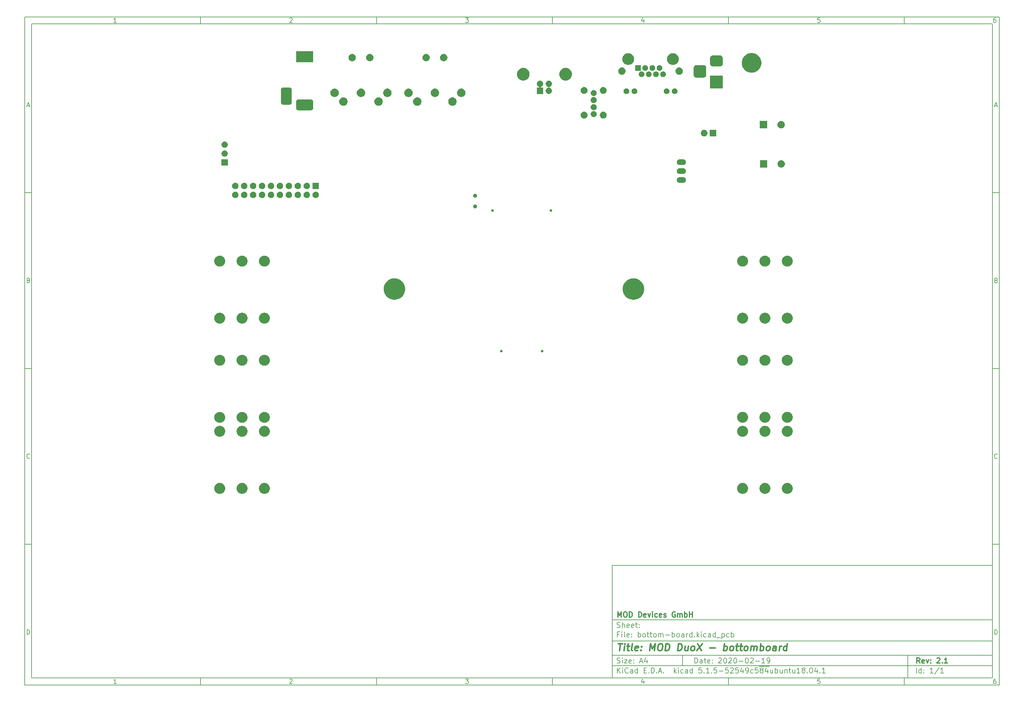
<source format=gbr>
G04 #@! TF.GenerationSoftware,KiCad,Pcbnew,5.1.5-52549c5~84~ubuntu18.04.1*
G04 #@! TF.CreationDate,2020-05-20T13:06:10+02:00*
G04 #@! TF.ProjectId,bottom-board,626f7474-6f6d-42d6-926f-6172642e6b69,2.1*
G04 #@! TF.SameCoordinates,PX48111b4PY15fd6c8*
G04 #@! TF.FileFunction,Soldermask,Bot*
G04 #@! TF.FilePolarity,Negative*
%FSLAX46Y46*%
G04 Gerber Fmt 4.6, Leading zero omitted, Abs format (unit mm)*
G04 Created by KiCad (PCBNEW 5.1.5-52549c5~84~ubuntu18.04.1) date 2020-05-20 13:06:10*
%MOMM*%
%LPD*%
G04 APERTURE LIST*
%ADD10C,0.100000*%
%ADD11C,0.150000*%
%ADD12C,0.300000*%
%ADD13C,0.400000*%
G04 APERTURE END LIST*
D10*
D11*
X101434660Y-142949080D02*
X101434660Y-174949080D01*
X209434660Y-174949080D01*
X209434660Y-142949080D01*
X101434660Y-142949080D01*
D10*
D11*
X-65567540Y13058120D02*
X-65567540Y-176949080D01*
X211434660Y-176949080D01*
X211434660Y13058120D01*
X-65567540Y13058120D01*
D10*
D11*
X-63567540Y11058120D02*
X-63567540Y-174949080D01*
X209434660Y-174949080D01*
X209434660Y11058120D01*
X-63567540Y11058120D01*
D10*
D11*
X-15567540Y11058120D02*
X-15567540Y13058120D01*
D10*
D11*
X34432460Y11058120D02*
X34432460Y13058120D01*
D10*
D11*
X84432460Y11058120D02*
X84432460Y13058120D01*
D10*
D11*
X134432460Y11058120D02*
X134432460Y13058120D01*
D10*
D11*
X184432460Y11058120D02*
X184432460Y13058120D01*
D10*
D11*
X-39502064Y11470025D02*
X-40244921Y11470025D01*
X-39873493Y11470025D02*
X-39873493Y12770025D01*
X-39997302Y12584311D01*
X-40121112Y12460501D01*
X-40244921Y12398597D01*
D10*
D11*
X9755079Y12646216D02*
X9816983Y12708120D01*
X9940793Y12770025D01*
X10250317Y12770025D01*
X10374126Y12708120D01*
X10436031Y12646216D01*
X10497936Y12522406D01*
X10497936Y12398597D01*
X10436031Y12212882D01*
X9693174Y11470025D01*
X10497936Y11470025D01*
D10*
D11*
X59693174Y12770025D02*
X60497936Y12770025D01*
X60064602Y12274787D01*
X60250317Y12274787D01*
X60374126Y12212882D01*
X60436031Y12150978D01*
X60497936Y12027168D01*
X60497936Y11717644D01*
X60436031Y11593835D01*
X60374126Y11531930D01*
X60250317Y11470025D01*
X59878888Y11470025D01*
X59755079Y11531930D01*
X59693174Y11593835D01*
D10*
D11*
X110374126Y12336692D02*
X110374126Y11470025D01*
X110064602Y12831930D02*
X109755079Y11903359D01*
X110559840Y11903359D01*
D10*
D11*
X160436031Y12770025D02*
X159816983Y12770025D01*
X159755079Y12150978D01*
X159816983Y12212882D01*
X159940793Y12274787D01*
X160250317Y12274787D01*
X160374126Y12212882D01*
X160436031Y12150978D01*
X160497936Y12027168D01*
X160497936Y11717644D01*
X160436031Y11593835D01*
X160374126Y11531930D01*
X160250317Y11470025D01*
X159940793Y11470025D01*
X159816983Y11531930D01*
X159755079Y11593835D01*
D10*
D11*
X210374126Y12770025D02*
X210126507Y12770025D01*
X210002698Y12708120D01*
X209940793Y12646216D01*
X209816983Y12460501D01*
X209755079Y12212882D01*
X209755079Y11717644D01*
X209816983Y11593835D01*
X209878888Y11531930D01*
X210002698Y11470025D01*
X210250317Y11470025D01*
X210374126Y11531930D01*
X210436031Y11593835D01*
X210497936Y11717644D01*
X210497936Y12027168D01*
X210436031Y12150978D01*
X210374126Y12212882D01*
X210250317Y12274787D01*
X210002698Y12274787D01*
X209878888Y12212882D01*
X209816983Y12150978D01*
X209755079Y12027168D01*
D10*
D11*
X-15567540Y-174949080D02*
X-15567540Y-176949080D01*
D10*
D11*
X34432460Y-174949080D02*
X34432460Y-176949080D01*
D10*
D11*
X84432460Y-174949080D02*
X84432460Y-176949080D01*
D10*
D11*
X134432460Y-174949080D02*
X134432460Y-176949080D01*
D10*
D11*
X184432460Y-174949080D02*
X184432460Y-176949080D01*
D10*
D11*
X-39502064Y-176537175D02*
X-40244921Y-176537175D01*
X-39873493Y-176537175D02*
X-39873493Y-175237175D01*
X-39997302Y-175422889D01*
X-40121112Y-175546699D01*
X-40244921Y-175608603D01*
D10*
D11*
X9755079Y-175360984D02*
X9816983Y-175299080D01*
X9940793Y-175237175D01*
X10250317Y-175237175D01*
X10374126Y-175299080D01*
X10436031Y-175360984D01*
X10497936Y-175484794D01*
X10497936Y-175608603D01*
X10436031Y-175794318D01*
X9693174Y-176537175D01*
X10497936Y-176537175D01*
D10*
D11*
X59693174Y-175237175D02*
X60497936Y-175237175D01*
X60064602Y-175732413D01*
X60250317Y-175732413D01*
X60374126Y-175794318D01*
X60436031Y-175856222D01*
X60497936Y-175980032D01*
X60497936Y-176289556D01*
X60436031Y-176413365D01*
X60374126Y-176475270D01*
X60250317Y-176537175D01*
X59878888Y-176537175D01*
X59755079Y-176475270D01*
X59693174Y-176413365D01*
D10*
D11*
X110374126Y-175670508D02*
X110374126Y-176537175D01*
X110064602Y-175175270D02*
X109755079Y-176103841D01*
X110559840Y-176103841D01*
D10*
D11*
X160436031Y-175237175D02*
X159816983Y-175237175D01*
X159755079Y-175856222D01*
X159816983Y-175794318D01*
X159940793Y-175732413D01*
X160250317Y-175732413D01*
X160374126Y-175794318D01*
X160436031Y-175856222D01*
X160497936Y-175980032D01*
X160497936Y-176289556D01*
X160436031Y-176413365D01*
X160374126Y-176475270D01*
X160250317Y-176537175D01*
X159940793Y-176537175D01*
X159816983Y-176475270D01*
X159755079Y-176413365D01*
D10*
D11*
X210374126Y-175237175D02*
X210126507Y-175237175D01*
X210002698Y-175299080D01*
X209940793Y-175360984D01*
X209816983Y-175546699D01*
X209755079Y-175794318D01*
X209755079Y-176289556D01*
X209816983Y-176413365D01*
X209878888Y-176475270D01*
X210002698Y-176537175D01*
X210250317Y-176537175D01*
X210374126Y-176475270D01*
X210436031Y-176413365D01*
X210497936Y-176289556D01*
X210497936Y-175980032D01*
X210436031Y-175856222D01*
X210374126Y-175794318D01*
X210250317Y-175732413D01*
X210002698Y-175732413D01*
X209878888Y-175794318D01*
X209816983Y-175856222D01*
X209755079Y-175980032D01*
D10*
D11*
X-65567540Y-36941880D02*
X-63567540Y-36941880D01*
D10*
D11*
X-65567540Y-86941880D02*
X-63567540Y-86941880D01*
D10*
D11*
X-65567540Y-136941880D02*
X-63567540Y-136941880D01*
D10*
D11*
X-64877064Y-12158546D02*
X-64258017Y-12158546D01*
X-65000874Y-12529975D02*
X-64567540Y-11229975D01*
X-64134207Y-12529975D01*
D10*
D11*
X-64474683Y-61849022D02*
X-64288969Y-61910927D01*
X-64227064Y-61972832D01*
X-64165160Y-62096641D01*
X-64165160Y-62282356D01*
X-64227064Y-62406165D01*
X-64288969Y-62468070D01*
X-64412779Y-62529975D01*
X-64908017Y-62529975D01*
X-64908017Y-61229975D01*
X-64474683Y-61229975D01*
X-64350874Y-61291880D01*
X-64288969Y-61353784D01*
X-64227064Y-61477594D01*
X-64227064Y-61601403D01*
X-64288969Y-61725213D01*
X-64350874Y-61787118D01*
X-64474683Y-61849022D01*
X-64908017Y-61849022D01*
D10*
D11*
X-64165160Y-112406165D02*
X-64227064Y-112468070D01*
X-64412779Y-112529975D01*
X-64536588Y-112529975D01*
X-64722302Y-112468070D01*
X-64846112Y-112344260D01*
X-64908017Y-112220451D01*
X-64969921Y-111972832D01*
X-64969921Y-111787118D01*
X-64908017Y-111539499D01*
X-64846112Y-111415689D01*
X-64722302Y-111291880D01*
X-64536588Y-111229975D01*
X-64412779Y-111229975D01*
X-64227064Y-111291880D01*
X-64165160Y-111353784D01*
D10*
D11*
X-64908017Y-162529975D02*
X-64908017Y-161229975D01*
X-64598493Y-161229975D01*
X-64412779Y-161291880D01*
X-64288969Y-161415689D01*
X-64227064Y-161539499D01*
X-64165160Y-161787118D01*
X-64165160Y-161972832D01*
X-64227064Y-162220451D01*
X-64288969Y-162344260D01*
X-64412779Y-162468070D01*
X-64598493Y-162529975D01*
X-64908017Y-162529975D01*
D10*
D11*
X211434660Y-36941880D02*
X209434660Y-36941880D01*
D10*
D11*
X211434660Y-86941880D02*
X209434660Y-86941880D01*
D10*
D11*
X211434660Y-136941880D02*
X209434660Y-136941880D01*
D10*
D11*
X210125136Y-12158546D02*
X210744183Y-12158546D01*
X210001326Y-12529975D02*
X210434660Y-11229975D01*
X210867993Y-12529975D01*
D10*
D11*
X210527517Y-61849022D02*
X210713231Y-61910927D01*
X210775136Y-61972832D01*
X210837040Y-62096641D01*
X210837040Y-62282356D01*
X210775136Y-62406165D01*
X210713231Y-62468070D01*
X210589421Y-62529975D01*
X210094183Y-62529975D01*
X210094183Y-61229975D01*
X210527517Y-61229975D01*
X210651326Y-61291880D01*
X210713231Y-61353784D01*
X210775136Y-61477594D01*
X210775136Y-61601403D01*
X210713231Y-61725213D01*
X210651326Y-61787118D01*
X210527517Y-61849022D01*
X210094183Y-61849022D01*
D10*
D11*
X210837040Y-112406165D02*
X210775136Y-112468070D01*
X210589421Y-112529975D01*
X210465612Y-112529975D01*
X210279898Y-112468070D01*
X210156088Y-112344260D01*
X210094183Y-112220451D01*
X210032279Y-111972832D01*
X210032279Y-111787118D01*
X210094183Y-111539499D01*
X210156088Y-111415689D01*
X210279898Y-111291880D01*
X210465612Y-111229975D01*
X210589421Y-111229975D01*
X210775136Y-111291880D01*
X210837040Y-111353784D01*
D10*
D11*
X210094183Y-162529975D02*
X210094183Y-161229975D01*
X210403707Y-161229975D01*
X210589421Y-161291880D01*
X210713231Y-161415689D01*
X210775136Y-161539499D01*
X210837040Y-161787118D01*
X210837040Y-161972832D01*
X210775136Y-162220451D01*
X210713231Y-162344260D01*
X210589421Y-162468070D01*
X210403707Y-162529975D01*
X210094183Y-162529975D01*
D10*
D11*
X124866802Y-170727651D02*
X124866802Y-169227651D01*
X125223945Y-169227651D01*
X125438231Y-169299080D01*
X125581088Y-169441937D01*
X125652517Y-169584794D01*
X125723945Y-169870508D01*
X125723945Y-170084794D01*
X125652517Y-170370508D01*
X125581088Y-170513365D01*
X125438231Y-170656222D01*
X125223945Y-170727651D01*
X124866802Y-170727651D01*
X127009660Y-170727651D02*
X127009660Y-169941937D01*
X126938231Y-169799080D01*
X126795374Y-169727651D01*
X126509660Y-169727651D01*
X126366802Y-169799080D01*
X127009660Y-170656222D02*
X126866802Y-170727651D01*
X126509660Y-170727651D01*
X126366802Y-170656222D01*
X126295374Y-170513365D01*
X126295374Y-170370508D01*
X126366802Y-170227651D01*
X126509660Y-170156222D01*
X126866802Y-170156222D01*
X127009660Y-170084794D01*
X127509660Y-169727651D02*
X128081088Y-169727651D01*
X127723945Y-169227651D02*
X127723945Y-170513365D01*
X127795374Y-170656222D01*
X127938231Y-170727651D01*
X128081088Y-170727651D01*
X129152517Y-170656222D02*
X129009660Y-170727651D01*
X128723945Y-170727651D01*
X128581088Y-170656222D01*
X128509660Y-170513365D01*
X128509660Y-169941937D01*
X128581088Y-169799080D01*
X128723945Y-169727651D01*
X129009660Y-169727651D01*
X129152517Y-169799080D01*
X129223945Y-169941937D01*
X129223945Y-170084794D01*
X128509660Y-170227651D01*
X129866802Y-170584794D02*
X129938231Y-170656222D01*
X129866802Y-170727651D01*
X129795374Y-170656222D01*
X129866802Y-170584794D01*
X129866802Y-170727651D01*
X129866802Y-169799080D02*
X129938231Y-169870508D01*
X129866802Y-169941937D01*
X129795374Y-169870508D01*
X129866802Y-169799080D01*
X129866802Y-169941937D01*
X131652517Y-169370508D02*
X131723945Y-169299080D01*
X131866802Y-169227651D01*
X132223945Y-169227651D01*
X132366802Y-169299080D01*
X132438231Y-169370508D01*
X132509660Y-169513365D01*
X132509660Y-169656222D01*
X132438231Y-169870508D01*
X131581088Y-170727651D01*
X132509660Y-170727651D01*
X133438231Y-169227651D02*
X133581088Y-169227651D01*
X133723945Y-169299080D01*
X133795374Y-169370508D01*
X133866802Y-169513365D01*
X133938231Y-169799080D01*
X133938231Y-170156222D01*
X133866802Y-170441937D01*
X133795374Y-170584794D01*
X133723945Y-170656222D01*
X133581088Y-170727651D01*
X133438231Y-170727651D01*
X133295374Y-170656222D01*
X133223945Y-170584794D01*
X133152517Y-170441937D01*
X133081088Y-170156222D01*
X133081088Y-169799080D01*
X133152517Y-169513365D01*
X133223945Y-169370508D01*
X133295374Y-169299080D01*
X133438231Y-169227651D01*
X134509660Y-169370508D02*
X134581088Y-169299080D01*
X134723945Y-169227651D01*
X135081088Y-169227651D01*
X135223945Y-169299080D01*
X135295374Y-169370508D01*
X135366802Y-169513365D01*
X135366802Y-169656222D01*
X135295374Y-169870508D01*
X134438231Y-170727651D01*
X135366802Y-170727651D01*
X136295374Y-169227651D02*
X136438231Y-169227651D01*
X136581088Y-169299080D01*
X136652517Y-169370508D01*
X136723945Y-169513365D01*
X136795374Y-169799080D01*
X136795374Y-170156222D01*
X136723945Y-170441937D01*
X136652517Y-170584794D01*
X136581088Y-170656222D01*
X136438231Y-170727651D01*
X136295374Y-170727651D01*
X136152517Y-170656222D01*
X136081088Y-170584794D01*
X136009660Y-170441937D01*
X135938231Y-170156222D01*
X135938231Y-169799080D01*
X136009660Y-169513365D01*
X136081088Y-169370508D01*
X136152517Y-169299080D01*
X136295374Y-169227651D01*
X137438231Y-170156222D02*
X138581088Y-170156222D01*
X139581088Y-169227651D02*
X139723945Y-169227651D01*
X139866802Y-169299080D01*
X139938231Y-169370508D01*
X140009660Y-169513365D01*
X140081088Y-169799080D01*
X140081088Y-170156222D01*
X140009660Y-170441937D01*
X139938231Y-170584794D01*
X139866802Y-170656222D01*
X139723945Y-170727651D01*
X139581088Y-170727651D01*
X139438231Y-170656222D01*
X139366802Y-170584794D01*
X139295374Y-170441937D01*
X139223945Y-170156222D01*
X139223945Y-169799080D01*
X139295374Y-169513365D01*
X139366802Y-169370508D01*
X139438231Y-169299080D01*
X139581088Y-169227651D01*
X140652517Y-169370508D02*
X140723945Y-169299080D01*
X140866802Y-169227651D01*
X141223945Y-169227651D01*
X141366802Y-169299080D01*
X141438231Y-169370508D01*
X141509660Y-169513365D01*
X141509660Y-169656222D01*
X141438231Y-169870508D01*
X140581088Y-170727651D01*
X141509660Y-170727651D01*
X142152517Y-170156222D02*
X143295374Y-170156222D01*
X144795374Y-170727651D02*
X143938231Y-170727651D01*
X144366802Y-170727651D02*
X144366802Y-169227651D01*
X144223945Y-169441937D01*
X144081088Y-169584794D01*
X143938231Y-169656222D01*
X145509660Y-170727651D02*
X145795374Y-170727651D01*
X145938231Y-170656222D01*
X146009660Y-170584794D01*
X146152517Y-170370508D01*
X146223945Y-170084794D01*
X146223945Y-169513365D01*
X146152517Y-169370508D01*
X146081088Y-169299080D01*
X145938231Y-169227651D01*
X145652517Y-169227651D01*
X145509660Y-169299080D01*
X145438231Y-169370508D01*
X145366802Y-169513365D01*
X145366802Y-169870508D01*
X145438231Y-170013365D01*
X145509660Y-170084794D01*
X145652517Y-170156222D01*
X145938231Y-170156222D01*
X146081088Y-170084794D01*
X146152517Y-170013365D01*
X146223945Y-169870508D01*
D10*
D11*
X101434660Y-171449080D02*
X209434660Y-171449080D01*
D10*
D11*
X102866802Y-173527651D02*
X102866802Y-172027651D01*
X103723945Y-173527651D02*
X103081088Y-172670508D01*
X103723945Y-172027651D02*
X102866802Y-172884794D01*
X104366802Y-173527651D02*
X104366802Y-172527651D01*
X104366802Y-172027651D02*
X104295374Y-172099080D01*
X104366802Y-172170508D01*
X104438231Y-172099080D01*
X104366802Y-172027651D01*
X104366802Y-172170508D01*
X105938231Y-173384794D02*
X105866802Y-173456222D01*
X105652517Y-173527651D01*
X105509660Y-173527651D01*
X105295374Y-173456222D01*
X105152517Y-173313365D01*
X105081088Y-173170508D01*
X105009660Y-172884794D01*
X105009660Y-172670508D01*
X105081088Y-172384794D01*
X105152517Y-172241937D01*
X105295374Y-172099080D01*
X105509660Y-172027651D01*
X105652517Y-172027651D01*
X105866802Y-172099080D01*
X105938231Y-172170508D01*
X107223945Y-173527651D02*
X107223945Y-172741937D01*
X107152517Y-172599080D01*
X107009660Y-172527651D01*
X106723945Y-172527651D01*
X106581088Y-172599080D01*
X107223945Y-173456222D02*
X107081088Y-173527651D01*
X106723945Y-173527651D01*
X106581088Y-173456222D01*
X106509660Y-173313365D01*
X106509660Y-173170508D01*
X106581088Y-173027651D01*
X106723945Y-172956222D01*
X107081088Y-172956222D01*
X107223945Y-172884794D01*
X108581088Y-173527651D02*
X108581088Y-172027651D01*
X108581088Y-173456222D02*
X108438231Y-173527651D01*
X108152517Y-173527651D01*
X108009660Y-173456222D01*
X107938231Y-173384794D01*
X107866802Y-173241937D01*
X107866802Y-172813365D01*
X107938231Y-172670508D01*
X108009660Y-172599080D01*
X108152517Y-172527651D01*
X108438231Y-172527651D01*
X108581088Y-172599080D01*
X110438231Y-172741937D02*
X110938231Y-172741937D01*
X111152517Y-173527651D02*
X110438231Y-173527651D01*
X110438231Y-172027651D01*
X111152517Y-172027651D01*
X111795374Y-173384794D02*
X111866802Y-173456222D01*
X111795374Y-173527651D01*
X111723945Y-173456222D01*
X111795374Y-173384794D01*
X111795374Y-173527651D01*
X112509660Y-173527651D02*
X112509660Y-172027651D01*
X112866802Y-172027651D01*
X113081088Y-172099080D01*
X113223945Y-172241937D01*
X113295374Y-172384794D01*
X113366802Y-172670508D01*
X113366802Y-172884794D01*
X113295374Y-173170508D01*
X113223945Y-173313365D01*
X113081088Y-173456222D01*
X112866802Y-173527651D01*
X112509660Y-173527651D01*
X114009660Y-173384794D02*
X114081088Y-173456222D01*
X114009660Y-173527651D01*
X113938231Y-173456222D01*
X114009660Y-173384794D01*
X114009660Y-173527651D01*
X114652517Y-173099080D02*
X115366802Y-173099080D01*
X114509660Y-173527651D02*
X115009660Y-172027651D01*
X115509660Y-173527651D01*
X116009660Y-173384794D02*
X116081088Y-173456222D01*
X116009660Y-173527651D01*
X115938231Y-173456222D01*
X116009660Y-173384794D01*
X116009660Y-173527651D01*
X119009660Y-173527651D02*
X119009660Y-172027651D01*
X119152517Y-172956222D02*
X119581088Y-173527651D01*
X119581088Y-172527651D02*
X119009660Y-173099080D01*
X120223945Y-173527651D02*
X120223945Y-172527651D01*
X120223945Y-172027651D02*
X120152517Y-172099080D01*
X120223945Y-172170508D01*
X120295374Y-172099080D01*
X120223945Y-172027651D01*
X120223945Y-172170508D01*
X121581088Y-173456222D02*
X121438231Y-173527651D01*
X121152517Y-173527651D01*
X121009660Y-173456222D01*
X120938231Y-173384794D01*
X120866802Y-173241937D01*
X120866802Y-172813365D01*
X120938231Y-172670508D01*
X121009660Y-172599080D01*
X121152517Y-172527651D01*
X121438231Y-172527651D01*
X121581088Y-172599080D01*
X122866802Y-173527651D02*
X122866802Y-172741937D01*
X122795374Y-172599080D01*
X122652517Y-172527651D01*
X122366802Y-172527651D01*
X122223945Y-172599080D01*
X122866802Y-173456222D02*
X122723945Y-173527651D01*
X122366802Y-173527651D01*
X122223945Y-173456222D01*
X122152517Y-173313365D01*
X122152517Y-173170508D01*
X122223945Y-173027651D01*
X122366802Y-172956222D01*
X122723945Y-172956222D01*
X122866802Y-172884794D01*
X124223945Y-173527651D02*
X124223945Y-172027651D01*
X124223945Y-173456222D02*
X124081088Y-173527651D01*
X123795374Y-173527651D01*
X123652517Y-173456222D01*
X123581088Y-173384794D01*
X123509660Y-173241937D01*
X123509660Y-172813365D01*
X123581088Y-172670508D01*
X123652517Y-172599080D01*
X123795374Y-172527651D01*
X124081088Y-172527651D01*
X124223945Y-172599080D01*
X126795374Y-172027651D02*
X126081088Y-172027651D01*
X126009660Y-172741937D01*
X126081088Y-172670508D01*
X126223945Y-172599080D01*
X126581088Y-172599080D01*
X126723945Y-172670508D01*
X126795374Y-172741937D01*
X126866802Y-172884794D01*
X126866802Y-173241937D01*
X126795374Y-173384794D01*
X126723945Y-173456222D01*
X126581088Y-173527651D01*
X126223945Y-173527651D01*
X126081088Y-173456222D01*
X126009660Y-173384794D01*
X127509660Y-173384794D02*
X127581088Y-173456222D01*
X127509660Y-173527651D01*
X127438231Y-173456222D01*
X127509660Y-173384794D01*
X127509660Y-173527651D01*
X129009660Y-173527651D02*
X128152517Y-173527651D01*
X128581088Y-173527651D02*
X128581088Y-172027651D01*
X128438231Y-172241937D01*
X128295374Y-172384794D01*
X128152517Y-172456222D01*
X129652517Y-173384794D02*
X129723945Y-173456222D01*
X129652517Y-173527651D01*
X129581088Y-173456222D01*
X129652517Y-173384794D01*
X129652517Y-173527651D01*
X131081088Y-172027651D02*
X130366802Y-172027651D01*
X130295374Y-172741937D01*
X130366802Y-172670508D01*
X130509660Y-172599080D01*
X130866802Y-172599080D01*
X131009660Y-172670508D01*
X131081088Y-172741937D01*
X131152517Y-172884794D01*
X131152517Y-173241937D01*
X131081088Y-173384794D01*
X131009660Y-173456222D01*
X130866802Y-173527651D01*
X130509660Y-173527651D01*
X130366802Y-173456222D01*
X130295374Y-173384794D01*
X131795374Y-172956222D02*
X132938231Y-172956222D01*
X134366802Y-172027651D02*
X133652517Y-172027651D01*
X133581088Y-172741937D01*
X133652517Y-172670508D01*
X133795374Y-172599080D01*
X134152517Y-172599080D01*
X134295374Y-172670508D01*
X134366802Y-172741937D01*
X134438231Y-172884794D01*
X134438231Y-173241937D01*
X134366802Y-173384794D01*
X134295374Y-173456222D01*
X134152517Y-173527651D01*
X133795374Y-173527651D01*
X133652517Y-173456222D01*
X133581088Y-173384794D01*
X135009660Y-172170508D02*
X135081088Y-172099080D01*
X135223945Y-172027651D01*
X135581088Y-172027651D01*
X135723945Y-172099080D01*
X135795374Y-172170508D01*
X135866802Y-172313365D01*
X135866802Y-172456222D01*
X135795374Y-172670508D01*
X134938231Y-173527651D01*
X135866802Y-173527651D01*
X137223945Y-172027651D02*
X136509660Y-172027651D01*
X136438231Y-172741937D01*
X136509660Y-172670508D01*
X136652517Y-172599080D01*
X137009660Y-172599080D01*
X137152517Y-172670508D01*
X137223945Y-172741937D01*
X137295374Y-172884794D01*
X137295374Y-173241937D01*
X137223945Y-173384794D01*
X137152517Y-173456222D01*
X137009660Y-173527651D01*
X136652517Y-173527651D01*
X136509660Y-173456222D01*
X136438231Y-173384794D01*
X138581088Y-172527651D02*
X138581088Y-173527651D01*
X138223945Y-171956222D02*
X137866802Y-173027651D01*
X138795374Y-173027651D01*
X139438231Y-173527651D02*
X139723945Y-173527651D01*
X139866802Y-173456222D01*
X139938231Y-173384794D01*
X140081088Y-173170508D01*
X140152517Y-172884794D01*
X140152517Y-172313365D01*
X140081088Y-172170508D01*
X140009660Y-172099080D01*
X139866802Y-172027651D01*
X139581088Y-172027651D01*
X139438231Y-172099080D01*
X139366802Y-172170508D01*
X139295374Y-172313365D01*
X139295374Y-172670508D01*
X139366802Y-172813365D01*
X139438231Y-172884794D01*
X139581088Y-172956222D01*
X139866802Y-172956222D01*
X140009660Y-172884794D01*
X140081088Y-172813365D01*
X140152517Y-172670508D01*
X141438231Y-173456222D02*
X141295374Y-173527651D01*
X141009660Y-173527651D01*
X140866802Y-173456222D01*
X140795374Y-173384794D01*
X140723945Y-173241937D01*
X140723945Y-172813365D01*
X140795374Y-172670508D01*
X140866802Y-172599080D01*
X141009660Y-172527651D01*
X141295374Y-172527651D01*
X141438231Y-172599080D01*
X142795374Y-172027651D02*
X142081088Y-172027651D01*
X142009660Y-172741937D01*
X142081088Y-172670508D01*
X142223945Y-172599080D01*
X142581088Y-172599080D01*
X142723945Y-172670508D01*
X142795374Y-172741937D01*
X142866802Y-172884794D01*
X142866802Y-173241937D01*
X142795374Y-173384794D01*
X142723945Y-173456222D01*
X142581088Y-173527651D01*
X142223945Y-173527651D01*
X142081088Y-173456222D01*
X142009660Y-173384794D01*
X143152517Y-171619080D02*
X144581088Y-171619080D01*
X143723945Y-172670508D02*
X143581088Y-172599080D01*
X143509660Y-172527651D01*
X143438231Y-172384794D01*
X143438231Y-172313365D01*
X143509660Y-172170508D01*
X143581088Y-172099080D01*
X143723945Y-172027651D01*
X144009660Y-172027651D01*
X144152517Y-172099080D01*
X144223945Y-172170508D01*
X144295374Y-172313365D01*
X144295374Y-172384794D01*
X144223945Y-172527651D01*
X144152517Y-172599080D01*
X144009660Y-172670508D01*
X143723945Y-172670508D01*
X143581088Y-172741937D01*
X143509660Y-172813365D01*
X143438231Y-172956222D01*
X143438231Y-173241937D01*
X143509660Y-173384794D01*
X143581088Y-173456222D01*
X143723945Y-173527651D01*
X144009660Y-173527651D01*
X144152517Y-173456222D01*
X144223945Y-173384794D01*
X144295374Y-173241937D01*
X144295374Y-172956222D01*
X144223945Y-172813365D01*
X144152517Y-172741937D01*
X144009660Y-172670508D01*
X144581088Y-171619080D02*
X146009659Y-171619080D01*
X145581088Y-172527651D02*
X145581088Y-173527651D01*
X145223945Y-171956222D02*
X144866802Y-173027651D01*
X145795374Y-173027651D01*
X147009659Y-172527651D02*
X147009659Y-173527651D01*
X146366802Y-172527651D02*
X146366802Y-173313365D01*
X146438231Y-173456222D01*
X146581088Y-173527651D01*
X146795374Y-173527651D01*
X146938231Y-173456222D01*
X147009659Y-173384794D01*
X147723945Y-173527651D02*
X147723945Y-172027651D01*
X147723945Y-172599080D02*
X147866802Y-172527651D01*
X148152517Y-172527651D01*
X148295374Y-172599080D01*
X148366802Y-172670508D01*
X148438231Y-172813365D01*
X148438231Y-173241937D01*
X148366802Y-173384794D01*
X148295374Y-173456222D01*
X148152517Y-173527651D01*
X147866802Y-173527651D01*
X147723945Y-173456222D01*
X149723945Y-172527651D02*
X149723945Y-173527651D01*
X149081088Y-172527651D02*
X149081088Y-173313365D01*
X149152517Y-173456222D01*
X149295374Y-173527651D01*
X149509659Y-173527651D01*
X149652517Y-173456222D01*
X149723945Y-173384794D01*
X150438231Y-172527651D02*
X150438231Y-173527651D01*
X150438231Y-172670508D02*
X150509659Y-172599080D01*
X150652517Y-172527651D01*
X150866802Y-172527651D01*
X151009659Y-172599080D01*
X151081088Y-172741937D01*
X151081088Y-173527651D01*
X151581088Y-172527651D02*
X152152517Y-172527651D01*
X151795374Y-172027651D02*
X151795374Y-173313365D01*
X151866802Y-173456222D01*
X152009660Y-173527651D01*
X152152517Y-173527651D01*
X153295374Y-172527651D02*
X153295374Y-173527651D01*
X152652517Y-172527651D02*
X152652517Y-173313365D01*
X152723945Y-173456222D01*
X152866802Y-173527651D01*
X153081088Y-173527651D01*
X153223945Y-173456222D01*
X153295374Y-173384794D01*
X154795374Y-173527651D02*
X153938231Y-173527651D01*
X154366802Y-173527651D02*
X154366802Y-172027651D01*
X154223945Y-172241937D01*
X154081088Y-172384794D01*
X153938231Y-172456222D01*
X155652517Y-172670508D02*
X155509659Y-172599080D01*
X155438231Y-172527651D01*
X155366802Y-172384794D01*
X155366802Y-172313365D01*
X155438231Y-172170508D01*
X155509659Y-172099080D01*
X155652517Y-172027651D01*
X155938231Y-172027651D01*
X156081088Y-172099080D01*
X156152517Y-172170508D01*
X156223945Y-172313365D01*
X156223945Y-172384794D01*
X156152517Y-172527651D01*
X156081088Y-172599080D01*
X155938231Y-172670508D01*
X155652517Y-172670508D01*
X155509659Y-172741937D01*
X155438231Y-172813365D01*
X155366802Y-172956222D01*
X155366802Y-173241937D01*
X155438231Y-173384794D01*
X155509659Y-173456222D01*
X155652517Y-173527651D01*
X155938231Y-173527651D01*
X156081088Y-173456222D01*
X156152517Y-173384794D01*
X156223945Y-173241937D01*
X156223945Y-172956222D01*
X156152517Y-172813365D01*
X156081088Y-172741937D01*
X155938231Y-172670508D01*
X156866802Y-173384794D02*
X156938231Y-173456222D01*
X156866802Y-173527651D01*
X156795374Y-173456222D01*
X156866802Y-173384794D01*
X156866802Y-173527651D01*
X157866802Y-172027651D02*
X158009659Y-172027651D01*
X158152517Y-172099080D01*
X158223945Y-172170508D01*
X158295374Y-172313365D01*
X158366802Y-172599080D01*
X158366802Y-172956222D01*
X158295374Y-173241937D01*
X158223945Y-173384794D01*
X158152517Y-173456222D01*
X158009659Y-173527651D01*
X157866802Y-173527651D01*
X157723945Y-173456222D01*
X157652517Y-173384794D01*
X157581088Y-173241937D01*
X157509659Y-172956222D01*
X157509659Y-172599080D01*
X157581088Y-172313365D01*
X157652517Y-172170508D01*
X157723945Y-172099080D01*
X157866802Y-172027651D01*
X159652517Y-172527651D02*
X159652517Y-173527651D01*
X159295374Y-171956222D02*
X158938231Y-173027651D01*
X159866802Y-173027651D01*
X160438231Y-173384794D02*
X160509659Y-173456222D01*
X160438231Y-173527651D01*
X160366802Y-173456222D01*
X160438231Y-173384794D01*
X160438231Y-173527651D01*
X161938231Y-173527651D02*
X161081088Y-173527651D01*
X161509659Y-173527651D02*
X161509659Y-172027651D01*
X161366802Y-172241937D01*
X161223945Y-172384794D01*
X161081088Y-172456222D01*
D10*
D11*
X101434660Y-168449080D02*
X209434660Y-168449080D01*
D10*
D12*
X188843945Y-170727651D02*
X188343945Y-170013365D01*
X187986802Y-170727651D02*
X187986802Y-169227651D01*
X188558231Y-169227651D01*
X188701088Y-169299080D01*
X188772517Y-169370508D01*
X188843945Y-169513365D01*
X188843945Y-169727651D01*
X188772517Y-169870508D01*
X188701088Y-169941937D01*
X188558231Y-170013365D01*
X187986802Y-170013365D01*
X190058231Y-170656222D02*
X189915374Y-170727651D01*
X189629660Y-170727651D01*
X189486802Y-170656222D01*
X189415374Y-170513365D01*
X189415374Y-169941937D01*
X189486802Y-169799080D01*
X189629660Y-169727651D01*
X189915374Y-169727651D01*
X190058231Y-169799080D01*
X190129660Y-169941937D01*
X190129660Y-170084794D01*
X189415374Y-170227651D01*
X190629660Y-169727651D02*
X190986802Y-170727651D01*
X191343945Y-169727651D01*
X191915374Y-170584794D02*
X191986802Y-170656222D01*
X191915374Y-170727651D01*
X191843945Y-170656222D01*
X191915374Y-170584794D01*
X191915374Y-170727651D01*
X191915374Y-169799080D02*
X191986802Y-169870508D01*
X191915374Y-169941937D01*
X191843945Y-169870508D01*
X191915374Y-169799080D01*
X191915374Y-169941937D01*
X193701088Y-169370508D02*
X193772517Y-169299080D01*
X193915374Y-169227651D01*
X194272517Y-169227651D01*
X194415374Y-169299080D01*
X194486802Y-169370508D01*
X194558231Y-169513365D01*
X194558231Y-169656222D01*
X194486802Y-169870508D01*
X193629660Y-170727651D01*
X194558231Y-170727651D01*
X195201088Y-170584794D02*
X195272517Y-170656222D01*
X195201088Y-170727651D01*
X195129660Y-170656222D01*
X195201088Y-170584794D01*
X195201088Y-170727651D01*
X196701088Y-170727651D02*
X195843945Y-170727651D01*
X196272517Y-170727651D02*
X196272517Y-169227651D01*
X196129660Y-169441937D01*
X195986802Y-169584794D01*
X195843945Y-169656222D01*
D10*
D11*
X102795374Y-170656222D02*
X103009660Y-170727651D01*
X103366802Y-170727651D01*
X103509660Y-170656222D01*
X103581088Y-170584794D01*
X103652517Y-170441937D01*
X103652517Y-170299080D01*
X103581088Y-170156222D01*
X103509660Y-170084794D01*
X103366802Y-170013365D01*
X103081088Y-169941937D01*
X102938231Y-169870508D01*
X102866802Y-169799080D01*
X102795374Y-169656222D01*
X102795374Y-169513365D01*
X102866802Y-169370508D01*
X102938231Y-169299080D01*
X103081088Y-169227651D01*
X103438231Y-169227651D01*
X103652517Y-169299080D01*
X104295374Y-170727651D02*
X104295374Y-169727651D01*
X104295374Y-169227651D02*
X104223945Y-169299080D01*
X104295374Y-169370508D01*
X104366802Y-169299080D01*
X104295374Y-169227651D01*
X104295374Y-169370508D01*
X104866802Y-169727651D02*
X105652517Y-169727651D01*
X104866802Y-170727651D01*
X105652517Y-170727651D01*
X106795374Y-170656222D02*
X106652517Y-170727651D01*
X106366802Y-170727651D01*
X106223945Y-170656222D01*
X106152517Y-170513365D01*
X106152517Y-169941937D01*
X106223945Y-169799080D01*
X106366802Y-169727651D01*
X106652517Y-169727651D01*
X106795374Y-169799080D01*
X106866802Y-169941937D01*
X106866802Y-170084794D01*
X106152517Y-170227651D01*
X107509660Y-170584794D02*
X107581088Y-170656222D01*
X107509660Y-170727651D01*
X107438231Y-170656222D01*
X107509660Y-170584794D01*
X107509660Y-170727651D01*
X107509660Y-169799080D02*
X107581088Y-169870508D01*
X107509660Y-169941937D01*
X107438231Y-169870508D01*
X107509660Y-169799080D01*
X107509660Y-169941937D01*
X109295374Y-170299080D02*
X110009660Y-170299080D01*
X109152517Y-170727651D02*
X109652517Y-169227651D01*
X110152517Y-170727651D01*
X111295374Y-169727651D02*
X111295374Y-170727651D01*
X110938231Y-169156222D02*
X110581088Y-170227651D01*
X111509660Y-170227651D01*
D10*
D11*
X187866802Y-173527651D02*
X187866802Y-172027651D01*
X189223945Y-173527651D02*
X189223945Y-172027651D01*
X189223945Y-173456222D02*
X189081088Y-173527651D01*
X188795374Y-173527651D01*
X188652517Y-173456222D01*
X188581088Y-173384794D01*
X188509660Y-173241937D01*
X188509660Y-172813365D01*
X188581088Y-172670508D01*
X188652517Y-172599080D01*
X188795374Y-172527651D01*
X189081088Y-172527651D01*
X189223945Y-172599080D01*
X189938231Y-173384794D02*
X190009660Y-173456222D01*
X189938231Y-173527651D01*
X189866802Y-173456222D01*
X189938231Y-173384794D01*
X189938231Y-173527651D01*
X189938231Y-172599080D02*
X190009660Y-172670508D01*
X189938231Y-172741937D01*
X189866802Y-172670508D01*
X189938231Y-172599080D01*
X189938231Y-172741937D01*
X192581088Y-173527651D02*
X191723945Y-173527651D01*
X192152517Y-173527651D02*
X192152517Y-172027651D01*
X192009660Y-172241937D01*
X191866802Y-172384794D01*
X191723945Y-172456222D01*
X194295374Y-171956222D02*
X193009660Y-173884794D01*
X195581088Y-173527651D02*
X194723945Y-173527651D01*
X195152517Y-173527651D02*
X195152517Y-172027651D01*
X195009660Y-172241937D01*
X194866802Y-172384794D01*
X194723945Y-172456222D01*
D10*
D11*
X101434660Y-164449080D02*
X209434660Y-164449080D01*
D10*
D13*
X103147040Y-165153841D02*
X104289898Y-165153841D01*
X103468469Y-167153841D02*
X103718469Y-165153841D01*
X104706564Y-167153841D02*
X104873231Y-165820508D01*
X104956564Y-165153841D02*
X104849421Y-165249080D01*
X104932755Y-165344318D01*
X105039898Y-165249080D01*
X104956564Y-165153841D01*
X104932755Y-165344318D01*
X105539898Y-165820508D02*
X106301802Y-165820508D01*
X105908945Y-165153841D02*
X105694660Y-166868127D01*
X105766088Y-167058603D01*
X105944660Y-167153841D01*
X106135136Y-167153841D01*
X107087517Y-167153841D02*
X106908945Y-167058603D01*
X106837517Y-166868127D01*
X107051802Y-165153841D01*
X108623231Y-167058603D02*
X108420850Y-167153841D01*
X108039898Y-167153841D01*
X107861326Y-167058603D01*
X107789898Y-166868127D01*
X107885136Y-166106222D01*
X108004183Y-165915746D01*
X108206564Y-165820508D01*
X108587517Y-165820508D01*
X108766088Y-165915746D01*
X108837517Y-166106222D01*
X108813707Y-166296699D01*
X107837517Y-166487175D01*
X109587517Y-166963365D02*
X109670850Y-167058603D01*
X109563707Y-167153841D01*
X109480374Y-167058603D01*
X109587517Y-166963365D01*
X109563707Y-167153841D01*
X109718469Y-165915746D02*
X109801802Y-166010984D01*
X109694660Y-166106222D01*
X109611326Y-166010984D01*
X109718469Y-165915746D01*
X109694660Y-166106222D01*
X112039898Y-167153841D02*
X112289898Y-165153841D01*
X112777993Y-166582413D01*
X113623231Y-165153841D01*
X113373231Y-167153841D01*
X114956564Y-165153841D02*
X115337517Y-165153841D01*
X115516088Y-165249080D01*
X115682755Y-165439556D01*
X115730374Y-165820508D01*
X115647040Y-166487175D01*
X115504183Y-166868127D01*
X115289898Y-167058603D01*
X115087517Y-167153841D01*
X114706564Y-167153841D01*
X114527993Y-167058603D01*
X114361326Y-166868127D01*
X114313707Y-166487175D01*
X114397040Y-165820508D01*
X114539898Y-165439556D01*
X114754183Y-165249080D01*
X114956564Y-165153841D01*
X116420850Y-167153841D02*
X116670850Y-165153841D01*
X117147040Y-165153841D01*
X117420850Y-165249080D01*
X117587517Y-165439556D01*
X117658945Y-165630032D01*
X117706564Y-166010984D01*
X117670850Y-166296699D01*
X117527993Y-166677651D01*
X117408945Y-166868127D01*
X117194660Y-167058603D01*
X116897040Y-167153841D01*
X116420850Y-167153841D01*
X119944660Y-167153841D02*
X120194660Y-165153841D01*
X120670850Y-165153841D01*
X120944660Y-165249080D01*
X121111326Y-165439556D01*
X121182755Y-165630032D01*
X121230374Y-166010984D01*
X121194660Y-166296699D01*
X121051802Y-166677651D01*
X120932755Y-166868127D01*
X120718469Y-167058603D01*
X120420850Y-167153841D01*
X119944660Y-167153841D01*
X122968469Y-165820508D02*
X122801802Y-167153841D01*
X122111326Y-165820508D02*
X121980374Y-166868127D01*
X122051802Y-167058603D01*
X122230374Y-167153841D01*
X122516088Y-167153841D01*
X122718469Y-167058603D01*
X122825612Y-166963365D01*
X124039898Y-167153841D02*
X123861326Y-167058603D01*
X123777993Y-166963365D01*
X123706564Y-166772889D01*
X123777993Y-166201460D01*
X123897040Y-166010984D01*
X124004183Y-165915746D01*
X124206564Y-165820508D01*
X124492279Y-165820508D01*
X124670850Y-165915746D01*
X124754183Y-166010984D01*
X124825612Y-166201460D01*
X124754183Y-166772889D01*
X124635136Y-166963365D01*
X124527993Y-167058603D01*
X124325612Y-167153841D01*
X124039898Y-167153841D01*
X125623231Y-165153841D02*
X126706564Y-167153841D01*
X126956564Y-165153841D02*
X125373231Y-167153841D01*
X129087517Y-166391937D02*
X130611326Y-166391937D01*
X132992279Y-167153841D02*
X133242279Y-165153841D01*
X133147040Y-165915746D02*
X133349421Y-165820508D01*
X133730374Y-165820508D01*
X133908945Y-165915746D01*
X133992279Y-166010984D01*
X134063707Y-166201460D01*
X133992279Y-166772889D01*
X133873231Y-166963365D01*
X133766088Y-167058603D01*
X133563707Y-167153841D01*
X133182755Y-167153841D01*
X133004183Y-167058603D01*
X135087517Y-167153841D02*
X134908945Y-167058603D01*
X134825612Y-166963365D01*
X134754183Y-166772889D01*
X134825612Y-166201460D01*
X134944660Y-166010984D01*
X135051802Y-165915746D01*
X135254183Y-165820508D01*
X135539898Y-165820508D01*
X135718469Y-165915746D01*
X135801802Y-166010984D01*
X135873231Y-166201460D01*
X135801802Y-166772889D01*
X135682755Y-166963365D01*
X135575612Y-167058603D01*
X135373231Y-167153841D01*
X135087517Y-167153841D01*
X136492279Y-165820508D02*
X137254183Y-165820508D01*
X136861326Y-165153841D02*
X136647040Y-166868127D01*
X136718469Y-167058603D01*
X136897040Y-167153841D01*
X137087517Y-167153841D01*
X137635136Y-165820508D02*
X138397040Y-165820508D01*
X138004183Y-165153841D02*
X137789898Y-166868127D01*
X137861326Y-167058603D01*
X138039898Y-167153841D01*
X138230374Y-167153841D01*
X139182755Y-167153841D02*
X139004183Y-167058603D01*
X138920850Y-166963365D01*
X138849421Y-166772889D01*
X138920850Y-166201460D01*
X139039898Y-166010984D01*
X139147040Y-165915746D01*
X139349421Y-165820508D01*
X139635136Y-165820508D01*
X139813707Y-165915746D01*
X139897040Y-166010984D01*
X139968469Y-166201460D01*
X139897040Y-166772889D01*
X139777993Y-166963365D01*
X139670850Y-167058603D01*
X139468469Y-167153841D01*
X139182755Y-167153841D01*
X140706564Y-167153841D02*
X140873231Y-165820508D01*
X140849421Y-166010984D02*
X140956564Y-165915746D01*
X141158945Y-165820508D01*
X141444660Y-165820508D01*
X141623231Y-165915746D01*
X141694660Y-166106222D01*
X141563707Y-167153841D01*
X141694660Y-166106222D02*
X141813707Y-165915746D01*
X142016088Y-165820508D01*
X142301802Y-165820508D01*
X142480374Y-165915746D01*
X142551802Y-166106222D01*
X142420850Y-167153841D01*
X143373231Y-167153841D02*
X143623231Y-165153841D01*
X143527993Y-165915746D02*
X143730374Y-165820508D01*
X144111326Y-165820508D01*
X144289898Y-165915746D01*
X144373231Y-166010984D01*
X144444660Y-166201460D01*
X144373231Y-166772889D01*
X144254183Y-166963365D01*
X144147040Y-167058603D01*
X143944660Y-167153841D01*
X143563707Y-167153841D01*
X143385136Y-167058603D01*
X145468469Y-167153841D02*
X145289898Y-167058603D01*
X145206564Y-166963365D01*
X145135136Y-166772889D01*
X145206564Y-166201460D01*
X145325612Y-166010984D01*
X145432755Y-165915746D01*
X145635136Y-165820508D01*
X145920850Y-165820508D01*
X146099421Y-165915746D01*
X146182755Y-166010984D01*
X146254183Y-166201460D01*
X146182755Y-166772889D01*
X146063707Y-166963365D01*
X145956564Y-167058603D01*
X145754183Y-167153841D01*
X145468469Y-167153841D01*
X147849421Y-167153841D02*
X147980374Y-166106222D01*
X147908945Y-165915746D01*
X147730374Y-165820508D01*
X147349421Y-165820508D01*
X147147040Y-165915746D01*
X147861326Y-167058603D02*
X147658945Y-167153841D01*
X147182755Y-167153841D01*
X147004183Y-167058603D01*
X146932755Y-166868127D01*
X146956564Y-166677651D01*
X147075612Y-166487175D01*
X147277993Y-166391937D01*
X147754183Y-166391937D01*
X147956564Y-166296699D01*
X148801802Y-167153841D02*
X148968469Y-165820508D01*
X148920850Y-166201460D02*
X149039898Y-166010984D01*
X149147040Y-165915746D01*
X149349421Y-165820508D01*
X149539898Y-165820508D01*
X150897040Y-167153841D02*
X151147040Y-165153841D01*
X150908945Y-167058603D02*
X150706564Y-167153841D01*
X150325612Y-167153841D01*
X150147040Y-167058603D01*
X150063707Y-166963365D01*
X149992279Y-166772889D01*
X150063707Y-166201460D01*
X150182755Y-166010984D01*
X150289898Y-165915746D01*
X150492279Y-165820508D01*
X150873231Y-165820508D01*
X151051802Y-165915746D01*
D10*
D11*
X103366802Y-162541937D02*
X102866802Y-162541937D01*
X102866802Y-163327651D02*
X102866802Y-161827651D01*
X103581088Y-161827651D01*
X104152517Y-163327651D02*
X104152517Y-162327651D01*
X104152517Y-161827651D02*
X104081088Y-161899080D01*
X104152517Y-161970508D01*
X104223945Y-161899080D01*
X104152517Y-161827651D01*
X104152517Y-161970508D01*
X105081088Y-163327651D02*
X104938231Y-163256222D01*
X104866802Y-163113365D01*
X104866802Y-161827651D01*
X106223945Y-163256222D02*
X106081088Y-163327651D01*
X105795374Y-163327651D01*
X105652517Y-163256222D01*
X105581088Y-163113365D01*
X105581088Y-162541937D01*
X105652517Y-162399080D01*
X105795374Y-162327651D01*
X106081088Y-162327651D01*
X106223945Y-162399080D01*
X106295374Y-162541937D01*
X106295374Y-162684794D01*
X105581088Y-162827651D01*
X106938231Y-163184794D02*
X107009660Y-163256222D01*
X106938231Y-163327651D01*
X106866802Y-163256222D01*
X106938231Y-163184794D01*
X106938231Y-163327651D01*
X106938231Y-162399080D02*
X107009660Y-162470508D01*
X106938231Y-162541937D01*
X106866802Y-162470508D01*
X106938231Y-162399080D01*
X106938231Y-162541937D01*
X108795374Y-163327651D02*
X108795374Y-161827651D01*
X108795374Y-162399080D02*
X108938231Y-162327651D01*
X109223945Y-162327651D01*
X109366802Y-162399080D01*
X109438231Y-162470508D01*
X109509660Y-162613365D01*
X109509660Y-163041937D01*
X109438231Y-163184794D01*
X109366802Y-163256222D01*
X109223945Y-163327651D01*
X108938231Y-163327651D01*
X108795374Y-163256222D01*
X110366802Y-163327651D02*
X110223945Y-163256222D01*
X110152517Y-163184794D01*
X110081088Y-163041937D01*
X110081088Y-162613365D01*
X110152517Y-162470508D01*
X110223945Y-162399080D01*
X110366802Y-162327651D01*
X110581088Y-162327651D01*
X110723945Y-162399080D01*
X110795374Y-162470508D01*
X110866802Y-162613365D01*
X110866802Y-163041937D01*
X110795374Y-163184794D01*
X110723945Y-163256222D01*
X110581088Y-163327651D01*
X110366802Y-163327651D01*
X111295374Y-162327651D02*
X111866802Y-162327651D01*
X111509660Y-161827651D02*
X111509660Y-163113365D01*
X111581088Y-163256222D01*
X111723945Y-163327651D01*
X111866802Y-163327651D01*
X112152517Y-162327651D02*
X112723945Y-162327651D01*
X112366802Y-161827651D02*
X112366802Y-163113365D01*
X112438231Y-163256222D01*
X112581088Y-163327651D01*
X112723945Y-163327651D01*
X113438231Y-163327651D02*
X113295374Y-163256222D01*
X113223945Y-163184794D01*
X113152517Y-163041937D01*
X113152517Y-162613365D01*
X113223945Y-162470508D01*
X113295374Y-162399080D01*
X113438231Y-162327651D01*
X113652517Y-162327651D01*
X113795374Y-162399080D01*
X113866802Y-162470508D01*
X113938231Y-162613365D01*
X113938231Y-163041937D01*
X113866802Y-163184794D01*
X113795374Y-163256222D01*
X113652517Y-163327651D01*
X113438231Y-163327651D01*
X114581088Y-163327651D02*
X114581088Y-162327651D01*
X114581088Y-162470508D02*
X114652517Y-162399080D01*
X114795374Y-162327651D01*
X115009660Y-162327651D01*
X115152517Y-162399080D01*
X115223945Y-162541937D01*
X115223945Y-163327651D01*
X115223945Y-162541937D02*
X115295374Y-162399080D01*
X115438231Y-162327651D01*
X115652517Y-162327651D01*
X115795374Y-162399080D01*
X115866802Y-162541937D01*
X115866802Y-163327651D01*
X116581088Y-162756222D02*
X117723945Y-162756222D01*
X118438231Y-163327651D02*
X118438231Y-161827651D01*
X118438231Y-162399080D02*
X118581088Y-162327651D01*
X118866802Y-162327651D01*
X119009660Y-162399080D01*
X119081088Y-162470508D01*
X119152517Y-162613365D01*
X119152517Y-163041937D01*
X119081088Y-163184794D01*
X119009660Y-163256222D01*
X118866802Y-163327651D01*
X118581088Y-163327651D01*
X118438231Y-163256222D01*
X120009660Y-163327651D02*
X119866802Y-163256222D01*
X119795374Y-163184794D01*
X119723945Y-163041937D01*
X119723945Y-162613365D01*
X119795374Y-162470508D01*
X119866802Y-162399080D01*
X120009660Y-162327651D01*
X120223945Y-162327651D01*
X120366802Y-162399080D01*
X120438231Y-162470508D01*
X120509660Y-162613365D01*
X120509660Y-163041937D01*
X120438231Y-163184794D01*
X120366802Y-163256222D01*
X120223945Y-163327651D01*
X120009660Y-163327651D01*
X121795374Y-163327651D02*
X121795374Y-162541937D01*
X121723945Y-162399080D01*
X121581088Y-162327651D01*
X121295374Y-162327651D01*
X121152517Y-162399080D01*
X121795374Y-163256222D02*
X121652517Y-163327651D01*
X121295374Y-163327651D01*
X121152517Y-163256222D01*
X121081088Y-163113365D01*
X121081088Y-162970508D01*
X121152517Y-162827651D01*
X121295374Y-162756222D01*
X121652517Y-162756222D01*
X121795374Y-162684794D01*
X122509660Y-163327651D02*
X122509660Y-162327651D01*
X122509660Y-162613365D02*
X122581088Y-162470508D01*
X122652517Y-162399080D01*
X122795374Y-162327651D01*
X122938231Y-162327651D01*
X124081088Y-163327651D02*
X124081088Y-161827651D01*
X124081088Y-163256222D02*
X123938231Y-163327651D01*
X123652517Y-163327651D01*
X123509660Y-163256222D01*
X123438231Y-163184794D01*
X123366802Y-163041937D01*
X123366802Y-162613365D01*
X123438231Y-162470508D01*
X123509660Y-162399080D01*
X123652517Y-162327651D01*
X123938231Y-162327651D01*
X124081088Y-162399080D01*
X124795374Y-163184794D02*
X124866802Y-163256222D01*
X124795374Y-163327651D01*
X124723945Y-163256222D01*
X124795374Y-163184794D01*
X124795374Y-163327651D01*
X125509660Y-163327651D02*
X125509660Y-161827651D01*
X125652517Y-162756222D02*
X126081088Y-163327651D01*
X126081088Y-162327651D02*
X125509660Y-162899080D01*
X126723945Y-163327651D02*
X126723945Y-162327651D01*
X126723945Y-161827651D02*
X126652517Y-161899080D01*
X126723945Y-161970508D01*
X126795374Y-161899080D01*
X126723945Y-161827651D01*
X126723945Y-161970508D01*
X128081088Y-163256222D02*
X127938231Y-163327651D01*
X127652517Y-163327651D01*
X127509660Y-163256222D01*
X127438231Y-163184794D01*
X127366802Y-163041937D01*
X127366802Y-162613365D01*
X127438231Y-162470508D01*
X127509660Y-162399080D01*
X127652517Y-162327651D01*
X127938231Y-162327651D01*
X128081088Y-162399080D01*
X129366802Y-163327651D02*
X129366802Y-162541937D01*
X129295374Y-162399080D01*
X129152517Y-162327651D01*
X128866802Y-162327651D01*
X128723945Y-162399080D01*
X129366802Y-163256222D02*
X129223945Y-163327651D01*
X128866802Y-163327651D01*
X128723945Y-163256222D01*
X128652517Y-163113365D01*
X128652517Y-162970508D01*
X128723945Y-162827651D01*
X128866802Y-162756222D01*
X129223945Y-162756222D01*
X129366802Y-162684794D01*
X130723945Y-163327651D02*
X130723945Y-161827651D01*
X130723945Y-163256222D02*
X130581088Y-163327651D01*
X130295374Y-163327651D01*
X130152517Y-163256222D01*
X130081088Y-163184794D01*
X130009660Y-163041937D01*
X130009660Y-162613365D01*
X130081088Y-162470508D01*
X130152517Y-162399080D01*
X130295374Y-162327651D01*
X130581088Y-162327651D01*
X130723945Y-162399080D01*
X131081088Y-163470508D02*
X132223945Y-163470508D01*
X132581088Y-162327651D02*
X132581088Y-163827651D01*
X132581088Y-162399080D02*
X132723945Y-162327651D01*
X133009660Y-162327651D01*
X133152517Y-162399080D01*
X133223945Y-162470508D01*
X133295374Y-162613365D01*
X133295374Y-163041937D01*
X133223945Y-163184794D01*
X133152517Y-163256222D01*
X133009660Y-163327651D01*
X132723945Y-163327651D01*
X132581088Y-163256222D01*
X134581088Y-163256222D02*
X134438231Y-163327651D01*
X134152517Y-163327651D01*
X134009660Y-163256222D01*
X133938231Y-163184794D01*
X133866802Y-163041937D01*
X133866802Y-162613365D01*
X133938231Y-162470508D01*
X134009660Y-162399080D01*
X134152517Y-162327651D01*
X134438231Y-162327651D01*
X134581088Y-162399080D01*
X135223945Y-163327651D02*
X135223945Y-161827651D01*
X135223945Y-162399080D02*
X135366802Y-162327651D01*
X135652517Y-162327651D01*
X135795374Y-162399080D01*
X135866802Y-162470508D01*
X135938231Y-162613365D01*
X135938231Y-163041937D01*
X135866802Y-163184794D01*
X135795374Y-163256222D01*
X135652517Y-163327651D01*
X135366802Y-163327651D01*
X135223945Y-163256222D01*
D10*
D11*
X101434660Y-158449080D02*
X209434660Y-158449080D01*
D10*
D11*
X102795374Y-160556222D02*
X103009660Y-160627651D01*
X103366802Y-160627651D01*
X103509660Y-160556222D01*
X103581088Y-160484794D01*
X103652517Y-160341937D01*
X103652517Y-160199080D01*
X103581088Y-160056222D01*
X103509660Y-159984794D01*
X103366802Y-159913365D01*
X103081088Y-159841937D01*
X102938231Y-159770508D01*
X102866802Y-159699080D01*
X102795374Y-159556222D01*
X102795374Y-159413365D01*
X102866802Y-159270508D01*
X102938231Y-159199080D01*
X103081088Y-159127651D01*
X103438231Y-159127651D01*
X103652517Y-159199080D01*
X104295374Y-160627651D02*
X104295374Y-159127651D01*
X104938231Y-160627651D02*
X104938231Y-159841937D01*
X104866802Y-159699080D01*
X104723945Y-159627651D01*
X104509660Y-159627651D01*
X104366802Y-159699080D01*
X104295374Y-159770508D01*
X106223945Y-160556222D02*
X106081088Y-160627651D01*
X105795374Y-160627651D01*
X105652517Y-160556222D01*
X105581088Y-160413365D01*
X105581088Y-159841937D01*
X105652517Y-159699080D01*
X105795374Y-159627651D01*
X106081088Y-159627651D01*
X106223945Y-159699080D01*
X106295374Y-159841937D01*
X106295374Y-159984794D01*
X105581088Y-160127651D01*
X107509660Y-160556222D02*
X107366802Y-160627651D01*
X107081088Y-160627651D01*
X106938231Y-160556222D01*
X106866802Y-160413365D01*
X106866802Y-159841937D01*
X106938231Y-159699080D01*
X107081088Y-159627651D01*
X107366802Y-159627651D01*
X107509660Y-159699080D01*
X107581088Y-159841937D01*
X107581088Y-159984794D01*
X106866802Y-160127651D01*
X108009660Y-159627651D02*
X108581088Y-159627651D01*
X108223945Y-159127651D02*
X108223945Y-160413365D01*
X108295374Y-160556222D01*
X108438231Y-160627651D01*
X108581088Y-160627651D01*
X109081088Y-160484794D02*
X109152517Y-160556222D01*
X109081088Y-160627651D01*
X109009660Y-160556222D01*
X109081088Y-160484794D01*
X109081088Y-160627651D01*
X109081088Y-159699080D02*
X109152517Y-159770508D01*
X109081088Y-159841937D01*
X109009660Y-159770508D01*
X109081088Y-159699080D01*
X109081088Y-159841937D01*
D10*
D12*
X102986802Y-157627651D02*
X102986802Y-156127651D01*
X103486802Y-157199080D01*
X103986802Y-156127651D01*
X103986802Y-157627651D01*
X104986802Y-156127651D02*
X105272517Y-156127651D01*
X105415374Y-156199080D01*
X105558231Y-156341937D01*
X105629660Y-156627651D01*
X105629660Y-157127651D01*
X105558231Y-157413365D01*
X105415374Y-157556222D01*
X105272517Y-157627651D01*
X104986802Y-157627651D01*
X104843945Y-157556222D01*
X104701088Y-157413365D01*
X104629660Y-157127651D01*
X104629660Y-156627651D01*
X104701088Y-156341937D01*
X104843945Y-156199080D01*
X104986802Y-156127651D01*
X106272517Y-157627651D02*
X106272517Y-156127651D01*
X106629660Y-156127651D01*
X106843945Y-156199080D01*
X106986802Y-156341937D01*
X107058231Y-156484794D01*
X107129660Y-156770508D01*
X107129660Y-156984794D01*
X107058231Y-157270508D01*
X106986802Y-157413365D01*
X106843945Y-157556222D01*
X106629660Y-157627651D01*
X106272517Y-157627651D01*
X108915374Y-157627651D02*
X108915374Y-156127651D01*
X109272517Y-156127651D01*
X109486802Y-156199080D01*
X109629660Y-156341937D01*
X109701088Y-156484794D01*
X109772517Y-156770508D01*
X109772517Y-156984794D01*
X109701088Y-157270508D01*
X109629660Y-157413365D01*
X109486802Y-157556222D01*
X109272517Y-157627651D01*
X108915374Y-157627651D01*
X110986802Y-157556222D02*
X110843945Y-157627651D01*
X110558231Y-157627651D01*
X110415374Y-157556222D01*
X110343945Y-157413365D01*
X110343945Y-156841937D01*
X110415374Y-156699080D01*
X110558231Y-156627651D01*
X110843945Y-156627651D01*
X110986802Y-156699080D01*
X111058231Y-156841937D01*
X111058231Y-156984794D01*
X110343945Y-157127651D01*
X111558231Y-156627651D02*
X111915374Y-157627651D01*
X112272517Y-156627651D01*
X112843945Y-157627651D02*
X112843945Y-156627651D01*
X112843945Y-156127651D02*
X112772517Y-156199080D01*
X112843945Y-156270508D01*
X112915374Y-156199080D01*
X112843945Y-156127651D01*
X112843945Y-156270508D01*
X114201088Y-157556222D02*
X114058231Y-157627651D01*
X113772517Y-157627651D01*
X113629660Y-157556222D01*
X113558231Y-157484794D01*
X113486802Y-157341937D01*
X113486802Y-156913365D01*
X113558231Y-156770508D01*
X113629660Y-156699080D01*
X113772517Y-156627651D01*
X114058231Y-156627651D01*
X114201088Y-156699080D01*
X115415374Y-157556222D02*
X115272517Y-157627651D01*
X114986802Y-157627651D01*
X114843945Y-157556222D01*
X114772517Y-157413365D01*
X114772517Y-156841937D01*
X114843945Y-156699080D01*
X114986802Y-156627651D01*
X115272517Y-156627651D01*
X115415374Y-156699080D01*
X115486802Y-156841937D01*
X115486802Y-156984794D01*
X114772517Y-157127651D01*
X116058231Y-157556222D02*
X116201088Y-157627651D01*
X116486802Y-157627651D01*
X116629660Y-157556222D01*
X116701088Y-157413365D01*
X116701088Y-157341937D01*
X116629660Y-157199080D01*
X116486802Y-157127651D01*
X116272517Y-157127651D01*
X116129660Y-157056222D01*
X116058231Y-156913365D01*
X116058231Y-156841937D01*
X116129660Y-156699080D01*
X116272517Y-156627651D01*
X116486802Y-156627651D01*
X116629660Y-156699080D01*
X119272517Y-156199080D02*
X119129660Y-156127651D01*
X118915374Y-156127651D01*
X118701088Y-156199080D01*
X118558231Y-156341937D01*
X118486802Y-156484794D01*
X118415374Y-156770508D01*
X118415374Y-156984794D01*
X118486802Y-157270508D01*
X118558231Y-157413365D01*
X118701088Y-157556222D01*
X118915374Y-157627651D01*
X119058231Y-157627651D01*
X119272517Y-157556222D01*
X119343945Y-157484794D01*
X119343945Y-156984794D01*
X119058231Y-156984794D01*
X119986802Y-157627651D02*
X119986802Y-156627651D01*
X119986802Y-156770508D02*
X120058231Y-156699080D01*
X120201088Y-156627651D01*
X120415374Y-156627651D01*
X120558231Y-156699080D01*
X120629660Y-156841937D01*
X120629660Y-157627651D01*
X120629660Y-156841937D02*
X120701088Y-156699080D01*
X120843945Y-156627651D01*
X121058231Y-156627651D01*
X121201088Y-156699080D01*
X121272517Y-156841937D01*
X121272517Y-157627651D01*
X121986802Y-157627651D02*
X121986802Y-156127651D01*
X121986802Y-156699080D02*
X122129660Y-156627651D01*
X122415374Y-156627651D01*
X122558231Y-156699080D01*
X122629660Y-156770508D01*
X122701088Y-156913365D01*
X122701088Y-157341937D01*
X122629660Y-157484794D01*
X122558231Y-157556222D01*
X122415374Y-157627651D01*
X122129660Y-157627651D01*
X121986802Y-157556222D01*
X123343945Y-157627651D02*
X123343945Y-156127651D01*
X123343945Y-156841937D02*
X124201088Y-156841937D01*
X124201088Y-157627651D02*
X124201088Y-156127651D01*
D10*
D11*
X121434660Y-168449080D02*
X121434660Y-171449080D01*
D10*
D11*
X185434660Y-168449080D02*
X185434660Y-174949080D01*
D10*
G36*
X151457790Y-119497483D02*
G01*
X151607518Y-119527265D01*
X151724360Y-119575663D01*
X151889599Y-119644107D01*
X151889600Y-119644108D01*
X152143468Y-119813736D01*
X152359364Y-120029632D01*
X152472706Y-120199261D01*
X152528993Y-120283501D01*
X152645835Y-120565583D01*
X152705400Y-120865037D01*
X152705400Y-121170363D01*
X152645835Y-121469817D01*
X152528993Y-121751899D01*
X152528992Y-121751900D01*
X152359364Y-122005768D01*
X152143468Y-122221664D01*
X151973839Y-122335006D01*
X151889599Y-122391293D01*
X151724360Y-122459737D01*
X151607518Y-122508135D01*
X151457790Y-122537917D01*
X151308063Y-122567700D01*
X151002737Y-122567700D01*
X150853010Y-122537917D01*
X150703282Y-122508135D01*
X150586440Y-122459737D01*
X150421201Y-122391293D01*
X150336961Y-122335006D01*
X150167332Y-122221664D01*
X149951436Y-122005768D01*
X149781808Y-121751900D01*
X149781807Y-121751899D01*
X149664965Y-121469817D01*
X149605400Y-121170363D01*
X149605400Y-120865037D01*
X149664965Y-120565583D01*
X149781807Y-120283501D01*
X149838094Y-120199261D01*
X149951436Y-120029632D01*
X150167332Y-119813736D01*
X150421200Y-119644108D01*
X150421201Y-119644107D01*
X150586440Y-119575663D01*
X150703282Y-119527265D01*
X150853010Y-119497483D01*
X151002737Y-119467700D01*
X151308063Y-119467700D01*
X151457790Y-119497483D01*
G37*
G36*
X138757790Y-119497483D02*
G01*
X138907518Y-119527265D01*
X139024360Y-119575663D01*
X139189599Y-119644107D01*
X139189600Y-119644108D01*
X139443468Y-119813736D01*
X139659364Y-120029632D01*
X139772706Y-120199261D01*
X139828993Y-120283501D01*
X139945835Y-120565583D01*
X140005400Y-120865037D01*
X140005400Y-121170363D01*
X139945835Y-121469817D01*
X139828993Y-121751899D01*
X139828992Y-121751900D01*
X139659364Y-122005768D01*
X139443468Y-122221664D01*
X139273839Y-122335006D01*
X139189599Y-122391293D01*
X139024360Y-122459737D01*
X138907518Y-122508135D01*
X138757790Y-122537917D01*
X138608063Y-122567700D01*
X138302737Y-122567700D01*
X138153010Y-122537917D01*
X138003282Y-122508135D01*
X137886440Y-122459737D01*
X137721201Y-122391293D01*
X137636961Y-122335006D01*
X137467332Y-122221664D01*
X137251436Y-122005768D01*
X137081808Y-121751900D01*
X137081807Y-121751899D01*
X136964965Y-121469817D01*
X136905400Y-121170363D01*
X136905400Y-120865037D01*
X136964965Y-120565583D01*
X137081807Y-120283501D01*
X137138094Y-120199261D01*
X137251436Y-120029632D01*
X137467332Y-119813736D01*
X137721200Y-119644108D01*
X137721201Y-119644107D01*
X137886440Y-119575663D01*
X138003282Y-119527265D01*
X138153010Y-119497483D01*
X138302737Y-119467700D01*
X138608063Y-119467700D01*
X138757790Y-119497483D01*
G37*
G36*
X-9844910Y-119497483D02*
G01*
X-9695182Y-119527265D01*
X-9578340Y-119575663D01*
X-9413101Y-119644107D01*
X-9413100Y-119644108D01*
X-9159232Y-119813736D01*
X-8943336Y-120029632D01*
X-8829994Y-120199261D01*
X-8773707Y-120283501D01*
X-8656865Y-120565583D01*
X-8597300Y-120865037D01*
X-8597300Y-121170363D01*
X-8656865Y-121469817D01*
X-8773707Y-121751899D01*
X-8773708Y-121751900D01*
X-8943336Y-122005768D01*
X-9159232Y-122221664D01*
X-9328861Y-122335006D01*
X-9413101Y-122391293D01*
X-9578340Y-122459737D01*
X-9695182Y-122508135D01*
X-9844910Y-122537917D01*
X-9994637Y-122567700D01*
X-10299963Y-122567700D01*
X-10449690Y-122537917D01*
X-10599418Y-122508135D01*
X-10716260Y-122459737D01*
X-10881499Y-122391293D01*
X-10965739Y-122335006D01*
X-11135368Y-122221664D01*
X-11351264Y-122005768D01*
X-11520892Y-121751900D01*
X-11520893Y-121751899D01*
X-11637735Y-121469817D01*
X-11697300Y-121170363D01*
X-11697300Y-120865037D01*
X-11637735Y-120565583D01*
X-11520893Y-120283501D01*
X-11464606Y-120199261D01*
X-11351264Y-120029632D01*
X-11135368Y-119813736D01*
X-10881500Y-119644108D01*
X-10881499Y-119644107D01*
X-10716260Y-119575663D01*
X-10599418Y-119527265D01*
X-10449690Y-119497483D01*
X-10299963Y-119467700D01*
X-9994637Y-119467700D01*
X-9844910Y-119497483D01*
G37*
G36*
X2855090Y-119497483D02*
G01*
X3004818Y-119527265D01*
X3121660Y-119575663D01*
X3286899Y-119644107D01*
X3286900Y-119644108D01*
X3540768Y-119813736D01*
X3756664Y-120029632D01*
X3870006Y-120199261D01*
X3926293Y-120283501D01*
X4043135Y-120565583D01*
X4102700Y-120865037D01*
X4102700Y-121170363D01*
X4043135Y-121469817D01*
X3926293Y-121751899D01*
X3926292Y-121751900D01*
X3756664Y-122005768D01*
X3540768Y-122221664D01*
X3371139Y-122335006D01*
X3286899Y-122391293D01*
X3121660Y-122459737D01*
X3004818Y-122508135D01*
X2855090Y-122537917D01*
X2705363Y-122567700D01*
X2400037Y-122567700D01*
X2250310Y-122537917D01*
X2100582Y-122508135D01*
X1983740Y-122459737D01*
X1818501Y-122391293D01*
X1734261Y-122335006D01*
X1564632Y-122221664D01*
X1348736Y-122005768D01*
X1179108Y-121751900D01*
X1179107Y-121751899D01*
X1062265Y-121469817D01*
X1002700Y-121170363D01*
X1002700Y-120865037D01*
X1062265Y-120565583D01*
X1179107Y-120283501D01*
X1235394Y-120199261D01*
X1348736Y-120029632D01*
X1564632Y-119813736D01*
X1818500Y-119644108D01*
X1818501Y-119644107D01*
X1983740Y-119575663D01*
X2100582Y-119527265D01*
X2250310Y-119497483D01*
X2400037Y-119467700D01*
X2705363Y-119467700D01*
X2855090Y-119497483D01*
G37*
G36*
X-3494910Y-119497483D02*
G01*
X-3345182Y-119527265D01*
X-3228340Y-119575663D01*
X-3063101Y-119644107D01*
X-3063100Y-119644108D01*
X-2809232Y-119813736D01*
X-2593336Y-120029632D01*
X-2479994Y-120199261D01*
X-2423707Y-120283501D01*
X-2306865Y-120565583D01*
X-2247300Y-120865037D01*
X-2247300Y-121170363D01*
X-2306865Y-121469817D01*
X-2423707Y-121751899D01*
X-2423708Y-121751900D01*
X-2593336Y-122005768D01*
X-2809232Y-122221664D01*
X-2978861Y-122335006D01*
X-3063101Y-122391293D01*
X-3228340Y-122459737D01*
X-3345182Y-122508135D01*
X-3494910Y-122537917D01*
X-3644637Y-122567700D01*
X-3949963Y-122567700D01*
X-4099690Y-122537917D01*
X-4249418Y-122508135D01*
X-4366260Y-122459737D01*
X-4531499Y-122391293D01*
X-4615739Y-122335006D01*
X-4785368Y-122221664D01*
X-5001264Y-122005768D01*
X-5170892Y-121751900D01*
X-5170893Y-121751899D01*
X-5287735Y-121469817D01*
X-5347300Y-121170363D01*
X-5347300Y-120865037D01*
X-5287735Y-120565583D01*
X-5170893Y-120283501D01*
X-5114606Y-120199261D01*
X-5001264Y-120029632D01*
X-4785368Y-119813736D01*
X-4531500Y-119644108D01*
X-4531499Y-119644107D01*
X-4366260Y-119575663D01*
X-4249418Y-119527265D01*
X-4099690Y-119497483D01*
X-3949963Y-119467700D01*
X-3644637Y-119467700D01*
X-3494910Y-119497483D01*
G37*
G36*
X145107790Y-119497483D02*
G01*
X145257518Y-119527265D01*
X145374360Y-119575663D01*
X145539599Y-119644107D01*
X145539600Y-119644108D01*
X145793468Y-119813736D01*
X146009364Y-120029632D01*
X146122706Y-120199261D01*
X146178993Y-120283501D01*
X146295835Y-120565583D01*
X146355400Y-120865037D01*
X146355400Y-121170363D01*
X146295835Y-121469817D01*
X146178993Y-121751899D01*
X146178992Y-121751900D01*
X146009364Y-122005768D01*
X145793468Y-122221664D01*
X145623839Y-122335006D01*
X145539599Y-122391293D01*
X145374360Y-122459737D01*
X145257518Y-122508135D01*
X145107790Y-122537917D01*
X144958063Y-122567700D01*
X144652737Y-122567700D01*
X144503010Y-122537917D01*
X144353282Y-122508135D01*
X144236440Y-122459737D01*
X144071201Y-122391293D01*
X143986961Y-122335006D01*
X143817332Y-122221664D01*
X143601436Y-122005768D01*
X143431808Y-121751900D01*
X143431807Y-121751899D01*
X143314965Y-121469817D01*
X143255400Y-121170363D01*
X143255400Y-120865037D01*
X143314965Y-120565583D01*
X143431807Y-120283501D01*
X143488094Y-120199261D01*
X143601436Y-120029632D01*
X143817332Y-119813736D01*
X144071200Y-119644108D01*
X144071201Y-119644107D01*
X144236440Y-119575663D01*
X144353282Y-119527265D01*
X144503010Y-119497483D01*
X144652737Y-119467700D01*
X144958063Y-119467700D01*
X145107790Y-119497483D01*
G37*
G36*
X-9844910Y-103267483D02*
G01*
X-9695182Y-103297265D01*
X-9578340Y-103345663D01*
X-9413101Y-103414107D01*
X-9413100Y-103414108D01*
X-9159232Y-103583736D01*
X-8943336Y-103799632D01*
X-8829994Y-103969261D01*
X-8773707Y-104053501D01*
X-8656865Y-104335583D01*
X-8597300Y-104635037D01*
X-8597300Y-104940363D01*
X-8656865Y-105239817D01*
X-8773707Y-105521899D01*
X-8773708Y-105521900D01*
X-8943336Y-105775768D01*
X-9159232Y-105991664D01*
X-9328861Y-106105006D01*
X-9413101Y-106161293D01*
X-9578340Y-106229737D01*
X-9695182Y-106278135D01*
X-9844910Y-106307917D01*
X-9994637Y-106337700D01*
X-10299963Y-106337700D01*
X-10449690Y-106307917D01*
X-10599418Y-106278135D01*
X-10716260Y-106229737D01*
X-10881499Y-106161293D01*
X-10965739Y-106105006D01*
X-11135368Y-105991664D01*
X-11351264Y-105775768D01*
X-11520892Y-105521900D01*
X-11520893Y-105521899D01*
X-11637735Y-105239817D01*
X-11697300Y-104940363D01*
X-11697300Y-104635037D01*
X-11637735Y-104335583D01*
X-11520893Y-104053501D01*
X-11464606Y-103969261D01*
X-11351264Y-103799632D01*
X-11135368Y-103583736D01*
X-10881500Y-103414108D01*
X-10881499Y-103414107D01*
X-10716260Y-103345663D01*
X-10599418Y-103297265D01*
X-10449690Y-103267483D01*
X-10299963Y-103237700D01*
X-9994637Y-103237700D01*
X-9844910Y-103267483D01*
G37*
G36*
X-3494910Y-103267483D02*
G01*
X-3345182Y-103297265D01*
X-3228340Y-103345663D01*
X-3063101Y-103414107D01*
X-3063100Y-103414108D01*
X-2809232Y-103583736D01*
X-2593336Y-103799632D01*
X-2479994Y-103969261D01*
X-2423707Y-104053501D01*
X-2306865Y-104335583D01*
X-2247300Y-104635037D01*
X-2247300Y-104940363D01*
X-2306865Y-105239817D01*
X-2423707Y-105521899D01*
X-2423708Y-105521900D01*
X-2593336Y-105775768D01*
X-2809232Y-105991664D01*
X-2978861Y-106105006D01*
X-3063101Y-106161293D01*
X-3228340Y-106229737D01*
X-3345182Y-106278135D01*
X-3494910Y-106307917D01*
X-3644637Y-106337700D01*
X-3949963Y-106337700D01*
X-4099690Y-106307917D01*
X-4249418Y-106278135D01*
X-4366260Y-106229737D01*
X-4531499Y-106161293D01*
X-4615739Y-106105006D01*
X-4785368Y-105991664D01*
X-5001264Y-105775768D01*
X-5170892Y-105521900D01*
X-5170893Y-105521899D01*
X-5287735Y-105239817D01*
X-5347300Y-104940363D01*
X-5347300Y-104635037D01*
X-5287735Y-104335583D01*
X-5170893Y-104053501D01*
X-5114606Y-103969261D01*
X-5001264Y-103799632D01*
X-4785368Y-103583736D01*
X-4531500Y-103414108D01*
X-4531499Y-103414107D01*
X-4366260Y-103345663D01*
X-4249418Y-103297265D01*
X-4099690Y-103267483D01*
X-3949963Y-103237700D01*
X-3644637Y-103237700D01*
X-3494910Y-103267483D01*
G37*
G36*
X2855090Y-103267483D02*
G01*
X3004818Y-103297265D01*
X3121660Y-103345663D01*
X3286899Y-103414107D01*
X3286900Y-103414108D01*
X3540768Y-103583736D01*
X3756664Y-103799632D01*
X3870006Y-103969261D01*
X3926293Y-104053501D01*
X4043135Y-104335583D01*
X4102700Y-104635037D01*
X4102700Y-104940363D01*
X4043135Y-105239817D01*
X3926293Y-105521899D01*
X3926292Y-105521900D01*
X3756664Y-105775768D01*
X3540768Y-105991664D01*
X3371139Y-106105006D01*
X3286899Y-106161293D01*
X3121660Y-106229737D01*
X3004818Y-106278135D01*
X2855090Y-106307917D01*
X2705363Y-106337700D01*
X2400037Y-106337700D01*
X2250310Y-106307917D01*
X2100582Y-106278135D01*
X1983740Y-106229737D01*
X1818501Y-106161293D01*
X1734261Y-106105006D01*
X1564632Y-105991664D01*
X1348736Y-105775768D01*
X1179108Y-105521900D01*
X1179107Y-105521899D01*
X1062265Y-105239817D01*
X1002700Y-104940363D01*
X1002700Y-104635037D01*
X1062265Y-104335583D01*
X1179107Y-104053501D01*
X1235394Y-103969261D01*
X1348736Y-103799632D01*
X1564632Y-103583736D01*
X1818500Y-103414108D01*
X1818501Y-103414107D01*
X1983740Y-103345663D01*
X2100582Y-103297265D01*
X2250310Y-103267483D01*
X2400037Y-103237700D01*
X2705363Y-103237700D01*
X2855090Y-103267483D01*
G37*
G36*
X145107790Y-103267483D02*
G01*
X145257518Y-103297265D01*
X145374360Y-103345663D01*
X145539599Y-103414107D01*
X145539600Y-103414108D01*
X145793468Y-103583736D01*
X146009364Y-103799632D01*
X146122706Y-103969261D01*
X146178993Y-104053501D01*
X146295835Y-104335583D01*
X146355400Y-104635037D01*
X146355400Y-104940363D01*
X146295835Y-105239817D01*
X146178993Y-105521899D01*
X146178992Y-105521900D01*
X146009364Y-105775768D01*
X145793468Y-105991664D01*
X145623839Y-106105006D01*
X145539599Y-106161293D01*
X145374360Y-106229737D01*
X145257518Y-106278135D01*
X145107790Y-106307917D01*
X144958063Y-106337700D01*
X144652737Y-106337700D01*
X144503010Y-106307917D01*
X144353282Y-106278135D01*
X144236440Y-106229737D01*
X144071201Y-106161293D01*
X143986961Y-106105006D01*
X143817332Y-105991664D01*
X143601436Y-105775768D01*
X143431808Y-105521900D01*
X143431807Y-105521899D01*
X143314965Y-105239817D01*
X143255400Y-104940363D01*
X143255400Y-104635037D01*
X143314965Y-104335583D01*
X143431807Y-104053501D01*
X143488094Y-103969261D01*
X143601436Y-103799632D01*
X143817332Y-103583736D01*
X144071200Y-103414108D01*
X144071201Y-103414107D01*
X144236440Y-103345663D01*
X144353282Y-103297265D01*
X144503010Y-103267483D01*
X144652737Y-103237700D01*
X144958063Y-103237700D01*
X145107790Y-103267483D01*
G37*
G36*
X138757790Y-103267483D02*
G01*
X138907518Y-103297265D01*
X139024360Y-103345663D01*
X139189599Y-103414107D01*
X139189600Y-103414108D01*
X139443468Y-103583736D01*
X139659364Y-103799632D01*
X139772706Y-103969261D01*
X139828993Y-104053501D01*
X139945835Y-104335583D01*
X140005400Y-104635037D01*
X140005400Y-104940363D01*
X139945835Y-105239817D01*
X139828993Y-105521899D01*
X139828992Y-105521900D01*
X139659364Y-105775768D01*
X139443468Y-105991664D01*
X139273839Y-106105006D01*
X139189599Y-106161293D01*
X139024360Y-106229737D01*
X138907518Y-106278135D01*
X138757790Y-106307917D01*
X138608063Y-106337700D01*
X138302737Y-106337700D01*
X138153010Y-106307917D01*
X138003282Y-106278135D01*
X137886440Y-106229737D01*
X137721201Y-106161293D01*
X137636961Y-106105006D01*
X137467332Y-105991664D01*
X137251436Y-105775768D01*
X137081808Y-105521900D01*
X137081807Y-105521899D01*
X136964965Y-105239817D01*
X136905400Y-104940363D01*
X136905400Y-104635037D01*
X136964965Y-104335583D01*
X137081807Y-104053501D01*
X137138094Y-103969261D01*
X137251436Y-103799632D01*
X137467332Y-103583736D01*
X137721200Y-103414108D01*
X137721201Y-103414107D01*
X137886440Y-103345663D01*
X138003282Y-103297265D01*
X138153010Y-103267483D01*
X138302737Y-103237700D01*
X138608063Y-103237700D01*
X138757790Y-103267483D01*
G37*
G36*
X151457790Y-103267483D02*
G01*
X151607518Y-103297265D01*
X151724360Y-103345663D01*
X151889599Y-103414107D01*
X151889600Y-103414108D01*
X152143468Y-103583736D01*
X152359364Y-103799632D01*
X152472706Y-103969261D01*
X152528993Y-104053501D01*
X152645835Y-104335583D01*
X152705400Y-104635037D01*
X152705400Y-104940363D01*
X152645835Y-105239817D01*
X152528993Y-105521899D01*
X152528992Y-105521900D01*
X152359364Y-105775768D01*
X152143468Y-105991664D01*
X151973839Y-106105006D01*
X151889599Y-106161293D01*
X151724360Y-106229737D01*
X151607518Y-106278135D01*
X151457790Y-106307917D01*
X151308063Y-106337700D01*
X151002737Y-106337700D01*
X150853010Y-106307917D01*
X150703282Y-106278135D01*
X150586440Y-106229737D01*
X150421201Y-106161293D01*
X150336961Y-106105006D01*
X150167332Y-105991664D01*
X149951436Y-105775768D01*
X149781808Y-105521900D01*
X149781807Y-105521899D01*
X149664965Y-105239817D01*
X149605400Y-104940363D01*
X149605400Y-104635037D01*
X149664965Y-104335583D01*
X149781807Y-104053501D01*
X149838094Y-103969261D01*
X149951436Y-103799632D01*
X150167332Y-103583736D01*
X150421200Y-103414108D01*
X150421201Y-103414107D01*
X150586440Y-103345663D01*
X150703282Y-103297265D01*
X150853010Y-103267483D01*
X151002737Y-103237700D01*
X151308063Y-103237700D01*
X151457790Y-103267483D01*
G37*
G36*
X-9844910Y-99304483D02*
G01*
X-9695182Y-99334265D01*
X-9578340Y-99382663D01*
X-9413101Y-99451107D01*
X-9413100Y-99451108D01*
X-9159232Y-99620736D01*
X-8943336Y-99836632D01*
X-8829994Y-100006261D01*
X-8773707Y-100090501D01*
X-8705263Y-100255740D01*
X-8662125Y-100359883D01*
X-8656865Y-100372583D01*
X-8597300Y-100672037D01*
X-8597300Y-100977363D01*
X-8656865Y-101276817D01*
X-8773707Y-101558899D01*
X-8773708Y-101558900D01*
X-8943336Y-101812768D01*
X-9159232Y-102028664D01*
X-9328861Y-102142006D01*
X-9413101Y-102198293D01*
X-9578340Y-102266737D01*
X-9695182Y-102315135D01*
X-9844910Y-102344917D01*
X-9994637Y-102374700D01*
X-10299963Y-102374700D01*
X-10449690Y-102344917D01*
X-10599418Y-102315135D01*
X-10716260Y-102266737D01*
X-10881499Y-102198293D01*
X-10965739Y-102142006D01*
X-11135368Y-102028664D01*
X-11351264Y-101812768D01*
X-11520892Y-101558900D01*
X-11520893Y-101558899D01*
X-11637735Y-101276817D01*
X-11697300Y-100977363D01*
X-11697300Y-100672037D01*
X-11637735Y-100372583D01*
X-11632474Y-100359883D01*
X-11589337Y-100255740D01*
X-11520893Y-100090501D01*
X-11464606Y-100006261D01*
X-11351264Y-99836632D01*
X-11135368Y-99620736D01*
X-10881500Y-99451108D01*
X-10881499Y-99451107D01*
X-10716260Y-99382663D01*
X-10599418Y-99334265D01*
X-10449690Y-99304483D01*
X-10299963Y-99274700D01*
X-9994637Y-99274700D01*
X-9844910Y-99304483D01*
G37*
G36*
X2855090Y-99304483D02*
G01*
X3004818Y-99334265D01*
X3121660Y-99382663D01*
X3286899Y-99451107D01*
X3286900Y-99451108D01*
X3540768Y-99620736D01*
X3756664Y-99836632D01*
X3870006Y-100006261D01*
X3926293Y-100090501D01*
X3994737Y-100255740D01*
X4037875Y-100359883D01*
X4043135Y-100372583D01*
X4102700Y-100672037D01*
X4102700Y-100977363D01*
X4043135Y-101276817D01*
X3926293Y-101558899D01*
X3926292Y-101558900D01*
X3756664Y-101812768D01*
X3540768Y-102028664D01*
X3371139Y-102142006D01*
X3286899Y-102198293D01*
X3121660Y-102266737D01*
X3004818Y-102315135D01*
X2855090Y-102344917D01*
X2705363Y-102374700D01*
X2400037Y-102374700D01*
X2250310Y-102344917D01*
X2100582Y-102315135D01*
X1983740Y-102266737D01*
X1818501Y-102198293D01*
X1734261Y-102142006D01*
X1564632Y-102028664D01*
X1348736Y-101812768D01*
X1179108Y-101558900D01*
X1179107Y-101558899D01*
X1062265Y-101276817D01*
X1002700Y-100977363D01*
X1002700Y-100672037D01*
X1062265Y-100372583D01*
X1067526Y-100359883D01*
X1110663Y-100255740D01*
X1179107Y-100090501D01*
X1235394Y-100006261D01*
X1348736Y-99836632D01*
X1564632Y-99620736D01*
X1818500Y-99451108D01*
X1818501Y-99451107D01*
X1983740Y-99382663D01*
X2100582Y-99334265D01*
X2250310Y-99304483D01*
X2400037Y-99274700D01*
X2705363Y-99274700D01*
X2855090Y-99304483D01*
G37*
G36*
X-3494910Y-99304483D02*
G01*
X-3345182Y-99334265D01*
X-3228340Y-99382663D01*
X-3063101Y-99451107D01*
X-3063100Y-99451108D01*
X-2809232Y-99620736D01*
X-2593336Y-99836632D01*
X-2479994Y-100006261D01*
X-2423707Y-100090501D01*
X-2355263Y-100255740D01*
X-2312125Y-100359883D01*
X-2306865Y-100372583D01*
X-2247300Y-100672037D01*
X-2247300Y-100977363D01*
X-2306865Y-101276817D01*
X-2423707Y-101558899D01*
X-2423708Y-101558900D01*
X-2593336Y-101812768D01*
X-2809232Y-102028664D01*
X-2978861Y-102142006D01*
X-3063101Y-102198293D01*
X-3228340Y-102266737D01*
X-3345182Y-102315135D01*
X-3494910Y-102344917D01*
X-3644637Y-102374700D01*
X-3949963Y-102374700D01*
X-4099690Y-102344917D01*
X-4249418Y-102315135D01*
X-4366260Y-102266737D01*
X-4531499Y-102198293D01*
X-4615739Y-102142006D01*
X-4785368Y-102028664D01*
X-5001264Y-101812768D01*
X-5170892Y-101558900D01*
X-5170893Y-101558899D01*
X-5287735Y-101276817D01*
X-5347300Y-100977363D01*
X-5347300Y-100672037D01*
X-5287735Y-100372583D01*
X-5282474Y-100359883D01*
X-5239337Y-100255740D01*
X-5170893Y-100090501D01*
X-5114606Y-100006261D01*
X-5001264Y-99836632D01*
X-4785368Y-99620736D01*
X-4531500Y-99451108D01*
X-4531499Y-99451107D01*
X-4366260Y-99382663D01*
X-4249418Y-99334265D01*
X-4099690Y-99304483D01*
X-3949963Y-99274700D01*
X-3644637Y-99274700D01*
X-3494910Y-99304483D01*
G37*
G36*
X151371910Y-99274700D02*
G01*
X151607518Y-99321565D01*
X151638178Y-99334265D01*
X151889599Y-99438407D01*
X151889600Y-99438408D01*
X152143468Y-99608036D01*
X152359364Y-99823932D01*
X152367850Y-99836633D01*
X152528993Y-100077801D01*
X152597437Y-100243040D01*
X152645835Y-100359882D01*
X152705400Y-100659338D01*
X152705400Y-100964662D01*
X152645835Y-101264118D01*
X152640574Y-101276818D01*
X152528993Y-101546199D01*
X152528992Y-101546200D01*
X152359364Y-101800068D01*
X152143468Y-102015964D01*
X151973839Y-102129306D01*
X151889599Y-102185593D01*
X151724360Y-102254037D01*
X151607518Y-102302435D01*
X151543670Y-102315135D01*
X151308063Y-102362000D01*
X151002737Y-102362000D01*
X150767130Y-102315135D01*
X150703282Y-102302435D01*
X150586440Y-102254037D01*
X150421201Y-102185593D01*
X150336961Y-102129306D01*
X150167332Y-102015964D01*
X149951436Y-101800068D01*
X149781808Y-101546200D01*
X149781807Y-101546199D01*
X149670226Y-101276818D01*
X149664965Y-101264118D01*
X149605400Y-100964662D01*
X149605400Y-100659338D01*
X149664965Y-100359882D01*
X149713363Y-100243040D01*
X149781807Y-100077801D01*
X149942950Y-99836633D01*
X149951436Y-99823932D01*
X150167332Y-99608036D01*
X150421200Y-99438408D01*
X150421201Y-99438407D01*
X150672622Y-99334265D01*
X150703282Y-99321565D01*
X150938890Y-99274700D01*
X151002737Y-99262000D01*
X151308063Y-99262000D01*
X151371910Y-99274700D01*
G37*
G36*
X138671910Y-99274700D02*
G01*
X138907518Y-99321565D01*
X138938178Y-99334265D01*
X139189599Y-99438407D01*
X139189600Y-99438408D01*
X139443468Y-99608036D01*
X139659364Y-99823932D01*
X139667850Y-99836633D01*
X139828993Y-100077801D01*
X139897437Y-100243040D01*
X139945835Y-100359882D01*
X140005400Y-100659338D01*
X140005400Y-100964662D01*
X139945835Y-101264118D01*
X139940574Y-101276818D01*
X139828993Y-101546199D01*
X139828992Y-101546200D01*
X139659364Y-101800068D01*
X139443468Y-102015964D01*
X139273839Y-102129306D01*
X139189599Y-102185593D01*
X139024360Y-102254037D01*
X138907518Y-102302435D01*
X138843670Y-102315135D01*
X138608063Y-102362000D01*
X138302737Y-102362000D01*
X138067130Y-102315135D01*
X138003282Y-102302435D01*
X137886440Y-102254037D01*
X137721201Y-102185593D01*
X137636961Y-102129306D01*
X137467332Y-102015964D01*
X137251436Y-101800068D01*
X137081808Y-101546200D01*
X137081807Y-101546199D01*
X136970226Y-101276818D01*
X136964965Y-101264118D01*
X136905400Y-100964662D01*
X136905400Y-100659338D01*
X136964965Y-100359882D01*
X137013363Y-100243040D01*
X137081807Y-100077801D01*
X137242950Y-99836633D01*
X137251436Y-99823932D01*
X137467332Y-99608036D01*
X137721200Y-99438408D01*
X137721201Y-99438407D01*
X137972622Y-99334265D01*
X138003282Y-99321565D01*
X138238890Y-99274700D01*
X138302737Y-99262000D01*
X138608063Y-99262000D01*
X138671910Y-99274700D01*
G37*
G36*
X145021910Y-99274700D02*
G01*
X145257518Y-99321565D01*
X145288178Y-99334265D01*
X145539599Y-99438407D01*
X145539600Y-99438408D01*
X145793468Y-99608036D01*
X146009364Y-99823932D01*
X146017850Y-99836633D01*
X146178993Y-100077801D01*
X146247437Y-100243040D01*
X146295835Y-100359882D01*
X146355400Y-100659338D01*
X146355400Y-100964662D01*
X146295835Y-101264118D01*
X146290574Y-101276818D01*
X146178993Y-101546199D01*
X146178992Y-101546200D01*
X146009364Y-101800068D01*
X145793468Y-102015964D01*
X145623839Y-102129306D01*
X145539599Y-102185593D01*
X145374360Y-102254037D01*
X145257518Y-102302435D01*
X145193670Y-102315135D01*
X144958063Y-102362000D01*
X144652737Y-102362000D01*
X144417130Y-102315135D01*
X144353282Y-102302435D01*
X144236440Y-102254037D01*
X144071201Y-102185593D01*
X143986961Y-102129306D01*
X143817332Y-102015964D01*
X143601436Y-101800068D01*
X143431808Y-101546200D01*
X143431807Y-101546199D01*
X143320226Y-101276818D01*
X143314965Y-101264118D01*
X143255400Y-100964662D01*
X143255400Y-100659338D01*
X143314965Y-100359882D01*
X143363363Y-100243040D01*
X143431807Y-100077801D01*
X143592950Y-99836633D01*
X143601436Y-99823932D01*
X143817332Y-99608036D01*
X144071200Y-99438408D01*
X144071201Y-99438407D01*
X144322622Y-99334265D01*
X144353282Y-99321565D01*
X144588890Y-99274700D01*
X144652737Y-99262000D01*
X144958063Y-99262000D01*
X145021910Y-99274700D01*
G37*
G36*
X2855090Y-83074483D02*
G01*
X3004818Y-83104265D01*
X3121660Y-83152663D01*
X3286899Y-83221107D01*
X3286900Y-83221108D01*
X3540768Y-83390736D01*
X3756664Y-83606632D01*
X3870006Y-83776261D01*
X3926293Y-83860501D01*
X3994737Y-84025740D01*
X4037875Y-84129883D01*
X4043135Y-84142583D01*
X4102700Y-84442037D01*
X4102700Y-84747363D01*
X4043135Y-85046817D01*
X3926293Y-85328899D01*
X3926292Y-85328900D01*
X3756664Y-85582768D01*
X3540768Y-85798664D01*
X3371139Y-85912006D01*
X3286899Y-85968293D01*
X3121660Y-86036737D01*
X3004818Y-86085135D01*
X2855090Y-86114917D01*
X2705363Y-86144700D01*
X2400037Y-86144700D01*
X2250310Y-86114917D01*
X2100582Y-86085135D01*
X1983740Y-86036737D01*
X1818501Y-85968293D01*
X1734261Y-85912006D01*
X1564632Y-85798664D01*
X1348736Y-85582768D01*
X1179108Y-85328900D01*
X1179107Y-85328899D01*
X1062265Y-85046817D01*
X1002700Y-84747363D01*
X1002700Y-84442037D01*
X1062265Y-84142583D01*
X1067526Y-84129883D01*
X1110663Y-84025740D01*
X1179107Y-83860501D01*
X1235394Y-83776261D01*
X1348736Y-83606632D01*
X1564632Y-83390736D01*
X1818500Y-83221108D01*
X1818501Y-83221107D01*
X1983740Y-83152663D01*
X2100582Y-83104265D01*
X2250310Y-83074483D01*
X2400037Y-83044700D01*
X2705363Y-83044700D01*
X2855090Y-83074483D01*
G37*
G36*
X-3494910Y-83074483D02*
G01*
X-3345182Y-83104265D01*
X-3228340Y-83152663D01*
X-3063101Y-83221107D01*
X-3063100Y-83221108D01*
X-2809232Y-83390736D01*
X-2593336Y-83606632D01*
X-2479994Y-83776261D01*
X-2423707Y-83860501D01*
X-2355263Y-84025740D01*
X-2312125Y-84129883D01*
X-2306865Y-84142583D01*
X-2247300Y-84442037D01*
X-2247300Y-84747363D01*
X-2306865Y-85046817D01*
X-2423707Y-85328899D01*
X-2423708Y-85328900D01*
X-2593336Y-85582768D01*
X-2809232Y-85798664D01*
X-2978861Y-85912006D01*
X-3063101Y-85968293D01*
X-3228340Y-86036737D01*
X-3345182Y-86085135D01*
X-3494910Y-86114917D01*
X-3644637Y-86144700D01*
X-3949963Y-86144700D01*
X-4099690Y-86114917D01*
X-4249418Y-86085135D01*
X-4366260Y-86036737D01*
X-4531499Y-85968293D01*
X-4615739Y-85912006D01*
X-4785368Y-85798664D01*
X-5001264Y-85582768D01*
X-5170892Y-85328900D01*
X-5170893Y-85328899D01*
X-5287735Y-85046817D01*
X-5347300Y-84747363D01*
X-5347300Y-84442037D01*
X-5287735Y-84142583D01*
X-5282474Y-84129883D01*
X-5239337Y-84025740D01*
X-5170893Y-83860501D01*
X-5114606Y-83776261D01*
X-5001264Y-83606632D01*
X-4785368Y-83390736D01*
X-4531500Y-83221108D01*
X-4531499Y-83221107D01*
X-4366260Y-83152663D01*
X-4249418Y-83104265D01*
X-4099690Y-83074483D01*
X-3949963Y-83044700D01*
X-3644637Y-83044700D01*
X-3494910Y-83074483D01*
G37*
G36*
X-9844910Y-83074483D02*
G01*
X-9695182Y-83104265D01*
X-9578340Y-83152663D01*
X-9413101Y-83221107D01*
X-9413100Y-83221108D01*
X-9159232Y-83390736D01*
X-8943336Y-83606632D01*
X-8829994Y-83776261D01*
X-8773707Y-83860501D01*
X-8705263Y-84025740D01*
X-8662125Y-84129883D01*
X-8656865Y-84142583D01*
X-8597300Y-84442037D01*
X-8597300Y-84747363D01*
X-8656865Y-85046817D01*
X-8773707Y-85328899D01*
X-8773708Y-85328900D01*
X-8943336Y-85582768D01*
X-9159232Y-85798664D01*
X-9328861Y-85912006D01*
X-9413101Y-85968293D01*
X-9578340Y-86036737D01*
X-9695182Y-86085135D01*
X-9844910Y-86114917D01*
X-9994637Y-86144700D01*
X-10299963Y-86144700D01*
X-10449690Y-86114917D01*
X-10599418Y-86085135D01*
X-10716260Y-86036737D01*
X-10881499Y-85968293D01*
X-10965739Y-85912006D01*
X-11135368Y-85798664D01*
X-11351264Y-85582768D01*
X-11520892Y-85328900D01*
X-11520893Y-85328899D01*
X-11637735Y-85046817D01*
X-11697300Y-84747363D01*
X-11697300Y-84442037D01*
X-11637735Y-84142583D01*
X-11632474Y-84129883D01*
X-11589337Y-84025740D01*
X-11520893Y-83860501D01*
X-11464606Y-83776261D01*
X-11351264Y-83606632D01*
X-11135368Y-83390736D01*
X-10881500Y-83221108D01*
X-10881499Y-83221107D01*
X-10716260Y-83152663D01*
X-10599418Y-83104265D01*
X-10449690Y-83074483D01*
X-10299963Y-83044700D01*
X-9994637Y-83044700D01*
X-9844910Y-83074483D01*
G37*
G36*
X145021910Y-83044700D02*
G01*
X145257518Y-83091565D01*
X145288178Y-83104265D01*
X145539599Y-83208407D01*
X145539600Y-83208408D01*
X145793468Y-83378036D01*
X146009364Y-83593932D01*
X146017850Y-83606633D01*
X146178993Y-83847801D01*
X146247437Y-84013040D01*
X146295835Y-84129882D01*
X146355400Y-84429338D01*
X146355400Y-84734662D01*
X146295835Y-85034118D01*
X146290574Y-85046818D01*
X146178993Y-85316199D01*
X146178992Y-85316200D01*
X146009364Y-85570068D01*
X145793468Y-85785964D01*
X145623839Y-85899306D01*
X145539599Y-85955593D01*
X145374360Y-86024037D01*
X145257518Y-86072435D01*
X145193670Y-86085135D01*
X144958063Y-86132000D01*
X144652737Y-86132000D01*
X144417130Y-86085135D01*
X144353282Y-86072435D01*
X144236440Y-86024037D01*
X144071201Y-85955593D01*
X143986961Y-85899306D01*
X143817332Y-85785964D01*
X143601436Y-85570068D01*
X143431808Y-85316200D01*
X143431807Y-85316199D01*
X143320226Y-85046818D01*
X143314965Y-85034118D01*
X143255400Y-84734662D01*
X143255400Y-84429338D01*
X143314965Y-84129882D01*
X143363363Y-84013040D01*
X143431807Y-83847801D01*
X143592950Y-83606633D01*
X143601436Y-83593932D01*
X143817332Y-83378036D01*
X144071200Y-83208408D01*
X144071201Y-83208407D01*
X144322622Y-83104265D01*
X144353282Y-83091565D01*
X144588890Y-83044700D01*
X144652737Y-83032000D01*
X144958063Y-83032000D01*
X145021910Y-83044700D01*
G37*
G36*
X138671910Y-83044700D02*
G01*
X138907518Y-83091565D01*
X138938178Y-83104265D01*
X139189599Y-83208407D01*
X139189600Y-83208408D01*
X139443468Y-83378036D01*
X139659364Y-83593932D01*
X139667850Y-83606633D01*
X139828993Y-83847801D01*
X139897437Y-84013040D01*
X139945835Y-84129882D01*
X140005400Y-84429338D01*
X140005400Y-84734662D01*
X139945835Y-85034118D01*
X139940574Y-85046818D01*
X139828993Y-85316199D01*
X139828992Y-85316200D01*
X139659364Y-85570068D01*
X139443468Y-85785964D01*
X139273839Y-85899306D01*
X139189599Y-85955593D01*
X139024360Y-86024037D01*
X138907518Y-86072435D01*
X138843670Y-86085135D01*
X138608063Y-86132000D01*
X138302737Y-86132000D01*
X138067130Y-86085135D01*
X138003282Y-86072435D01*
X137886440Y-86024037D01*
X137721201Y-85955593D01*
X137636961Y-85899306D01*
X137467332Y-85785964D01*
X137251436Y-85570068D01*
X137081808Y-85316200D01*
X137081807Y-85316199D01*
X136970226Y-85046818D01*
X136964965Y-85034118D01*
X136905400Y-84734662D01*
X136905400Y-84429338D01*
X136964965Y-84129882D01*
X137013363Y-84013040D01*
X137081807Y-83847801D01*
X137242950Y-83606633D01*
X137251436Y-83593932D01*
X137467332Y-83378036D01*
X137721200Y-83208408D01*
X137721201Y-83208407D01*
X137972622Y-83104265D01*
X138003282Y-83091565D01*
X138238890Y-83044700D01*
X138302737Y-83032000D01*
X138608063Y-83032000D01*
X138671910Y-83044700D01*
G37*
G36*
X151371910Y-83044700D02*
G01*
X151607518Y-83091565D01*
X151638178Y-83104265D01*
X151889599Y-83208407D01*
X151889600Y-83208408D01*
X152143468Y-83378036D01*
X152359364Y-83593932D01*
X152367850Y-83606633D01*
X152528993Y-83847801D01*
X152597437Y-84013040D01*
X152645835Y-84129882D01*
X152705400Y-84429338D01*
X152705400Y-84734662D01*
X152645835Y-85034118D01*
X152640574Y-85046818D01*
X152528993Y-85316199D01*
X152528992Y-85316200D01*
X152359364Y-85570068D01*
X152143468Y-85785964D01*
X151973839Y-85899306D01*
X151889599Y-85955593D01*
X151724360Y-86024037D01*
X151607518Y-86072435D01*
X151543670Y-86085135D01*
X151308063Y-86132000D01*
X151002737Y-86132000D01*
X150767130Y-86085135D01*
X150703282Y-86072435D01*
X150586440Y-86024037D01*
X150421201Y-85955593D01*
X150336961Y-85899306D01*
X150167332Y-85785964D01*
X149951436Y-85570068D01*
X149781808Y-85316200D01*
X149781807Y-85316199D01*
X149670226Y-85046818D01*
X149664965Y-85034118D01*
X149605400Y-84734662D01*
X149605400Y-84429338D01*
X149664965Y-84129882D01*
X149713363Y-84013040D01*
X149781807Y-83847801D01*
X149942950Y-83606633D01*
X149951436Y-83593932D01*
X150167332Y-83378036D01*
X150421200Y-83208408D01*
X150421201Y-83208407D01*
X150672622Y-83104265D01*
X150703282Y-83091565D01*
X150938890Y-83044700D01*
X151002737Y-83032000D01*
X151308063Y-83032000D01*
X151371910Y-83044700D01*
G37*
G36*
X81535757Y-81643242D02*
G01*
X81586471Y-81653330D01*
X81650167Y-81679714D01*
X81707492Y-81718017D01*
X81756243Y-81766768D01*
X81794546Y-81824093D01*
X81820930Y-81887789D01*
X81834380Y-81955408D01*
X81834380Y-82024352D01*
X81820930Y-82091971D01*
X81794546Y-82155667D01*
X81756243Y-82212992D01*
X81707492Y-82261743D01*
X81650167Y-82300046D01*
X81586471Y-82326430D01*
X81535757Y-82336517D01*
X81518853Y-82339880D01*
X81449907Y-82339880D01*
X81433003Y-82336517D01*
X81382289Y-82326430D01*
X81318593Y-82300046D01*
X81261268Y-82261743D01*
X81212517Y-82212992D01*
X81174214Y-82155667D01*
X81147830Y-82091971D01*
X81134380Y-82024352D01*
X81134380Y-81955408D01*
X81147830Y-81887789D01*
X81174214Y-81824093D01*
X81212517Y-81766768D01*
X81261268Y-81718017D01*
X81318593Y-81679714D01*
X81382289Y-81653330D01*
X81433003Y-81643243D01*
X81449907Y-81639880D01*
X81518853Y-81639880D01*
X81535757Y-81643242D01*
G37*
G36*
X69935757Y-81643242D02*
G01*
X69986471Y-81653330D01*
X70050167Y-81679714D01*
X70107492Y-81718017D01*
X70156243Y-81766768D01*
X70194546Y-81824093D01*
X70220930Y-81887789D01*
X70234380Y-81955408D01*
X70234380Y-82024352D01*
X70220930Y-82091971D01*
X70194546Y-82155667D01*
X70156243Y-82212992D01*
X70107492Y-82261743D01*
X70050167Y-82300046D01*
X69986471Y-82326430D01*
X69935757Y-82336517D01*
X69918853Y-82339880D01*
X69849907Y-82339880D01*
X69833003Y-82336517D01*
X69782289Y-82326430D01*
X69718593Y-82300046D01*
X69661268Y-82261743D01*
X69612517Y-82212992D01*
X69574214Y-82155667D01*
X69547830Y-82091971D01*
X69534380Y-82024352D01*
X69534380Y-81955408D01*
X69547830Y-81887789D01*
X69574214Y-81824093D01*
X69612517Y-81766768D01*
X69661268Y-81718017D01*
X69718593Y-81679714D01*
X69782289Y-81653330D01*
X69833003Y-81643243D01*
X69849907Y-81639880D01*
X69918853Y-81639880D01*
X69935757Y-81643242D01*
G37*
G36*
X145107790Y-71097783D02*
G01*
X145257518Y-71127565D01*
X145374360Y-71175963D01*
X145539599Y-71244407D01*
X145539600Y-71244408D01*
X145793468Y-71414036D01*
X146009364Y-71629932D01*
X146122706Y-71799561D01*
X146178993Y-71883801D01*
X146295835Y-72165883D01*
X146355400Y-72465337D01*
X146355400Y-72770663D01*
X146295835Y-73070117D01*
X146178993Y-73352199D01*
X146178992Y-73352200D01*
X146009364Y-73606068D01*
X145793468Y-73821964D01*
X145623839Y-73935306D01*
X145539599Y-73991593D01*
X145374360Y-74060037D01*
X145257518Y-74108435D01*
X145107790Y-74138218D01*
X144958063Y-74168000D01*
X144652737Y-74168000D01*
X144503010Y-74138217D01*
X144353282Y-74108435D01*
X144236440Y-74060037D01*
X144071201Y-73991593D01*
X143986961Y-73935306D01*
X143817332Y-73821964D01*
X143601436Y-73606068D01*
X143431808Y-73352200D01*
X143431807Y-73352199D01*
X143314965Y-73070117D01*
X143255400Y-72770663D01*
X143255400Y-72465337D01*
X143314965Y-72165883D01*
X143431807Y-71883801D01*
X143488094Y-71799561D01*
X143601436Y-71629932D01*
X143817332Y-71414036D01*
X144071200Y-71244408D01*
X144071201Y-71244407D01*
X144236440Y-71175963D01*
X144353282Y-71127565D01*
X144503010Y-71097782D01*
X144652737Y-71068000D01*
X144958063Y-71068000D01*
X145107790Y-71097783D01*
G37*
G36*
X-9844910Y-71097783D02*
G01*
X-9695182Y-71127565D01*
X-9578340Y-71175963D01*
X-9413101Y-71244407D01*
X-9413100Y-71244408D01*
X-9159232Y-71414036D01*
X-8943336Y-71629932D01*
X-8829994Y-71799561D01*
X-8773707Y-71883801D01*
X-8656865Y-72165883D01*
X-8597300Y-72465337D01*
X-8597300Y-72770663D01*
X-8656865Y-73070117D01*
X-8773707Y-73352199D01*
X-8773708Y-73352200D01*
X-8943336Y-73606068D01*
X-9159232Y-73821964D01*
X-9328861Y-73935306D01*
X-9413101Y-73991593D01*
X-9578340Y-74060037D01*
X-9695182Y-74108435D01*
X-9844910Y-74138218D01*
X-9994637Y-74168000D01*
X-10299963Y-74168000D01*
X-10449690Y-74138217D01*
X-10599418Y-74108435D01*
X-10716260Y-74060037D01*
X-10881499Y-73991593D01*
X-10965739Y-73935306D01*
X-11135368Y-73821964D01*
X-11351264Y-73606068D01*
X-11520892Y-73352200D01*
X-11520893Y-73352199D01*
X-11637735Y-73070117D01*
X-11697300Y-72770663D01*
X-11697300Y-72465337D01*
X-11637735Y-72165883D01*
X-11520893Y-71883801D01*
X-11464606Y-71799561D01*
X-11351264Y-71629932D01*
X-11135368Y-71414036D01*
X-10881500Y-71244408D01*
X-10881499Y-71244407D01*
X-10716260Y-71175963D01*
X-10599418Y-71127565D01*
X-10449690Y-71097782D01*
X-10299963Y-71068000D01*
X-9994637Y-71068000D01*
X-9844910Y-71097783D01*
G37*
G36*
X151457790Y-71097783D02*
G01*
X151607518Y-71127565D01*
X151724360Y-71175963D01*
X151889599Y-71244407D01*
X151889600Y-71244408D01*
X152143468Y-71414036D01*
X152359364Y-71629932D01*
X152472706Y-71799561D01*
X152528993Y-71883801D01*
X152645835Y-72165883D01*
X152705400Y-72465337D01*
X152705400Y-72770663D01*
X152645835Y-73070117D01*
X152528993Y-73352199D01*
X152528992Y-73352200D01*
X152359364Y-73606068D01*
X152143468Y-73821964D01*
X151973839Y-73935306D01*
X151889599Y-73991593D01*
X151724360Y-74060037D01*
X151607518Y-74108435D01*
X151457790Y-74138218D01*
X151308063Y-74168000D01*
X151002737Y-74168000D01*
X150853010Y-74138217D01*
X150703282Y-74108435D01*
X150586440Y-74060037D01*
X150421201Y-73991593D01*
X150336961Y-73935306D01*
X150167332Y-73821964D01*
X149951436Y-73606068D01*
X149781808Y-73352200D01*
X149781807Y-73352199D01*
X149664965Y-73070117D01*
X149605400Y-72770663D01*
X149605400Y-72465337D01*
X149664965Y-72165883D01*
X149781807Y-71883801D01*
X149838094Y-71799561D01*
X149951436Y-71629932D01*
X150167332Y-71414036D01*
X150421200Y-71244408D01*
X150421201Y-71244407D01*
X150586440Y-71175963D01*
X150703282Y-71127565D01*
X150853010Y-71097782D01*
X151002737Y-71068000D01*
X151308063Y-71068000D01*
X151457790Y-71097783D01*
G37*
G36*
X138757790Y-71097783D02*
G01*
X138907518Y-71127565D01*
X139024360Y-71175963D01*
X139189599Y-71244407D01*
X139189600Y-71244408D01*
X139443468Y-71414036D01*
X139659364Y-71629932D01*
X139772706Y-71799561D01*
X139828993Y-71883801D01*
X139945835Y-72165883D01*
X140005400Y-72465337D01*
X140005400Y-72770663D01*
X139945835Y-73070117D01*
X139828993Y-73352199D01*
X139828992Y-73352200D01*
X139659364Y-73606068D01*
X139443468Y-73821964D01*
X139273839Y-73935306D01*
X139189599Y-73991593D01*
X139024360Y-74060037D01*
X138907518Y-74108435D01*
X138757790Y-74138218D01*
X138608063Y-74168000D01*
X138302737Y-74168000D01*
X138153010Y-74138217D01*
X138003282Y-74108435D01*
X137886440Y-74060037D01*
X137721201Y-73991593D01*
X137636961Y-73935306D01*
X137467332Y-73821964D01*
X137251436Y-73606068D01*
X137081808Y-73352200D01*
X137081807Y-73352199D01*
X136964965Y-73070117D01*
X136905400Y-72770663D01*
X136905400Y-72465337D01*
X136964965Y-72165883D01*
X137081807Y-71883801D01*
X137138094Y-71799561D01*
X137251436Y-71629932D01*
X137467332Y-71414036D01*
X137721200Y-71244408D01*
X137721201Y-71244407D01*
X137886440Y-71175963D01*
X138003282Y-71127565D01*
X138153010Y-71097782D01*
X138302737Y-71068000D01*
X138608063Y-71068000D01*
X138757790Y-71097783D01*
G37*
G36*
X-3494910Y-71097783D02*
G01*
X-3345182Y-71127565D01*
X-3228340Y-71175963D01*
X-3063101Y-71244407D01*
X-3063100Y-71244408D01*
X-2809232Y-71414036D01*
X-2593336Y-71629932D01*
X-2479994Y-71799561D01*
X-2423707Y-71883801D01*
X-2306865Y-72165883D01*
X-2247300Y-72465337D01*
X-2247300Y-72770663D01*
X-2306865Y-73070117D01*
X-2423707Y-73352199D01*
X-2423708Y-73352200D01*
X-2593336Y-73606068D01*
X-2809232Y-73821964D01*
X-2978861Y-73935306D01*
X-3063101Y-73991593D01*
X-3228340Y-74060037D01*
X-3345182Y-74108435D01*
X-3494910Y-74138218D01*
X-3644637Y-74168000D01*
X-3949963Y-74168000D01*
X-4099690Y-74138217D01*
X-4249418Y-74108435D01*
X-4366260Y-74060037D01*
X-4531499Y-73991593D01*
X-4615739Y-73935306D01*
X-4785368Y-73821964D01*
X-5001264Y-73606068D01*
X-5170892Y-73352200D01*
X-5170893Y-73352199D01*
X-5287735Y-73070117D01*
X-5347300Y-72770663D01*
X-5347300Y-72465337D01*
X-5287735Y-72165883D01*
X-5170893Y-71883801D01*
X-5114606Y-71799561D01*
X-5001264Y-71629932D01*
X-4785368Y-71414036D01*
X-4531500Y-71244408D01*
X-4531499Y-71244407D01*
X-4366260Y-71175963D01*
X-4249418Y-71127565D01*
X-4099690Y-71097782D01*
X-3949963Y-71068000D01*
X-3644637Y-71068000D01*
X-3494910Y-71097783D01*
G37*
G36*
X2855090Y-71097783D02*
G01*
X3004818Y-71127565D01*
X3121660Y-71175963D01*
X3286899Y-71244407D01*
X3286900Y-71244408D01*
X3540768Y-71414036D01*
X3756664Y-71629932D01*
X3870006Y-71799561D01*
X3926293Y-71883801D01*
X4043135Y-72165883D01*
X4102700Y-72465337D01*
X4102700Y-72770663D01*
X4043135Y-73070117D01*
X3926293Y-73352199D01*
X3926292Y-73352200D01*
X3756664Y-73606068D01*
X3540768Y-73821964D01*
X3371139Y-73935306D01*
X3286899Y-73991593D01*
X3121660Y-74060037D01*
X3004818Y-74108435D01*
X2855090Y-74138218D01*
X2705363Y-74168000D01*
X2400037Y-74168000D01*
X2250310Y-74138217D01*
X2100582Y-74108435D01*
X1983740Y-74060037D01*
X1818501Y-73991593D01*
X1734261Y-73935306D01*
X1564632Y-73821964D01*
X1348736Y-73606068D01*
X1179108Y-73352200D01*
X1179107Y-73352199D01*
X1062265Y-73070117D01*
X1002700Y-72770663D01*
X1002700Y-72465337D01*
X1062265Y-72165883D01*
X1179107Y-71883801D01*
X1235394Y-71799561D01*
X1348736Y-71629932D01*
X1564632Y-71414036D01*
X1818500Y-71244408D01*
X1818501Y-71244407D01*
X1983740Y-71175963D01*
X2100582Y-71127565D01*
X2250310Y-71097782D01*
X2400037Y-71068000D01*
X2705363Y-71068000D01*
X2855090Y-71097783D01*
G37*
G36*
X107823711Y-61284559D02*
G01*
X108329112Y-61385089D01*
X108884177Y-61615005D01*
X109383722Y-61948790D01*
X109808550Y-62373618D01*
X110142335Y-62873163D01*
X110372251Y-63428228D01*
X110489460Y-64017481D01*
X110489460Y-64618279D01*
X110372251Y-65207532D01*
X110142335Y-65762597D01*
X109808550Y-66262142D01*
X109383722Y-66686970D01*
X108884177Y-67020755D01*
X108329112Y-67250671D01*
X107823711Y-67351201D01*
X107739860Y-67367880D01*
X107139060Y-67367880D01*
X107055209Y-67351201D01*
X106549808Y-67250671D01*
X105994743Y-67020755D01*
X105495198Y-66686970D01*
X105070370Y-66262142D01*
X104736585Y-65762597D01*
X104506669Y-65207532D01*
X104389460Y-64618279D01*
X104389460Y-64017481D01*
X104506669Y-63428228D01*
X104736585Y-62873163D01*
X105070370Y-62373618D01*
X105495198Y-61948790D01*
X105994743Y-61615005D01*
X106549808Y-61385089D01*
X107055209Y-61284559D01*
X107139060Y-61267880D01*
X107739860Y-61267880D01*
X107823711Y-61284559D01*
G37*
G36*
X39878711Y-61284559D02*
G01*
X40384112Y-61385089D01*
X40939177Y-61615005D01*
X41438722Y-61948790D01*
X41863550Y-62373618D01*
X42197335Y-62873163D01*
X42427251Y-63428228D01*
X42544460Y-64017481D01*
X42544460Y-64618279D01*
X42427251Y-65207532D01*
X42197335Y-65762597D01*
X41863550Y-66262142D01*
X41438722Y-66686970D01*
X40939177Y-67020755D01*
X40384112Y-67250671D01*
X39878711Y-67351201D01*
X39794860Y-67367880D01*
X39194060Y-67367880D01*
X39110209Y-67351201D01*
X38604808Y-67250671D01*
X38049743Y-67020755D01*
X37550198Y-66686970D01*
X37125370Y-66262142D01*
X36791585Y-65762597D01*
X36561669Y-65207532D01*
X36444460Y-64618279D01*
X36444460Y-64017481D01*
X36561669Y-63428228D01*
X36791585Y-62873163D01*
X37125370Y-62373618D01*
X37550198Y-61948790D01*
X38049743Y-61615005D01*
X38604808Y-61385089D01*
X39110209Y-61284559D01*
X39194060Y-61267880D01*
X39794860Y-61267880D01*
X39878711Y-61284559D01*
G37*
G36*
X138757790Y-54867783D02*
G01*
X138907518Y-54897565D01*
X139024360Y-54945963D01*
X139189599Y-55014407D01*
X139189600Y-55014408D01*
X139443468Y-55184036D01*
X139659364Y-55399932D01*
X139772706Y-55569561D01*
X139828993Y-55653801D01*
X139945835Y-55935883D01*
X140005400Y-56235337D01*
X140005400Y-56540663D01*
X139945835Y-56840117D01*
X139828993Y-57122199D01*
X139828992Y-57122200D01*
X139659364Y-57376068D01*
X139443468Y-57591964D01*
X139273839Y-57705306D01*
X139189599Y-57761593D01*
X139024360Y-57830037D01*
X138907518Y-57878435D01*
X138757790Y-57908218D01*
X138608063Y-57938000D01*
X138302737Y-57938000D01*
X138153010Y-57908218D01*
X138003282Y-57878435D01*
X137886440Y-57830037D01*
X137721201Y-57761593D01*
X137636961Y-57705306D01*
X137467332Y-57591964D01*
X137251436Y-57376068D01*
X137081808Y-57122200D01*
X137081807Y-57122199D01*
X136964965Y-56840117D01*
X136905400Y-56540663D01*
X136905400Y-56235337D01*
X136964965Y-55935883D01*
X137081807Y-55653801D01*
X137138094Y-55569561D01*
X137251436Y-55399932D01*
X137467332Y-55184036D01*
X137721200Y-55014408D01*
X137721201Y-55014407D01*
X137886440Y-54945963D01*
X138003282Y-54897565D01*
X138153010Y-54867782D01*
X138302737Y-54838000D01*
X138608063Y-54838000D01*
X138757790Y-54867783D01*
G37*
G36*
X145107790Y-54867783D02*
G01*
X145257518Y-54897565D01*
X145374360Y-54945963D01*
X145539599Y-55014407D01*
X145539600Y-55014408D01*
X145793468Y-55184036D01*
X146009364Y-55399932D01*
X146122706Y-55569561D01*
X146178993Y-55653801D01*
X146295835Y-55935883D01*
X146355400Y-56235337D01*
X146355400Y-56540663D01*
X146295835Y-56840117D01*
X146178993Y-57122199D01*
X146178992Y-57122200D01*
X146009364Y-57376068D01*
X145793468Y-57591964D01*
X145623839Y-57705306D01*
X145539599Y-57761593D01*
X145374360Y-57830037D01*
X145257518Y-57878435D01*
X145107790Y-57908218D01*
X144958063Y-57938000D01*
X144652737Y-57938000D01*
X144503010Y-57908218D01*
X144353282Y-57878435D01*
X144236440Y-57830037D01*
X144071201Y-57761593D01*
X143986961Y-57705306D01*
X143817332Y-57591964D01*
X143601436Y-57376068D01*
X143431808Y-57122200D01*
X143431807Y-57122199D01*
X143314965Y-56840117D01*
X143255400Y-56540663D01*
X143255400Y-56235337D01*
X143314965Y-55935883D01*
X143431807Y-55653801D01*
X143488094Y-55569561D01*
X143601436Y-55399932D01*
X143817332Y-55184036D01*
X144071200Y-55014408D01*
X144071201Y-55014407D01*
X144236440Y-54945963D01*
X144353282Y-54897565D01*
X144503010Y-54867782D01*
X144652737Y-54838000D01*
X144958063Y-54838000D01*
X145107790Y-54867783D01*
G37*
G36*
X2855090Y-54867783D02*
G01*
X3004818Y-54897565D01*
X3121660Y-54945963D01*
X3286899Y-55014407D01*
X3286900Y-55014408D01*
X3540768Y-55184036D01*
X3756664Y-55399932D01*
X3870006Y-55569561D01*
X3926293Y-55653801D01*
X4043135Y-55935883D01*
X4102700Y-56235337D01*
X4102700Y-56540663D01*
X4043135Y-56840117D01*
X3926293Y-57122199D01*
X3926292Y-57122200D01*
X3756664Y-57376068D01*
X3540768Y-57591964D01*
X3371139Y-57705306D01*
X3286899Y-57761593D01*
X3121660Y-57830037D01*
X3004818Y-57878435D01*
X2855090Y-57908218D01*
X2705363Y-57938000D01*
X2400037Y-57938000D01*
X2250310Y-57908218D01*
X2100582Y-57878435D01*
X1983740Y-57830037D01*
X1818501Y-57761593D01*
X1734261Y-57705306D01*
X1564632Y-57591964D01*
X1348736Y-57376068D01*
X1179108Y-57122200D01*
X1179107Y-57122199D01*
X1062265Y-56840117D01*
X1002700Y-56540663D01*
X1002700Y-56235337D01*
X1062265Y-55935883D01*
X1179107Y-55653801D01*
X1235394Y-55569561D01*
X1348736Y-55399932D01*
X1564632Y-55184036D01*
X1818500Y-55014408D01*
X1818501Y-55014407D01*
X1983740Y-54945963D01*
X2100582Y-54897565D01*
X2250310Y-54867783D01*
X2400037Y-54838000D01*
X2705363Y-54838000D01*
X2855090Y-54867783D01*
G37*
G36*
X-9844910Y-54867783D02*
G01*
X-9695182Y-54897565D01*
X-9578340Y-54945963D01*
X-9413101Y-55014407D01*
X-9413100Y-55014408D01*
X-9159232Y-55184036D01*
X-8943336Y-55399932D01*
X-8829994Y-55569561D01*
X-8773707Y-55653801D01*
X-8656865Y-55935883D01*
X-8597300Y-56235337D01*
X-8597300Y-56540663D01*
X-8656865Y-56840117D01*
X-8773707Y-57122199D01*
X-8773708Y-57122200D01*
X-8943336Y-57376068D01*
X-9159232Y-57591964D01*
X-9328861Y-57705306D01*
X-9413101Y-57761593D01*
X-9578340Y-57830037D01*
X-9695182Y-57878435D01*
X-9844910Y-57908218D01*
X-9994637Y-57938000D01*
X-10299963Y-57938000D01*
X-10449690Y-57908218D01*
X-10599418Y-57878435D01*
X-10716260Y-57830037D01*
X-10881499Y-57761593D01*
X-10965739Y-57705306D01*
X-11135368Y-57591964D01*
X-11351264Y-57376068D01*
X-11520892Y-57122200D01*
X-11520893Y-57122199D01*
X-11637735Y-56840117D01*
X-11697300Y-56540663D01*
X-11697300Y-56235337D01*
X-11637735Y-55935883D01*
X-11520893Y-55653801D01*
X-11464606Y-55569561D01*
X-11351264Y-55399932D01*
X-11135368Y-55184036D01*
X-10881500Y-55014408D01*
X-10881499Y-55014407D01*
X-10716260Y-54945963D01*
X-10599418Y-54897565D01*
X-10449690Y-54867783D01*
X-10299963Y-54838000D01*
X-9994637Y-54838000D01*
X-9844910Y-54867783D01*
G37*
G36*
X151457790Y-54867783D02*
G01*
X151607518Y-54897565D01*
X151724360Y-54945963D01*
X151889599Y-55014407D01*
X151889600Y-55014408D01*
X152143468Y-55184036D01*
X152359364Y-55399932D01*
X152472706Y-55569561D01*
X152528993Y-55653801D01*
X152645835Y-55935883D01*
X152705400Y-56235337D01*
X152705400Y-56540663D01*
X152645835Y-56840117D01*
X152528993Y-57122199D01*
X152528992Y-57122200D01*
X152359364Y-57376068D01*
X152143468Y-57591964D01*
X151973839Y-57705306D01*
X151889599Y-57761593D01*
X151724360Y-57830037D01*
X151607518Y-57878435D01*
X151457790Y-57908218D01*
X151308063Y-57938000D01*
X151002737Y-57938000D01*
X150853010Y-57908218D01*
X150703282Y-57878435D01*
X150586440Y-57830037D01*
X150421201Y-57761593D01*
X150336961Y-57705306D01*
X150167332Y-57591964D01*
X149951436Y-57376068D01*
X149781808Y-57122200D01*
X149781807Y-57122199D01*
X149664965Y-56840117D01*
X149605400Y-56540663D01*
X149605400Y-56235337D01*
X149664965Y-55935883D01*
X149781807Y-55653801D01*
X149838094Y-55569561D01*
X149951436Y-55399932D01*
X150167332Y-55184036D01*
X150421200Y-55014408D01*
X150421201Y-55014407D01*
X150586440Y-54945963D01*
X150703282Y-54897565D01*
X150853010Y-54867782D01*
X151002737Y-54838000D01*
X151308063Y-54838000D01*
X151457790Y-54867783D01*
G37*
G36*
X-3494910Y-54867783D02*
G01*
X-3345182Y-54897565D01*
X-3228340Y-54945963D01*
X-3063101Y-55014407D01*
X-3063100Y-55014408D01*
X-2809232Y-55184036D01*
X-2593336Y-55399932D01*
X-2479994Y-55569561D01*
X-2423707Y-55653801D01*
X-2306865Y-55935883D01*
X-2247300Y-56235337D01*
X-2247300Y-56540663D01*
X-2306865Y-56840117D01*
X-2423707Y-57122199D01*
X-2423708Y-57122200D01*
X-2593336Y-57376068D01*
X-2809232Y-57591964D01*
X-2978861Y-57705306D01*
X-3063101Y-57761593D01*
X-3228340Y-57830037D01*
X-3345182Y-57878435D01*
X-3494910Y-57908218D01*
X-3644637Y-57938000D01*
X-3949963Y-57938000D01*
X-4099690Y-57908218D01*
X-4249418Y-57878435D01*
X-4366260Y-57830037D01*
X-4531499Y-57761593D01*
X-4615739Y-57705306D01*
X-4785368Y-57591964D01*
X-5001264Y-57376068D01*
X-5170892Y-57122200D01*
X-5170893Y-57122199D01*
X-5287735Y-56840117D01*
X-5347300Y-56540663D01*
X-5347300Y-56235337D01*
X-5287735Y-55935883D01*
X-5170893Y-55653801D01*
X-5114606Y-55569561D01*
X-5001264Y-55399932D01*
X-4785368Y-55184036D01*
X-4531500Y-55014408D01*
X-4531499Y-55014407D01*
X-4366260Y-54945963D01*
X-4249418Y-54897565D01*
X-4099690Y-54867783D01*
X-3949963Y-54838000D01*
X-3644637Y-54838000D01*
X-3494910Y-54867783D01*
G37*
G36*
X67435757Y-41643242D02*
G01*
X67486471Y-41653330D01*
X67550167Y-41679714D01*
X67607492Y-41718017D01*
X67656243Y-41766768D01*
X67694546Y-41824093D01*
X67720930Y-41887789D01*
X67734380Y-41955408D01*
X67734380Y-42024352D01*
X67720930Y-42091971D01*
X67694546Y-42155667D01*
X67656243Y-42212992D01*
X67607492Y-42261743D01*
X67550167Y-42300046D01*
X67486471Y-42326430D01*
X67435757Y-42336518D01*
X67418853Y-42339880D01*
X67349907Y-42339880D01*
X67333003Y-42336518D01*
X67282289Y-42326430D01*
X67218593Y-42300046D01*
X67161268Y-42261743D01*
X67112517Y-42212992D01*
X67074214Y-42155667D01*
X67047830Y-42091971D01*
X67034380Y-42024352D01*
X67034380Y-41955408D01*
X67047830Y-41887789D01*
X67074214Y-41824093D01*
X67112517Y-41766768D01*
X67161268Y-41718017D01*
X67218593Y-41679714D01*
X67282289Y-41653330D01*
X67333003Y-41643242D01*
X67349907Y-41639880D01*
X67418853Y-41639880D01*
X67435757Y-41643242D01*
G37*
G36*
X84035757Y-41643242D02*
G01*
X84086471Y-41653330D01*
X84150167Y-41679714D01*
X84207492Y-41718017D01*
X84256243Y-41766768D01*
X84294546Y-41824093D01*
X84320930Y-41887789D01*
X84334380Y-41955408D01*
X84334380Y-42024352D01*
X84320930Y-42091971D01*
X84294546Y-42155667D01*
X84256243Y-42212992D01*
X84207492Y-42261743D01*
X84150167Y-42300046D01*
X84086471Y-42326430D01*
X84035757Y-42336518D01*
X84018853Y-42339880D01*
X83949907Y-42339880D01*
X83933003Y-42336518D01*
X83882289Y-42326430D01*
X83818593Y-42300046D01*
X83761268Y-42261743D01*
X83712517Y-42212992D01*
X83674214Y-42155667D01*
X83647830Y-42091971D01*
X83634380Y-42024352D01*
X83634380Y-41955408D01*
X83647830Y-41887789D01*
X83674214Y-41824093D01*
X83712517Y-41766768D01*
X83761268Y-41718017D01*
X83818593Y-41679714D01*
X83882289Y-41653330D01*
X83933003Y-41643242D01*
X83949907Y-41639880D01*
X84018853Y-41639880D01*
X84035757Y-41643242D01*
G37*
G36*
X62561470Y-40297972D02*
G01*
X62596890Y-40305017D01*
X62646937Y-40325747D01*
X62696985Y-40346478D01*
X62787063Y-40406666D01*
X62863676Y-40483279D01*
X62923864Y-40573357D01*
X62965325Y-40673453D01*
X62986461Y-40779709D01*
X62986461Y-40888053D01*
X62965325Y-40994309D01*
X62923864Y-41094405D01*
X62863676Y-41184483D01*
X62787063Y-41261096D01*
X62696985Y-41321284D01*
X62646937Y-41342015D01*
X62596890Y-41362745D01*
X62561470Y-41369790D01*
X62490633Y-41383881D01*
X62382289Y-41383881D01*
X62311452Y-41369790D01*
X62276032Y-41362745D01*
X62225985Y-41342014D01*
X62175937Y-41321284D01*
X62085859Y-41261096D01*
X62009246Y-41184483D01*
X61949058Y-41094405D01*
X61907597Y-40994309D01*
X61886461Y-40888053D01*
X61886461Y-40779709D01*
X61907597Y-40673453D01*
X61949058Y-40573357D01*
X62009246Y-40483279D01*
X62085859Y-40406666D01*
X62175937Y-40346478D01*
X62225985Y-40325747D01*
X62276032Y-40305017D01*
X62311452Y-40297972D01*
X62382289Y-40283881D01*
X62490633Y-40283881D01*
X62561470Y-40297972D01*
G37*
G36*
X14788314Y-36652774D02*
G01*
X14876567Y-36670329D01*
X15042832Y-36739198D01*
X15192466Y-36839180D01*
X15319720Y-36966434D01*
X15419702Y-37116068D01*
X15488571Y-37282333D01*
X15523680Y-37458838D01*
X15523680Y-37638802D01*
X15488571Y-37815307D01*
X15419702Y-37981572D01*
X15319720Y-38131206D01*
X15192466Y-38258460D01*
X15042832Y-38358442D01*
X14876567Y-38427311D01*
X14788315Y-38444865D01*
X14700063Y-38462420D01*
X14520097Y-38462420D01*
X14431845Y-38444865D01*
X14343593Y-38427311D01*
X14177328Y-38358442D01*
X14027694Y-38258460D01*
X13900440Y-38131206D01*
X13800458Y-37981572D01*
X13731589Y-37815307D01*
X13696480Y-37638802D01*
X13696480Y-37458838D01*
X13731589Y-37282333D01*
X13800458Y-37116068D01*
X13900440Y-36966434D01*
X14027694Y-36839180D01*
X14177328Y-36739198D01*
X14343593Y-36670329D01*
X14431846Y-36652774D01*
X14520097Y-36635220D01*
X14700063Y-36635220D01*
X14788314Y-36652774D01*
G37*
G36*
X-2991686Y-36652774D02*
G01*
X-2903433Y-36670329D01*
X-2737168Y-36739198D01*
X-2587534Y-36839180D01*
X-2460280Y-36966434D01*
X-2360298Y-37116068D01*
X-2291429Y-37282333D01*
X-2256320Y-37458838D01*
X-2256320Y-37638802D01*
X-2291429Y-37815307D01*
X-2360298Y-37981572D01*
X-2460280Y-38131206D01*
X-2587534Y-38258460D01*
X-2737168Y-38358442D01*
X-2903433Y-38427311D01*
X-2991685Y-38444865D01*
X-3079937Y-38462420D01*
X-3259903Y-38462420D01*
X-3348155Y-38444865D01*
X-3436407Y-38427311D01*
X-3602672Y-38358442D01*
X-3752306Y-38258460D01*
X-3879560Y-38131206D01*
X-3979542Y-37981572D01*
X-4048411Y-37815307D01*
X-4083520Y-37638802D01*
X-4083520Y-37458838D01*
X-4048411Y-37282333D01*
X-3979542Y-37116068D01*
X-3879560Y-36966434D01*
X-3752306Y-36839180D01*
X-3602672Y-36739198D01*
X-3436407Y-36670329D01*
X-3348154Y-36652774D01*
X-3259903Y-36635220D01*
X-3079937Y-36635220D01*
X-2991686Y-36652774D01*
G37*
G36*
X-5531686Y-36652774D02*
G01*
X-5443433Y-36670329D01*
X-5277168Y-36739198D01*
X-5127534Y-36839180D01*
X-5000280Y-36966434D01*
X-4900298Y-37116068D01*
X-4831429Y-37282333D01*
X-4796320Y-37458838D01*
X-4796320Y-37638802D01*
X-4831429Y-37815307D01*
X-4900298Y-37981572D01*
X-5000280Y-38131206D01*
X-5127534Y-38258460D01*
X-5277168Y-38358442D01*
X-5443433Y-38427311D01*
X-5531685Y-38444865D01*
X-5619937Y-38462420D01*
X-5799903Y-38462420D01*
X-5888155Y-38444865D01*
X-5976407Y-38427311D01*
X-6142672Y-38358442D01*
X-6292306Y-38258460D01*
X-6419560Y-38131206D01*
X-6519542Y-37981572D01*
X-6588411Y-37815307D01*
X-6623520Y-37638802D01*
X-6623520Y-37458838D01*
X-6588411Y-37282333D01*
X-6519542Y-37116068D01*
X-6419560Y-36966434D01*
X-6292306Y-36839180D01*
X-6142672Y-36739198D01*
X-5976407Y-36670329D01*
X-5888154Y-36652774D01*
X-5799903Y-36635220D01*
X-5619937Y-36635220D01*
X-5531686Y-36652774D01*
G37*
G36*
X-451686Y-36652774D02*
G01*
X-363433Y-36670329D01*
X-197168Y-36739198D01*
X-47534Y-36839180D01*
X79720Y-36966434D01*
X179702Y-37116068D01*
X248571Y-37282333D01*
X283680Y-37458838D01*
X283680Y-37638802D01*
X248571Y-37815307D01*
X179702Y-37981572D01*
X79720Y-38131206D01*
X-47534Y-38258460D01*
X-197168Y-38358442D01*
X-363433Y-38427311D01*
X-451685Y-38444865D01*
X-539937Y-38462420D01*
X-719903Y-38462420D01*
X-808155Y-38444865D01*
X-896407Y-38427311D01*
X-1062672Y-38358442D01*
X-1212306Y-38258460D01*
X-1339560Y-38131206D01*
X-1439542Y-37981572D01*
X-1508411Y-37815307D01*
X-1543520Y-37638802D01*
X-1543520Y-37458838D01*
X-1508411Y-37282333D01*
X-1439542Y-37116068D01*
X-1339560Y-36966434D01*
X-1212306Y-36839180D01*
X-1062672Y-36739198D01*
X-896407Y-36670329D01*
X-808154Y-36652774D01*
X-719903Y-36635220D01*
X-539937Y-36635220D01*
X-451686Y-36652774D01*
G37*
G36*
X2088314Y-36652774D02*
G01*
X2176567Y-36670329D01*
X2342832Y-36739198D01*
X2492466Y-36839180D01*
X2619720Y-36966434D01*
X2719702Y-37116068D01*
X2788571Y-37282333D01*
X2823680Y-37458838D01*
X2823680Y-37638802D01*
X2788571Y-37815307D01*
X2719702Y-37981572D01*
X2619720Y-38131206D01*
X2492466Y-38258460D01*
X2342832Y-38358442D01*
X2176567Y-38427311D01*
X2088315Y-38444865D01*
X2000063Y-38462420D01*
X1820097Y-38462420D01*
X1731845Y-38444865D01*
X1643593Y-38427311D01*
X1477328Y-38358442D01*
X1327694Y-38258460D01*
X1200440Y-38131206D01*
X1100458Y-37981572D01*
X1031589Y-37815307D01*
X996480Y-37638802D01*
X996480Y-37458838D01*
X1031589Y-37282333D01*
X1100458Y-37116068D01*
X1200440Y-36966434D01*
X1327694Y-36839180D01*
X1477328Y-36739198D01*
X1643593Y-36670329D01*
X1731846Y-36652774D01*
X1820097Y-36635220D01*
X2000063Y-36635220D01*
X2088314Y-36652774D01*
G37*
G36*
X4628314Y-36652774D02*
G01*
X4716567Y-36670329D01*
X4882832Y-36739198D01*
X5032466Y-36839180D01*
X5159720Y-36966434D01*
X5259702Y-37116068D01*
X5328571Y-37282333D01*
X5363680Y-37458838D01*
X5363680Y-37638802D01*
X5328571Y-37815307D01*
X5259702Y-37981572D01*
X5159720Y-38131206D01*
X5032466Y-38258460D01*
X4882832Y-38358442D01*
X4716567Y-38427311D01*
X4628315Y-38444865D01*
X4540063Y-38462420D01*
X4360097Y-38462420D01*
X4271845Y-38444865D01*
X4183593Y-38427311D01*
X4017328Y-38358442D01*
X3867694Y-38258460D01*
X3740440Y-38131206D01*
X3640458Y-37981572D01*
X3571589Y-37815307D01*
X3536480Y-37638802D01*
X3536480Y-37458838D01*
X3571589Y-37282333D01*
X3640458Y-37116068D01*
X3740440Y-36966434D01*
X3867694Y-36839180D01*
X4017328Y-36739198D01*
X4183593Y-36670329D01*
X4271846Y-36652774D01*
X4360097Y-36635220D01*
X4540063Y-36635220D01*
X4628314Y-36652774D01*
G37*
G36*
X7168314Y-36652774D02*
G01*
X7256567Y-36670329D01*
X7422832Y-36739198D01*
X7572466Y-36839180D01*
X7699720Y-36966434D01*
X7799702Y-37116068D01*
X7868571Y-37282333D01*
X7903680Y-37458838D01*
X7903680Y-37638802D01*
X7868571Y-37815307D01*
X7799702Y-37981572D01*
X7699720Y-38131206D01*
X7572466Y-38258460D01*
X7422832Y-38358442D01*
X7256567Y-38427311D01*
X7168315Y-38444865D01*
X7080063Y-38462420D01*
X6900097Y-38462420D01*
X6811845Y-38444865D01*
X6723593Y-38427311D01*
X6557328Y-38358442D01*
X6407694Y-38258460D01*
X6280440Y-38131206D01*
X6180458Y-37981572D01*
X6111589Y-37815307D01*
X6076480Y-37638802D01*
X6076480Y-37458838D01*
X6111589Y-37282333D01*
X6180458Y-37116068D01*
X6280440Y-36966434D01*
X6407694Y-36839180D01*
X6557328Y-36739198D01*
X6723593Y-36670329D01*
X6811846Y-36652774D01*
X6900097Y-36635220D01*
X7080063Y-36635220D01*
X7168314Y-36652774D01*
G37*
G36*
X9708314Y-36652774D02*
G01*
X9796567Y-36670329D01*
X9962832Y-36739198D01*
X10112466Y-36839180D01*
X10239720Y-36966434D01*
X10339702Y-37116068D01*
X10408571Y-37282333D01*
X10443680Y-37458838D01*
X10443680Y-37638802D01*
X10408571Y-37815307D01*
X10339702Y-37981572D01*
X10239720Y-38131206D01*
X10112466Y-38258460D01*
X9962832Y-38358442D01*
X9796567Y-38427311D01*
X9708315Y-38444865D01*
X9620063Y-38462420D01*
X9440097Y-38462420D01*
X9351845Y-38444865D01*
X9263593Y-38427311D01*
X9097328Y-38358442D01*
X8947694Y-38258460D01*
X8820440Y-38131206D01*
X8720458Y-37981572D01*
X8651589Y-37815307D01*
X8616480Y-37638802D01*
X8616480Y-37458838D01*
X8651589Y-37282333D01*
X8720458Y-37116068D01*
X8820440Y-36966434D01*
X8947694Y-36839180D01*
X9097328Y-36739198D01*
X9263593Y-36670329D01*
X9351846Y-36652774D01*
X9440097Y-36635220D01*
X9620063Y-36635220D01*
X9708314Y-36652774D01*
G37*
G36*
X12248314Y-36652774D02*
G01*
X12336567Y-36670329D01*
X12502832Y-36739198D01*
X12652466Y-36839180D01*
X12779720Y-36966434D01*
X12879702Y-37116068D01*
X12948571Y-37282333D01*
X12983680Y-37458838D01*
X12983680Y-37638802D01*
X12948571Y-37815307D01*
X12879702Y-37981572D01*
X12779720Y-38131206D01*
X12652466Y-38258460D01*
X12502832Y-38358442D01*
X12336567Y-38427311D01*
X12248315Y-38444865D01*
X12160063Y-38462420D01*
X11980097Y-38462420D01*
X11891845Y-38444865D01*
X11803593Y-38427311D01*
X11637328Y-38358442D01*
X11487694Y-38258460D01*
X11360440Y-38131206D01*
X11260458Y-37981572D01*
X11191589Y-37815307D01*
X11156480Y-37638802D01*
X11156480Y-37458838D01*
X11191589Y-37282333D01*
X11260458Y-37116068D01*
X11360440Y-36966434D01*
X11487694Y-36839180D01*
X11637328Y-36739198D01*
X11803593Y-36670329D01*
X11891846Y-36652774D01*
X11980097Y-36635220D01*
X12160063Y-36635220D01*
X12248314Y-36652774D01*
G37*
G36*
X17328314Y-36652774D02*
G01*
X17416567Y-36670329D01*
X17582832Y-36739198D01*
X17732466Y-36839180D01*
X17859720Y-36966434D01*
X17959702Y-37116068D01*
X18028571Y-37282333D01*
X18063680Y-37458838D01*
X18063680Y-37638802D01*
X18028571Y-37815307D01*
X17959702Y-37981572D01*
X17859720Y-38131206D01*
X17732466Y-38258460D01*
X17582832Y-38358442D01*
X17416567Y-38427311D01*
X17328315Y-38444865D01*
X17240063Y-38462420D01*
X17060097Y-38462420D01*
X16971845Y-38444865D01*
X16883593Y-38427311D01*
X16717328Y-38358442D01*
X16567694Y-38258460D01*
X16440440Y-38131206D01*
X16340458Y-37981572D01*
X16271589Y-37815307D01*
X16236480Y-37638802D01*
X16236480Y-37458838D01*
X16271589Y-37282333D01*
X16340458Y-37116068D01*
X16440440Y-36966434D01*
X16567694Y-36839180D01*
X16717328Y-36739198D01*
X16883593Y-36670329D01*
X16971846Y-36652774D01*
X17060097Y-36635220D01*
X17240063Y-36635220D01*
X17328314Y-36652774D01*
G37*
G36*
X62561470Y-37247972D02*
G01*
X62596890Y-37255017D01*
X62646937Y-37275748D01*
X62696985Y-37296478D01*
X62787063Y-37356666D01*
X62863676Y-37433279D01*
X62923864Y-37523357D01*
X62965325Y-37623453D01*
X62986461Y-37729709D01*
X62986461Y-37838053D01*
X62965325Y-37944309D01*
X62923864Y-38044405D01*
X62863676Y-38134483D01*
X62787063Y-38211096D01*
X62696985Y-38271284D01*
X62646937Y-38292015D01*
X62596890Y-38312745D01*
X62561470Y-38319790D01*
X62490633Y-38333881D01*
X62382289Y-38333881D01*
X62311452Y-38319790D01*
X62276032Y-38312745D01*
X62225985Y-38292014D01*
X62175937Y-38271284D01*
X62085859Y-38211096D01*
X62009246Y-38134483D01*
X61949058Y-38044405D01*
X61907597Y-37944309D01*
X61886461Y-37838053D01*
X61886461Y-37729709D01*
X61907597Y-37623453D01*
X61949058Y-37523357D01*
X62009246Y-37433279D01*
X62085859Y-37356666D01*
X62175937Y-37296478D01*
X62225985Y-37275748D01*
X62276032Y-37255017D01*
X62311452Y-37247972D01*
X62382289Y-37233881D01*
X62490633Y-37233881D01*
X62561470Y-37247972D01*
G37*
G36*
X18063680Y-35922420D02*
G01*
X16236480Y-35922420D01*
X16236480Y-34095220D01*
X18063680Y-34095220D01*
X18063680Y-35922420D01*
G37*
G36*
X14788315Y-34112775D02*
G01*
X14876567Y-34130329D01*
X15042832Y-34199198D01*
X15192466Y-34299180D01*
X15319720Y-34426434D01*
X15419702Y-34576068D01*
X15488571Y-34742333D01*
X15523680Y-34918838D01*
X15523680Y-35098802D01*
X15488571Y-35275307D01*
X15419702Y-35441572D01*
X15319720Y-35591206D01*
X15192466Y-35718460D01*
X15042832Y-35818442D01*
X14876567Y-35887311D01*
X14788314Y-35904866D01*
X14700063Y-35922420D01*
X14520097Y-35922420D01*
X14431846Y-35904866D01*
X14343593Y-35887311D01*
X14177328Y-35818442D01*
X14027694Y-35718460D01*
X13900440Y-35591206D01*
X13800458Y-35441572D01*
X13731589Y-35275307D01*
X13696480Y-35098802D01*
X13696480Y-34918838D01*
X13731589Y-34742333D01*
X13800458Y-34576068D01*
X13900440Y-34426434D01*
X14027694Y-34299180D01*
X14177328Y-34199198D01*
X14343593Y-34130329D01*
X14431845Y-34112775D01*
X14520097Y-34095220D01*
X14700063Y-34095220D01*
X14788315Y-34112775D01*
G37*
G36*
X12248315Y-34112775D02*
G01*
X12336567Y-34130329D01*
X12502832Y-34199198D01*
X12652466Y-34299180D01*
X12779720Y-34426434D01*
X12879702Y-34576068D01*
X12948571Y-34742333D01*
X12983680Y-34918838D01*
X12983680Y-35098802D01*
X12948571Y-35275307D01*
X12879702Y-35441572D01*
X12779720Y-35591206D01*
X12652466Y-35718460D01*
X12502832Y-35818442D01*
X12336567Y-35887311D01*
X12248314Y-35904866D01*
X12160063Y-35922420D01*
X11980097Y-35922420D01*
X11891846Y-35904866D01*
X11803593Y-35887311D01*
X11637328Y-35818442D01*
X11487694Y-35718460D01*
X11360440Y-35591206D01*
X11260458Y-35441572D01*
X11191589Y-35275307D01*
X11156480Y-35098802D01*
X11156480Y-34918838D01*
X11191589Y-34742333D01*
X11260458Y-34576068D01*
X11360440Y-34426434D01*
X11487694Y-34299180D01*
X11637328Y-34199198D01*
X11803593Y-34130329D01*
X11891845Y-34112775D01*
X11980097Y-34095220D01*
X12160063Y-34095220D01*
X12248315Y-34112775D01*
G37*
G36*
X-2991685Y-34112775D02*
G01*
X-2903433Y-34130329D01*
X-2737168Y-34199198D01*
X-2587534Y-34299180D01*
X-2460280Y-34426434D01*
X-2360298Y-34576068D01*
X-2291429Y-34742333D01*
X-2256320Y-34918838D01*
X-2256320Y-35098802D01*
X-2291429Y-35275307D01*
X-2360298Y-35441572D01*
X-2460280Y-35591206D01*
X-2587534Y-35718460D01*
X-2737168Y-35818442D01*
X-2903433Y-35887311D01*
X-2991686Y-35904866D01*
X-3079937Y-35922420D01*
X-3259903Y-35922420D01*
X-3348154Y-35904866D01*
X-3436407Y-35887311D01*
X-3602672Y-35818442D01*
X-3752306Y-35718460D01*
X-3879560Y-35591206D01*
X-3979542Y-35441572D01*
X-4048411Y-35275307D01*
X-4083520Y-35098802D01*
X-4083520Y-34918838D01*
X-4048411Y-34742333D01*
X-3979542Y-34576068D01*
X-3879560Y-34426434D01*
X-3752306Y-34299180D01*
X-3602672Y-34199198D01*
X-3436407Y-34130329D01*
X-3348155Y-34112775D01*
X-3259903Y-34095220D01*
X-3079937Y-34095220D01*
X-2991685Y-34112775D01*
G37*
G36*
X9708315Y-34112775D02*
G01*
X9796567Y-34130329D01*
X9962832Y-34199198D01*
X10112466Y-34299180D01*
X10239720Y-34426434D01*
X10339702Y-34576068D01*
X10408571Y-34742333D01*
X10443680Y-34918838D01*
X10443680Y-35098802D01*
X10408571Y-35275307D01*
X10339702Y-35441572D01*
X10239720Y-35591206D01*
X10112466Y-35718460D01*
X9962832Y-35818442D01*
X9796567Y-35887311D01*
X9708314Y-35904866D01*
X9620063Y-35922420D01*
X9440097Y-35922420D01*
X9351846Y-35904866D01*
X9263593Y-35887311D01*
X9097328Y-35818442D01*
X8947694Y-35718460D01*
X8820440Y-35591206D01*
X8720458Y-35441572D01*
X8651589Y-35275307D01*
X8616480Y-35098802D01*
X8616480Y-34918838D01*
X8651589Y-34742333D01*
X8720458Y-34576068D01*
X8820440Y-34426434D01*
X8947694Y-34299180D01*
X9097328Y-34199198D01*
X9263593Y-34130329D01*
X9351845Y-34112775D01*
X9440097Y-34095220D01*
X9620063Y-34095220D01*
X9708315Y-34112775D01*
G37*
G36*
X7168315Y-34112775D02*
G01*
X7256567Y-34130329D01*
X7422832Y-34199198D01*
X7572466Y-34299180D01*
X7699720Y-34426434D01*
X7799702Y-34576068D01*
X7868571Y-34742333D01*
X7903680Y-34918838D01*
X7903680Y-35098802D01*
X7868571Y-35275307D01*
X7799702Y-35441572D01*
X7699720Y-35591206D01*
X7572466Y-35718460D01*
X7422832Y-35818442D01*
X7256567Y-35887311D01*
X7168314Y-35904866D01*
X7080063Y-35922420D01*
X6900097Y-35922420D01*
X6811846Y-35904866D01*
X6723593Y-35887311D01*
X6557328Y-35818442D01*
X6407694Y-35718460D01*
X6280440Y-35591206D01*
X6180458Y-35441572D01*
X6111589Y-35275307D01*
X6076480Y-35098802D01*
X6076480Y-34918838D01*
X6111589Y-34742333D01*
X6180458Y-34576068D01*
X6280440Y-34426434D01*
X6407694Y-34299180D01*
X6557328Y-34199198D01*
X6723593Y-34130329D01*
X6811845Y-34112775D01*
X6900097Y-34095220D01*
X7080063Y-34095220D01*
X7168315Y-34112775D01*
G37*
G36*
X-5531685Y-34112775D02*
G01*
X-5443433Y-34130329D01*
X-5277168Y-34199198D01*
X-5127534Y-34299180D01*
X-5000280Y-34426434D01*
X-4900298Y-34576068D01*
X-4831429Y-34742333D01*
X-4796320Y-34918838D01*
X-4796320Y-35098802D01*
X-4831429Y-35275307D01*
X-4900298Y-35441572D01*
X-5000280Y-35591206D01*
X-5127534Y-35718460D01*
X-5277168Y-35818442D01*
X-5443433Y-35887311D01*
X-5531686Y-35904866D01*
X-5619937Y-35922420D01*
X-5799903Y-35922420D01*
X-5888154Y-35904866D01*
X-5976407Y-35887311D01*
X-6142672Y-35818442D01*
X-6292306Y-35718460D01*
X-6419560Y-35591206D01*
X-6519542Y-35441572D01*
X-6588411Y-35275307D01*
X-6623520Y-35098802D01*
X-6623520Y-34918838D01*
X-6588411Y-34742333D01*
X-6519542Y-34576068D01*
X-6419560Y-34426434D01*
X-6292306Y-34299180D01*
X-6142672Y-34199198D01*
X-5976407Y-34130329D01*
X-5888155Y-34112775D01*
X-5799903Y-34095220D01*
X-5619937Y-34095220D01*
X-5531685Y-34112775D01*
G37*
G36*
X4628315Y-34112775D02*
G01*
X4716567Y-34130329D01*
X4882832Y-34199198D01*
X5032466Y-34299180D01*
X5159720Y-34426434D01*
X5259702Y-34576068D01*
X5328571Y-34742333D01*
X5363680Y-34918838D01*
X5363680Y-35098802D01*
X5328571Y-35275307D01*
X5259702Y-35441572D01*
X5159720Y-35591206D01*
X5032466Y-35718460D01*
X4882832Y-35818442D01*
X4716567Y-35887311D01*
X4628314Y-35904866D01*
X4540063Y-35922420D01*
X4360097Y-35922420D01*
X4271846Y-35904866D01*
X4183593Y-35887311D01*
X4017328Y-35818442D01*
X3867694Y-35718460D01*
X3740440Y-35591206D01*
X3640458Y-35441572D01*
X3571589Y-35275307D01*
X3536480Y-35098802D01*
X3536480Y-34918838D01*
X3571589Y-34742333D01*
X3640458Y-34576068D01*
X3740440Y-34426434D01*
X3867694Y-34299180D01*
X4017328Y-34199198D01*
X4183593Y-34130329D01*
X4271845Y-34112775D01*
X4360097Y-34095220D01*
X4540063Y-34095220D01*
X4628315Y-34112775D01*
G37*
G36*
X2088315Y-34112775D02*
G01*
X2176567Y-34130329D01*
X2342832Y-34199198D01*
X2492466Y-34299180D01*
X2619720Y-34426434D01*
X2719702Y-34576068D01*
X2788571Y-34742333D01*
X2823680Y-34918838D01*
X2823680Y-35098802D01*
X2788571Y-35275307D01*
X2719702Y-35441572D01*
X2619720Y-35591206D01*
X2492466Y-35718460D01*
X2342832Y-35818442D01*
X2176567Y-35887311D01*
X2088314Y-35904866D01*
X2000063Y-35922420D01*
X1820097Y-35922420D01*
X1731846Y-35904866D01*
X1643593Y-35887311D01*
X1477328Y-35818442D01*
X1327694Y-35718460D01*
X1200440Y-35591206D01*
X1100458Y-35441572D01*
X1031589Y-35275307D01*
X996480Y-35098802D01*
X996480Y-34918838D01*
X1031589Y-34742333D01*
X1100458Y-34576068D01*
X1200440Y-34426434D01*
X1327694Y-34299180D01*
X1477328Y-34199198D01*
X1643593Y-34130329D01*
X1731845Y-34112775D01*
X1820097Y-34095220D01*
X2000063Y-34095220D01*
X2088315Y-34112775D01*
G37*
G36*
X-451685Y-34112775D02*
G01*
X-363433Y-34130329D01*
X-197168Y-34199198D01*
X-47534Y-34299180D01*
X79720Y-34426434D01*
X179702Y-34576068D01*
X248571Y-34742333D01*
X283680Y-34918838D01*
X283680Y-35098802D01*
X248571Y-35275307D01*
X179702Y-35441572D01*
X79720Y-35591206D01*
X-47534Y-35718460D01*
X-197168Y-35818442D01*
X-363433Y-35887311D01*
X-451686Y-35904866D01*
X-539937Y-35922420D01*
X-719903Y-35922420D01*
X-808154Y-35904866D01*
X-896407Y-35887311D01*
X-1062672Y-35818442D01*
X-1212306Y-35718460D01*
X-1339560Y-35591206D01*
X-1439542Y-35441572D01*
X-1508411Y-35275307D01*
X-1543520Y-35098802D01*
X-1543520Y-34918838D01*
X-1508411Y-34742333D01*
X-1439542Y-34576068D01*
X-1339560Y-34426434D01*
X-1212306Y-34299180D01*
X-1062672Y-34199198D01*
X-896407Y-34130329D01*
X-808155Y-34112775D01*
X-719903Y-34095220D01*
X-539937Y-34095220D01*
X-451685Y-34112775D01*
G37*
G36*
X121637200Y-32533171D02*
G01*
X121715610Y-32540894D01*
X121866518Y-32586672D01*
X121866521Y-32586673D01*
X121991323Y-32653381D01*
X122005596Y-32661010D01*
X122037350Y-32687070D01*
X122127499Y-32761052D01*
X122201481Y-32851201D01*
X122227541Y-32882955D01*
X122227542Y-32882957D01*
X122301878Y-33022030D01*
X122301879Y-33022033D01*
X122347657Y-33172941D01*
X122363114Y-33329880D01*
X122347657Y-33486819D01*
X122301879Y-33637727D01*
X122301878Y-33637730D01*
X122235170Y-33762532D01*
X122227541Y-33776805D01*
X122201481Y-33808559D01*
X122127499Y-33898708D01*
X122037350Y-33972690D01*
X122005596Y-33998750D01*
X122005594Y-33998751D01*
X121866521Y-34073087D01*
X121866518Y-34073088D01*
X121715610Y-34118866D01*
X121637200Y-34126589D01*
X121597996Y-34130450D01*
X120521126Y-34130450D01*
X120481922Y-34126589D01*
X120403512Y-34118866D01*
X120252604Y-34073088D01*
X120252601Y-34073087D01*
X120113528Y-33998751D01*
X120113526Y-33998750D01*
X120081772Y-33972690D01*
X119991623Y-33898708D01*
X119917641Y-33808559D01*
X119891581Y-33776805D01*
X119883952Y-33762532D01*
X119817244Y-33637730D01*
X119817243Y-33637727D01*
X119771465Y-33486819D01*
X119756008Y-33329880D01*
X119771465Y-33172941D01*
X119817243Y-33022033D01*
X119817244Y-33022030D01*
X119891580Y-32882957D01*
X119891581Y-32882955D01*
X119917641Y-32851201D01*
X119991623Y-32761052D01*
X120081772Y-32687070D01*
X120113526Y-32661010D01*
X120127799Y-32653381D01*
X120252601Y-32586673D01*
X120252604Y-32586672D01*
X120403512Y-32540894D01*
X120481922Y-32533171D01*
X120521126Y-32529310D01*
X121597996Y-32529310D01*
X121637200Y-32533171D01*
G37*
G36*
X121637200Y-29993171D02*
G01*
X121715610Y-30000894D01*
X121866518Y-30046672D01*
X121866521Y-30046673D01*
X121991323Y-30113381D01*
X122005596Y-30121010D01*
X122037350Y-30147070D01*
X122127499Y-30221052D01*
X122201481Y-30311201D01*
X122227541Y-30342955D01*
X122227542Y-30342957D01*
X122301878Y-30482030D01*
X122301879Y-30482033D01*
X122347657Y-30632941D01*
X122363114Y-30789880D01*
X122347657Y-30946819D01*
X122301879Y-31097727D01*
X122301878Y-31097730D01*
X122235170Y-31222532D01*
X122227541Y-31236805D01*
X122201481Y-31268559D01*
X122127499Y-31358708D01*
X122037350Y-31432690D01*
X122005596Y-31458750D01*
X122005594Y-31458751D01*
X121866521Y-31533087D01*
X121866518Y-31533088D01*
X121715610Y-31578866D01*
X121637200Y-31586589D01*
X121597996Y-31590450D01*
X120521126Y-31590450D01*
X120481922Y-31586589D01*
X120403512Y-31578866D01*
X120252604Y-31533088D01*
X120252601Y-31533087D01*
X120113528Y-31458751D01*
X120113526Y-31458750D01*
X120081772Y-31432690D01*
X119991623Y-31358708D01*
X119917641Y-31268559D01*
X119891581Y-31236805D01*
X119883952Y-31222532D01*
X119817244Y-31097730D01*
X119817243Y-31097727D01*
X119771465Y-30946819D01*
X119756008Y-30789880D01*
X119771465Y-30632941D01*
X119817243Y-30482033D01*
X119817244Y-30482030D01*
X119891580Y-30342957D01*
X119891581Y-30342955D01*
X119917641Y-30311201D01*
X119991623Y-30221052D01*
X120081772Y-30147070D01*
X120113526Y-30121010D01*
X120127799Y-30113381D01*
X120252601Y-30046673D01*
X120252604Y-30046672D01*
X120403512Y-30000894D01*
X120481922Y-29993171D01*
X120521126Y-29989310D01*
X121597996Y-29989310D01*
X121637200Y-29993171D01*
G37*
G36*
X145482460Y-29791880D02*
G01*
X143382460Y-29791880D01*
X143382460Y-27691880D01*
X145482460Y-27691880D01*
X145482460Y-29791880D01*
G37*
G36*
X149561147Y-27696907D02*
G01*
X149738734Y-27732230D01*
X149929822Y-27811382D01*
X150101796Y-27926291D01*
X150248049Y-28072544D01*
X150362958Y-28244518D01*
X150442110Y-28435606D01*
X150482460Y-28638464D01*
X150482460Y-28845296D01*
X150442110Y-29048154D01*
X150362958Y-29239242D01*
X150248049Y-29411216D01*
X150101796Y-29557469D01*
X149929822Y-29672378D01*
X149738734Y-29751530D01*
X149561147Y-29786853D01*
X149535877Y-29791880D01*
X149329043Y-29791880D01*
X149303773Y-29786853D01*
X149126186Y-29751530D01*
X148935098Y-29672378D01*
X148763124Y-29557469D01*
X148616871Y-29411216D01*
X148501962Y-29239242D01*
X148422810Y-29048154D01*
X148382460Y-28845296D01*
X148382460Y-28638464D01*
X148422810Y-28435606D01*
X148501962Y-28244518D01*
X148616871Y-28072544D01*
X148763124Y-27926291D01*
X148935098Y-27811382D01*
X149126186Y-27732230D01*
X149303773Y-27696907D01*
X149329043Y-27691880D01*
X149535877Y-27691880D01*
X149561147Y-27696907D01*
G37*
G36*
X-7837600Y-29243860D02*
G01*
X-9637600Y-29243860D01*
X-9637600Y-27443860D01*
X-7837600Y-27443860D01*
X-7837600Y-29243860D01*
G37*
G36*
X121637200Y-27453171D02*
G01*
X121715610Y-27460894D01*
X121866518Y-27506672D01*
X121866521Y-27506673D01*
X121991323Y-27573381D01*
X122005596Y-27581010D01*
X122037350Y-27607070D01*
X122127499Y-27681052D01*
X122201481Y-27771201D01*
X122227541Y-27802955D01*
X122227542Y-27802957D01*
X122301878Y-27942030D01*
X122301879Y-27942033D01*
X122347657Y-28092941D01*
X122363114Y-28249880D01*
X122347657Y-28406819D01*
X122301879Y-28557727D01*
X122301878Y-28557730D01*
X122258725Y-28638463D01*
X122227541Y-28696805D01*
X122201481Y-28728559D01*
X122127499Y-28818708D01*
X122037350Y-28892690D01*
X122005596Y-28918750D01*
X122005594Y-28918751D01*
X121866521Y-28993087D01*
X121866518Y-28993088D01*
X121715610Y-29038866D01*
X121637200Y-29046589D01*
X121597996Y-29050450D01*
X120521126Y-29050450D01*
X120481922Y-29046589D01*
X120403512Y-29038866D01*
X120252604Y-28993088D01*
X120252601Y-28993087D01*
X120113528Y-28918751D01*
X120113526Y-28918750D01*
X120081772Y-28892690D01*
X119991623Y-28818708D01*
X119917641Y-28728559D01*
X119891581Y-28696805D01*
X119860397Y-28638463D01*
X119817244Y-28557730D01*
X119817243Y-28557727D01*
X119771465Y-28406819D01*
X119756008Y-28249880D01*
X119771465Y-28092941D01*
X119817243Y-27942033D01*
X119817244Y-27942030D01*
X119891580Y-27802957D01*
X119891581Y-27802955D01*
X119917641Y-27771201D01*
X119991623Y-27681052D01*
X120081772Y-27607070D01*
X120113526Y-27581010D01*
X120127799Y-27573381D01*
X120252601Y-27506673D01*
X120252604Y-27506672D01*
X120403512Y-27460894D01*
X120481922Y-27453171D01*
X120521126Y-27449310D01*
X121597996Y-27449310D01*
X121637200Y-27453171D01*
G37*
G36*
X-8475080Y-24938446D02*
G01*
X-8311290Y-25006290D01*
X-8163883Y-25104784D01*
X-8038524Y-25230143D01*
X-7940030Y-25377550D01*
X-7872186Y-25541340D01*
X-7837600Y-25715218D01*
X-7837600Y-25892502D01*
X-7872186Y-26066380D01*
X-7940030Y-26230170D01*
X-8038524Y-26377577D01*
X-8163883Y-26502936D01*
X-8311290Y-26601430D01*
X-8311291Y-26601431D01*
X-8311292Y-26601431D01*
X-8475080Y-26669274D01*
X-8648956Y-26703860D01*
X-8826244Y-26703860D01*
X-9000120Y-26669274D01*
X-9163908Y-26601431D01*
X-9163909Y-26601431D01*
X-9163910Y-26601430D01*
X-9311317Y-26502936D01*
X-9436676Y-26377577D01*
X-9535170Y-26230170D01*
X-9603014Y-26066380D01*
X-9637600Y-25892502D01*
X-9637600Y-25715218D01*
X-9603014Y-25541340D01*
X-9535170Y-25377550D01*
X-9436676Y-25230143D01*
X-9311317Y-25104784D01*
X-9163910Y-25006290D01*
X-9000120Y-24938446D01*
X-8826244Y-24903860D01*
X-8648956Y-24903860D01*
X-8475080Y-24938446D01*
G37*
G36*
X-8475080Y-22398446D02*
G01*
X-8311290Y-22466290D01*
X-8163883Y-22564784D01*
X-8038524Y-22690143D01*
X-7940030Y-22837550D01*
X-7872186Y-23001340D01*
X-7837600Y-23175218D01*
X-7837600Y-23352502D01*
X-7872186Y-23526380D01*
X-7940030Y-23690170D01*
X-8038524Y-23837577D01*
X-8163883Y-23962936D01*
X-8311290Y-24061430D01*
X-8311291Y-24061431D01*
X-8311292Y-24061431D01*
X-8475080Y-24129274D01*
X-8648956Y-24163860D01*
X-8826244Y-24163860D01*
X-9000120Y-24129274D01*
X-9163908Y-24061431D01*
X-9163909Y-24061431D01*
X-9163910Y-24061430D01*
X-9311317Y-23962936D01*
X-9436676Y-23837577D01*
X-9535170Y-23690170D01*
X-9603014Y-23526380D01*
X-9637600Y-23352502D01*
X-9637600Y-23175218D01*
X-9603014Y-23001340D01*
X-9535170Y-22837550D01*
X-9436676Y-22690143D01*
X-9311317Y-22564784D01*
X-9163910Y-22466290D01*
X-9000120Y-22398446D01*
X-8826244Y-22363860D01*
X-8648956Y-22363860D01*
X-8475080Y-22398446D01*
G37*
G36*
X127707936Y-19045354D02*
G01*
X127799705Y-19063608D01*
X127972594Y-19135221D01*
X128128190Y-19239187D01*
X128260513Y-19371510D01*
X128364479Y-19527106D01*
X128436092Y-19699995D01*
X128472600Y-19883533D01*
X128472600Y-20070667D01*
X128436092Y-20254205D01*
X128364479Y-20427094D01*
X128260513Y-20582690D01*
X128128190Y-20715013D01*
X127972594Y-20818979D01*
X127799705Y-20890592D01*
X127707936Y-20908846D01*
X127616168Y-20927100D01*
X127429032Y-20927100D01*
X127337264Y-20908846D01*
X127245495Y-20890592D01*
X127072606Y-20818979D01*
X126917010Y-20715013D01*
X126784687Y-20582690D01*
X126680721Y-20427094D01*
X126609108Y-20254205D01*
X126572600Y-20070667D01*
X126572600Y-19883533D01*
X126609108Y-19699995D01*
X126680721Y-19527106D01*
X126784687Y-19371510D01*
X126917010Y-19239187D01*
X127072606Y-19135221D01*
X127245495Y-19063608D01*
X127337264Y-19045354D01*
X127429032Y-19027100D01*
X127616168Y-19027100D01*
X127707936Y-19045354D01*
G37*
G36*
X130972600Y-20927100D02*
G01*
X129072600Y-20927100D01*
X129072600Y-19027100D01*
X130972600Y-19027100D01*
X130972600Y-20927100D01*
G37*
G36*
X149525147Y-16536907D02*
G01*
X149702734Y-16572230D01*
X149893822Y-16651382D01*
X150065796Y-16766291D01*
X150212049Y-16912544D01*
X150326958Y-17084518D01*
X150406110Y-17275606D01*
X150446460Y-17478464D01*
X150446460Y-17685296D01*
X150406110Y-17888154D01*
X150326958Y-18079242D01*
X150212049Y-18251216D01*
X150065796Y-18397469D01*
X149893822Y-18512378D01*
X149702734Y-18591530D01*
X149525147Y-18626853D01*
X149499877Y-18631880D01*
X149293043Y-18631880D01*
X149267773Y-18626853D01*
X149090186Y-18591530D01*
X148899098Y-18512378D01*
X148727124Y-18397469D01*
X148580871Y-18251216D01*
X148465962Y-18079242D01*
X148386810Y-17888154D01*
X148346460Y-17685296D01*
X148346460Y-17478464D01*
X148386810Y-17275606D01*
X148465962Y-17084518D01*
X148580871Y-16912544D01*
X148727124Y-16766291D01*
X148899098Y-16651382D01*
X149090186Y-16572230D01*
X149267773Y-16536907D01*
X149293043Y-16531880D01*
X149499877Y-16531880D01*
X149525147Y-16536907D01*
G37*
G36*
X145446460Y-18631880D02*
G01*
X143346460Y-18631880D01*
X143346460Y-16531880D01*
X145446460Y-16531880D01*
X145446460Y-18631880D01*
G37*
G36*
X98979294Y-13890612D02*
G01*
X99140857Y-13922748D01*
X99318296Y-13996246D01*
X99477987Y-14102948D01*
X99613792Y-14238753D01*
X99720494Y-14398444D01*
X99793992Y-14575883D01*
X99831460Y-14764251D01*
X99831460Y-14956309D01*
X99793992Y-15144677D01*
X99720494Y-15322116D01*
X99613792Y-15481807D01*
X99477987Y-15617612D01*
X99318296Y-15724314D01*
X99140857Y-15797812D01*
X98979294Y-15829948D01*
X98952490Y-15835280D01*
X98760430Y-15835280D01*
X98733626Y-15829948D01*
X98572063Y-15797812D01*
X98394624Y-15724314D01*
X98234933Y-15617612D01*
X98099128Y-15481807D01*
X97992426Y-15322116D01*
X97918928Y-15144677D01*
X97881460Y-14956309D01*
X97881460Y-14764251D01*
X97918928Y-14575883D01*
X97992426Y-14398444D01*
X98099128Y-14238753D01*
X98234933Y-14102948D01*
X98394624Y-13996246D01*
X98572063Y-13922748D01*
X98733626Y-13890612D01*
X98760430Y-13885280D01*
X98952490Y-13885280D01*
X98979294Y-13890612D01*
G37*
G36*
X93539294Y-13890612D02*
G01*
X93700857Y-13922748D01*
X93878296Y-13996246D01*
X94037987Y-14102948D01*
X94173792Y-14238753D01*
X94280494Y-14398444D01*
X94353992Y-14575883D01*
X94391460Y-14764251D01*
X94391460Y-14956309D01*
X94353992Y-15144677D01*
X94280494Y-15322116D01*
X94173792Y-15481807D01*
X94037987Y-15617612D01*
X93878296Y-15724314D01*
X93700857Y-15797812D01*
X93539294Y-15829948D01*
X93512490Y-15835280D01*
X93320430Y-15835280D01*
X93293626Y-15829948D01*
X93132063Y-15797812D01*
X92954624Y-15724314D01*
X92794933Y-15617612D01*
X92659128Y-15481807D01*
X92552426Y-15322116D01*
X92478928Y-15144677D01*
X92441460Y-14956309D01*
X92441460Y-14764251D01*
X92478928Y-14575883D01*
X92552426Y-14398444D01*
X92659128Y-14238753D01*
X92794933Y-14102948D01*
X92954624Y-13996246D01*
X93132063Y-13922748D01*
X93293626Y-13890612D01*
X93320430Y-13885280D01*
X93512490Y-13885280D01*
X93539294Y-13890612D01*
G37*
G36*
X96304238Y-13746804D02*
G01*
X96387313Y-13763329D01*
X96543823Y-13828158D01*
X96614729Y-13875536D01*
X96629312Y-13885280D01*
X96684678Y-13922275D01*
X96804465Y-14042062D01*
X96898582Y-14182917D01*
X96963411Y-14339427D01*
X96996460Y-14505577D01*
X96996460Y-14674983D01*
X96963411Y-14841133D01*
X96898582Y-14997643D01*
X96804465Y-15138498D01*
X96684678Y-15258285D01*
X96543823Y-15352402D01*
X96387313Y-15417231D01*
X96304238Y-15433756D01*
X96221164Y-15450280D01*
X96051756Y-15450280D01*
X95968682Y-15433756D01*
X95885607Y-15417231D01*
X95729097Y-15352402D01*
X95588242Y-15258285D01*
X95468455Y-15138498D01*
X95374338Y-14997643D01*
X95309509Y-14841133D01*
X95276460Y-14674983D01*
X95276460Y-14505577D01*
X95309509Y-14339427D01*
X95374338Y-14182917D01*
X95468455Y-14042062D01*
X95588242Y-13922275D01*
X95643609Y-13885280D01*
X95658191Y-13875536D01*
X95729097Y-13828158D01*
X95885607Y-13763329D01*
X95968682Y-13746804D01*
X96051756Y-13730280D01*
X96221164Y-13730280D01*
X96304238Y-13746804D01*
G37*
G36*
X15879405Y-10424383D02*
G01*
X16012950Y-10464894D01*
X16136027Y-10530680D01*
X16243906Y-10619214D01*
X16332440Y-10727093D01*
X16398226Y-10850170D01*
X16438737Y-10983715D01*
X16453020Y-11128740D01*
X16453020Y-12791460D01*
X16438737Y-12936485D01*
X16398226Y-13070030D01*
X16332440Y-13193107D01*
X16243906Y-13300986D01*
X16136027Y-13389520D01*
X16012950Y-13455306D01*
X15879405Y-13495817D01*
X15734380Y-13510100D01*
X12271660Y-13510100D01*
X12126635Y-13495817D01*
X11993090Y-13455306D01*
X11870013Y-13389520D01*
X11762134Y-13300986D01*
X11673600Y-13193107D01*
X11607814Y-13070030D01*
X11567303Y-12936485D01*
X11553020Y-12791460D01*
X11553020Y-11128740D01*
X11567303Y-10983715D01*
X11607814Y-10850170D01*
X11673600Y-10727093D01*
X11762134Y-10619214D01*
X11870013Y-10530680D01*
X11993090Y-10464894D01*
X12126635Y-10424383D01*
X12271660Y-10410100D01*
X15734380Y-10410100D01*
X15879405Y-10424383D01*
G37*
G36*
X96304238Y-11746804D02*
G01*
X96387313Y-11763329D01*
X96543823Y-11828158D01*
X96684678Y-11922275D01*
X96804465Y-12042062D01*
X96898582Y-12182917D01*
X96963411Y-12339427D01*
X96996460Y-12505577D01*
X96996460Y-12674983D01*
X96963411Y-12841133D01*
X96898582Y-12997643D01*
X96804465Y-13138498D01*
X96684678Y-13258285D01*
X96543823Y-13352402D01*
X96387313Y-13417231D01*
X96304238Y-13433755D01*
X96221164Y-13450280D01*
X96051756Y-13450280D01*
X95968682Y-13433755D01*
X95885607Y-13417231D01*
X95729097Y-13352402D01*
X95588242Y-13258285D01*
X95468455Y-13138498D01*
X95374338Y-12997643D01*
X95309509Y-12841133D01*
X95276460Y-12674983D01*
X95276460Y-12505577D01*
X95309509Y-12339427D01*
X95374338Y-12182917D01*
X95468455Y-12042062D01*
X95588242Y-11922275D01*
X95729097Y-11828158D01*
X95885607Y-11763329D01*
X95968682Y-11746805D01*
X96051756Y-11730280D01*
X96221164Y-11730280D01*
X96304238Y-11746804D01*
G37*
G36*
X25360746Y-9857655D02*
G01*
X25579131Y-9948113D01*
X25579133Y-9948114D01*
X25775675Y-10079439D01*
X25942821Y-10246585D01*
X26061622Y-10424383D01*
X26074147Y-10443129D01*
X26164605Y-10661514D01*
X26210720Y-10893349D01*
X26210720Y-11129731D01*
X26164605Y-11361566D01*
X26074147Y-11579951D01*
X26074146Y-11579953D01*
X25942821Y-11776495D01*
X25775675Y-11943641D01*
X25579133Y-12074966D01*
X25579132Y-12074967D01*
X25579131Y-12074967D01*
X25360746Y-12165425D01*
X25128911Y-12211540D01*
X24892529Y-12211540D01*
X24660694Y-12165425D01*
X24442309Y-12074967D01*
X24442308Y-12074967D01*
X24442307Y-12074966D01*
X24245765Y-11943641D01*
X24078619Y-11776495D01*
X23947294Y-11579953D01*
X23947293Y-11579951D01*
X23856835Y-11361566D01*
X23810720Y-11129731D01*
X23810720Y-10893349D01*
X23856835Y-10661514D01*
X23947293Y-10443129D01*
X23959819Y-10424383D01*
X24078619Y-10246585D01*
X24245765Y-10079439D01*
X24442307Y-9948114D01*
X24442309Y-9948113D01*
X24660694Y-9857655D01*
X24892529Y-9811540D01*
X25128911Y-9811540D01*
X25360746Y-9857655D01*
G37*
G36*
X35360746Y-9857655D02*
G01*
X35579131Y-9948113D01*
X35579133Y-9948114D01*
X35775675Y-10079439D01*
X35942821Y-10246585D01*
X36061622Y-10424383D01*
X36074147Y-10443129D01*
X36164605Y-10661514D01*
X36210720Y-10893349D01*
X36210720Y-11129731D01*
X36164605Y-11361566D01*
X36074147Y-11579951D01*
X36074146Y-11579953D01*
X35942821Y-11776495D01*
X35775675Y-11943641D01*
X35579133Y-12074966D01*
X35579132Y-12074967D01*
X35579131Y-12074967D01*
X35360746Y-12165425D01*
X35128911Y-12211540D01*
X34892529Y-12211540D01*
X34660694Y-12165425D01*
X34442309Y-12074967D01*
X34442308Y-12074967D01*
X34442307Y-12074966D01*
X34245765Y-11943641D01*
X34078619Y-11776495D01*
X33947294Y-11579953D01*
X33947293Y-11579951D01*
X33856835Y-11361566D01*
X33810720Y-11129731D01*
X33810720Y-10893349D01*
X33856835Y-10661514D01*
X33947293Y-10443129D01*
X33959819Y-10424383D01*
X34078619Y-10246585D01*
X34245765Y-10079439D01*
X34442307Y-9948114D01*
X34442309Y-9948113D01*
X34660694Y-9857655D01*
X34892529Y-9811540D01*
X35128911Y-9811540D01*
X35360746Y-9857655D01*
G37*
G36*
X46364766Y-9857655D02*
G01*
X46583151Y-9948113D01*
X46583153Y-9948114D01*
X46779695Y-10079439D01*
X46946841Y-10246585D01*
X47065642Y-10424383D01*
X47078167Y-10443129D01*
X47168625Y-10661514D01*
X47214740Y-10893349D01*
X47214740Y-11129731D01*
X47168625Y-11361566D01*
X47078167Y-11579951D01*
X47078166Y-11579953D01*
X46946841Y-11776495D01*
X46779695Y-11943641D01*
X46583153Y-12074966D01*
X46583152Y-12074967D01*
X46583151Y-12074967D01*
X46364766Y-12165425D01*
X46132931Y-12211540D01*
X45896549Y-12211540D01*
X45664714Y-12165425D01*
X45446329Y-12074967D01*
X45446328Y-12074967D01*
X45446327Y-12074966D01*
X45249785Y-11943641D01*
X45082639Y-11776495D01*
X44951314Y-11579953D01*
X44951313Y-11579951D01*
X44860855Y-11361566D01*
X44814740Y-11129731D01*
X44814740Y-10893349D01*
X44860855Y-10661514D01*
X44951313Y-10443129D01*
X44963839Y-10424383D01*
X45082639Y-10246585D01*
X45249785Y-10079439D01*
X45446327Y-9948114D01*
X45446329Y-9948113D01*
X45664714Y-9857655D01*
X45896549Y-9811540D01*
X46132931Y-9811540D01*
X46364766Y-9857655D01*
G37*
G36*
X56364766Y-9857655D02*
G01*
X56583151Y-9948113D01*
X56583153Y-9948114D01*
X56779695Y-10079439D01*
X56946841Y-10246585D01*
X57065642Y-10424383D01*
X57078167Y-10443129D01*
X57168625Y-10661514D01*
X57214740Y-10893349D01*
X57214740Y-11129731D01*
X57168625Y-11361566D01*
X57078167Y-11579951D01*
X57078166Y-11579953D01*
X56946841Y-11776495D01*
X56779695Y-11943641D01*
X56583153Y-12074966D01*
X56583152Y-12074967D01*
X56583151Y-12074967D01*
X56364766Y-12165425D01*
X56132931Y-12211540D01*
X55896549Y-12211540D01*
X55664714Y-12165425D01*
X55446329Y-12074967D01*
X55446328Y-12074967D01*
X55446327Y-12074966D01*
X55249785Y-11943641D01*
X55082639Y-11776495D01*
X54951314Y-11579953D01*
X54951313Y-11579951D01*
X54860855Y-11361566D01*
X54814740Y-11129731D01*
X54814740Y-10893349D01*
X54860855Y-10661514D01*
X54951313Y-10443129D01*
X54963839Y-10424383D01*
X55082639Y-10246585D01*
X55249785Y-10079439D01*
X55446327Y-9948114D01*
X55446329Y-9948113D01*
X55664714Y-9857655D01*
X55896549Y-9811540D01*
X56132931Y-9811540D01*
X56364766Y-9857655D01*
G37*
G36*
X9779405Y-7024383D02*
G01*
X9912950Y-7064894D01*
X10036027Y-7130680D01*
X10143906Y-7219214D01*
X10232440Y-7327093D01*
X10298226Y-7450170D01*
X10338737Y-7583715D01*
X10353020Y-7728740D01*
X10353020Y-11191460D01*
X10338737Y-11336485D01*
X10298226Y-11470030D01*
X10232440Y-11593107D01*
X10143906Y-11700986D01*
X10036027Y-11789520D01*
X9912950Y-11855306D01*
X9779405Y-11895817D01*
X9634380Y-11910100D01*
X7971660Y-11910100D01*
X7826635Y-11895817D01*
X7693090Y-11855306D01*
X7570013Y-11789520D01*
X7462134Y-11700986D01*
X7373600Y-11593107D01*
X7307814Y-11470030D01*
X7267303Y-11336485D01*
X7253020Y-11191460D01*
X7253020Y-7728740D01*
X7267303Y-7583715D01*
X7307814Y-7450170D01*
X7373600Y-7327093D01*
X7462134Y-7219214D01*
X7570013Y-7130680D01*
X7693090Y-7064894D01*
X7826635Y-7024383D01*
X7971660Y-7010100D01*
X9634380Y-7010100D01*
X9779405Y-7024383D01*
G37*
G36*
X96304238Y-9746805D02*
G01*
X96387313Y-9763329D01*
X96543823Y-9828158D01*
X96684678Y-9922275D01*
X96804465Y-10042062D01*
X96898582Y-10182917D01*
X96963411Y-10339427D01*
X96996460Y-10505577D01*
X96996460Y-10674983D01*
X96963411Y-10841133D01*
X96941782Y-10893349D01*
X96898583Y-10997641D01*
X96804466Y-11138497D01*
X96684677Y-11258286D01*
X96614729Y-11305024D01*
X96543823Y-11352402D01*
X96543822Y-11352403D01*
X96543821Y-11352403D01*
X96521697Y-11361567D01*
X96387313Y-11417231D01*
X96314672Y-11431680D01*
X96221164Y-11450280D01*
X96051756Y-11450280D01*
X95958248Y-11431680D01*
X95885607Y-11417231D01*
X95751223Y-11361567D01*
X95729099Y-11352403D01*
X95729098Y-11352403D01*
X95729097Y-11352402D01*
X95658191Y-11305024D01*
X95588243Y-11258286D01*
X95468454Y-11138497D01*
X95374337Y-10997641D01*
X95331138Y-10893349D01*
X95309509Y-10841133D01*
X95276460Y-10674983D01*
X95276460Y-10505577D01*
X95309509Y-10339427D01*
X95374338Y-10182917D01*
X95468455Y-10042062D01*
X95588242Y-9922275D01*
X95729097Y-9828158D01*
X95885607Y-9763329D01*
X95968682Y-9746805D01*
X96051756Y-9730280D01*
X96221164Y-9730280D01*
X96304238Y-9746805D01*
G37*
G36*
X37860746Y-7357655D02*
G01*
X38068716Y-7443799D01*
X38079133Y-7448114D01*
X38275675Y-7579439D01*
X38442821Y-7746585D01*
X38499793Y-7831849D01*
X38574147Y-7943129D01*
X38664605Y-8161514D01*
X38710720Y-8393349D01*
X38710720Y-8629731D01*
X38664605Y-8861566D01*
X38608241Y-8997641D01*
X38574146Y-9079953D01*
X38442821Y-9276495D01*
X38275675Y-9443641D01*
X38079133Y-9574966D01*
X38079132Y-9574967D01*
X38079131Y-9574967D01*
X37860746Y-9665425D01*
X37628911Y-9711540D01*
X37392529Y-9711540D01*
X37160694Y-9665425D01*
X36942309Y-9574967D01*
X36942308Y-9574967D01*
X36942307Y-9574966D01*
X36745765Y-9443641D01*
X36578619Y-9276495D01*
X36447294Y-9079953D01*
X36413199Y-8997641D01*
X36356835Y-8861566D01*
X36310720Y-8629731D01*
X36310720Y-8393349D01*
X36356835Y-8161514D01*
X36447293Y-7943129D01*
X36521648Y-7831849D01*
X36578619Y-7746585D01*
X36745765Y-7579439D01*
X36942307Y-7448114D01*
X36952724Y-7443799D01*
X37160694Y-7357655D01*
X37392529Y-7311540D01*
X37628911Y-7311540D01*
X37860746Y-7357655D01*
G37*
G36*
X51364766Y-7357655D02*
G01*
X51572736Y-7443799D01*
X51583153Y-7448114D01*
X51779695Y-7579439D01*
X51946841Y-7746585D01*
X52003813Y-7831849D01*
X52078167Y-7943129D01*
X52168625Y-8161514D01*
X52214740Y-8393349D01*
X52214740Y-8629731D01*
X52168625Y-8861566D01*
X52112261Y-8997641D01*
X52078166Y-9079953D01*
X51946841Y-9276495D01*
X51779695Y-9443641D01*
X51583153Y-9574966D01*
X51583152Y-9574967D01*
X51583151Y-9574967D01*
X51364766Y-9665425D01*
X51132931Y-9711540D01*
X50896549Y-9711540D01*
X50664714Y-9665425D01*
X50446329Y-9574967D01*
X50446328Y-9574967D01*
X50446327Y-9574966D01*
X50249785Y-9443641D01*
X50082639Y-9276495D01*
X49951314Y-9079953D01*
X49917219Y-8997641D01*
X49860855Y-8861566D01*
X49814740Y-8629731D01*
X49814740Y-8393349D01*
X49860855Y-8161514D01*
X49951313Y-7943129D01*
X50025668Y-7831849D01*
X50082639Y-7746585D01*
X50249785Y-7579439D01*
X50446327Y-7448114D01*
X50456744Y-7443799D01*
X50664714Y-7357655D01*
X50896549Y-7311540D01*
X51132931Y-7311540D01*
X51364766Y-7357655D01*
G37*
G36*
X58864766Y-7357655D02*
G01*
X59072736Y-7443799D01*
X59083153Y-7448114D01*
X59279695Y-7579439D01*
X59446841Y-7746585D01*
X59503813Y-7831849D01*
X59578167Y-7943129D01*
X59668625Y-8161514D01*
X59714740Y-8393349D01*
X59714740Y-8629731D01*
X59668625Y-8861566D01*
X59612261Y-8997641D01*
X59578166Y-9079953D01*
X59446841Y-9276495D01*
X59279695Y-9443641D01*
X59083153Y-9574966D01*
X59083152Y-9574967D01*
X59083151Y-9574967D01*
X58864766Y-9665425D01*
X58632931Y-9711540D01*
X58396549Y-9711540D01*
X58164714Y-9665425D01*
X57946329Y-9574967D01*
X57946328Y-9574967D01*
X57946327Y-9574966D01*
X57749785Y-9443641D01*
X57582639Y-9276495D01*
X57451314Y-9079953D01*
X57417219Y-8997641D01*
X57360855Y-8861566D01*
X57314740Y-8629731D01*
X57314740Y-8393349D01*
X57360855Y-8161514D01*
X57451313Y-7943129D01*
X57525668Y-7831849D01*
X57582639Y-7746585D01*
X57749785Y-7579439D01*
X57946327Y-7448114D01*
X57956744Y-7443799D01*
X58164714Y-7357655D01*
X58396549Y-7311540D01*
X58632931Y-7311540D01*
X58864766Y-7357655D01*
G37*
G36*
X22860746Y-7357655D02*
G01*
X23068716Y-7443799D01*
X23079133Y-7448114D01*
X23275675Y-7579439D01*
X23442821Y-7746585D01*
X23499793Y-7831849D01*
X23574147Y-7943129D01*
X23664605Y-8161514D01*
X23710720Y-8393349D01*
X23710720Y-8629731D01*
X23664605Y-8861566D01*
X23608241Y-8997641D01*
X23574146Y-9079953D01*
X23442821Y-9276495D01*
X23275675Y-9443641D01*
X23079133Y-9574966D01*
X23079132Y-9574967D01*
X23079131Y-9574967D01*
X22860746Y-9665425D01*
X22628911Y-9711540D01*
X22392529Y-9711540D01*
X22160694Y-9665425D01*
X21942309Y-9574967D01*
X21942308Y-9574967D01*
X21942307Y-9574966D01*
X21745765Y-9443641D01*
X21578619Y-9276495D01*
X21447294Y-9079953D01*
X21413199Y-8997641D01*
X21356835Y-8861566D01*
X21310720Y-8629731D01*
X21310720Y-8393349D01*
X21356835Y-8161514D01*
X21447293Y-7943129D01*
X21521648Y-7831849D01*
X21578619Y-7746585D01*
X21745765Y-7579439D01*
X21942307Y-7448114D01*
X21952724Y-7443799D01*
X22160694Y-7357655D01*
X22392529Y-7311540D01*
X22628911Y-7311540D01*
X22860746Y-7357655D01*
G37*
G36*
X30360746Y-7357655D02*
G01*
X30568716Y-7443799D01*
X30579133Y-7448114D01*
X30775675Y-7579439D01*
X30942821Y-7746585D01*
X30999793Y-7831849D01*
X31074147Y-7943129D01*
X31164605Y-8161514D01*
X31210720Y-8393349D01*
X31210720Y-8629731D01*
X31164605Y-8861566D01*
X31108241Y-8997641D01*
X31074146Y-9079953D01*
X30942821Y-9276495D01*
X30775675Y-9443641D01*
X30579133Y-9574966D01*
X30579132Y-9574967D01*
X30579131Y-9574967D01*
X30360746Y-9665425D01*
X30128911Y-9711540D01*
X29892529Y-9711540D01*
X29660694Y-9665425D01*
X29442309Y-9574967D01*
X29442308Y-9574967D01*
X29442307Y-9574966D01*
X29245765Y-9443641D01*
X29078619Y-9276495D01*
X28947294Y-9079953D01*
X28913199Y-8997641D01*
X28856835Y-8861566D01*
X28810720Y-8629731D01*
X28810720Y-8393349D01*
X28856835Y-8161514D01*
X28947293Y-7943129D01*
X29021648Y-7831849D01*
X29078619Y-7746585D01*
X29245765Y-7579439D01*
X29442307Y-7448114D01*
X29452724Y-7443799D01*
X29660694Y-7357655D01*
X29892529Y-7311540D01*
X30128911Y-7311540D01*
X30360746Y-7357655D01*
G37*
G36*
X43864766Y-7357655D02*
G01*
X44072736Y-7443799D01*
X44083153Y-7448114D01*
X44279695Y-7579439D01*
X44446841Y-7746585D01*
X44503813Y-7831849D01*
X44578167Y-7943129D01*
X44668625Y-8161514D01*
X44714740Y-8393349D01*
X44714740Y-8629731D01*
X44668625Y-8861566D01*
X44612261Y-8997641D01*
X44578166Y-9079953D01*
X44446841Y-9276495D01*
X44279695Y-9443641D01*
X44083153Y-9574966D01*
X44083152Y-9574967D01*
X44083151Y-9574967D01*
X43864766Y-9665425D01*
X43632931Y-9711540D01*
X43396549Y-9711540D01*
X43164714Y-9665425D01*
X42946329Y-9574967D01*
X42946328Y-9574967D01*
X42946327Y-9574966D01*
X42749785Y-9443641D01*
X42582639Y-9276495D01*
X42451314Y-9079953D01*
X42417219Y-8997641D01*
X42360855Y-8861566D01*
X42314740Y-8629731D01*
X42314740Y-8393349D01*
X42360855Y-8161514D01*
X42451313Y-7943129D01*
X42525668Y-7831849D01*
X42582639Y-7746585D01*
X42749785Y-7579439D01*
X42946327Y-7448114D01*
X42956744Y-7443799D01*
X43164714Y-7357655D01*
X43396549Y-7311540D01*
X43632931Y-7311540D01*
X43864766Y-7357655D01*
G37*
G36*
X96304238Y-7746804D02*
G01*
X96387313Y-7763329D01*
X96543823Y-7828158D01*
X96684678Y-7922275D01*
X96804465Y-8042062D01*
X96898582Y-8182917D01*
X96956241Y-8322116D01*
X96963411Y-8339428D01*
X96991732Y-8481805D01*
X96996460Y-8505577D01*
X96996460Y-8674983D01*
X96963411Y-8841133D01*
X96898582Y-8997643D01*
X96804465Y-9138498D01*
X96684678Y-9258285D01*
X96543823Y-9352402D01*
X96387313Y-9417231D01*
X96304238Y-9433755D01*
X96221164Y-9450280D01*
X96051756Y-9450280D01*
X95968682Y-9433755D01*
X95885607Y-9417231D01*
X95729097Y-9352402D01*
X95588242Y-9258285D01*
X95468455Y-9138498D01*
X95374338Y-8997643D01*
X95309509Y-8841133D01*
X95276460Y-8674983D01*
X95276460Y-8505577D01*
X95281189Y-8481805D01*
X95309509Y-8339428D01*
X95316680Y-8322116D01*
X95374338Y-8182917D01*
X95468455Y-8042062D01*
X95588242Y-7922275D01*
X95729097Y-7828158D01*
X95885607Y-7763329D01*
X95968682Y-7746804D01*
X96051756Y-7730280D01*
X96221164Y-7730280D01*
X96304238Y-7746804D01*
G37*
G36*
X105670751Y-7295943D02*
G01*
X105816341Y-7356248D01*
X105947370Y-7443799D01*
X106058801Y-7555230D01*
X106146352Y-7686259D01*
X106206657Y-7831849D01*
X106237400Y-7986406D01*
X106237400Y-8143994D01*
X106206657Y-8298551D01*
X106146352Y-8444141D01*
X106058801Y-8575170D01*
X105947370Y-8686601D01*
X105816341Y-8774152D01*
X105670751Y-8834457D01*
X105516194Y-8865200D01*
X105358606Y-8865200D01*
X105204049Y-8834457D01*
X105058459Y-8774152D01*
X104927430Y-8686601D01*
X104815999Y-8575170D01*
X104728448Y-8444141D01*
X104668143Y-8298551D01*
X104637400Y-8143994D01*
X104637400Y-7986406D01*
X104668143Y-7831849D01*
X104728448Y-7686259D01*
X104815999Y-7555230D01*
X104927430Y-7443799D01*
X105058459Y-7356248D01*
X105204049Y-7295943D01*
X105358606Y-7265200D01*
X105516194Y-7265200D01*
X105670751Y-7295943D01*
G37*
G36*
X107960751Y-7295943D02*
G01*
X108106341Y-7356248D01*
X108237370Y-7443799D01*
X108348801Y-7555230D01*
X108436352Y-7686259D01*
X108496657Y-7831849D01*
X108527400Y-7986406D01*
X108527400Y-8143994D01*
X108496657Y-8298551D01*
X108436352Y-8444141D01*
X108348801Y-8575170D01*
X108237370Y-8686601D01*
X108106341Y-8774152D01*
X107960751Y-8834457D01*
X107806194Y-8865200D01*
X107648606Y-8865200D01*
X107494049Y-8834457D01*
X107348459Y-8774152D01*
X107217430Y-8686601D01*
X107105999Y-8575170D01*
X107018448Y-8444141D01*
X106958143Y-8298551D01*
X106927400Y-8143994D01*
X106927400Y-7986406D01*
X106958143Y-7831849D01*
X107018448Y-7686259D01*
X107105999Y-7555230D01*
X107217430Y-7443799D01*
X107348459Y-7356248D01*
X107494049Y-7295943D01*
X107648606Y-7265200D01*
X107806194Y-7265200D01*
X107960751Y-7295943D01*
G37*
G36*
X119390751Y-7295943D02*
G01*
X119536341Y-7356248D01*
X119667370Y-7443799D01*
X119778801Y-7555230D01*
X119866352Y-7686259D01*
X119926657Y-7831849D01*
X119957400Y-7986406D01*
X119957400Y-8143994D01*
X119926657Y-8298551D01*
X119866352Y-8444141D01*
X119778801Y-8575170D01*
X119667370Y-8686601D01*
X119536341Y-8774152D01*
X119390751Y-8834457D01*
X119236194Y-8865200D01*
X119078606Y-8865200D01*
X118924049Y-8834457D01*
X118778459Y-8774152D01*
X118647430Y-8686601D01*
X118535999Y-8575170D01*
X118448448Y-8444141D01*
X118388143Y-8298551D01*
X118357400Y-8143994D01*
X118357400Y-7986406D01*
X118388143Y-7831849D01*
X118448448Y-7686259D01*
X118535999Y-7555230D01*
X118647430Y-7443799D01*
X118778459Y-7356248D01*
X118924049Y-7295943D01*
X119078606Y-7265200D01*
X119236194Y-7265200D01*
X119390751Y-7295943D01*
G37*
G36*
X117100751Y-7295943D02*
G01*
X117246341Y-7356248D01*
X117377370Y-7443799D01*
X117488801Y-7555230D01*
X117576352Y-7686259D01*
X117636657Y-7831849D01*
X117667400Y-7986406D01*
X117667400Y-8143994D01*
X117636657Y-8298551D01*
X117576352Y-8444141D01*
X117488801Y-8575170D01*
X117377370Y-8686601D01*
X117246341Y-8774152D01*
X117100751Y-8834457D01*
X116946194Y-8865200D01*
X116788606Y-8865200D01*
X116634049Y-8834457D01*
X116488459Y-8774152D01*
X116357430Y-8686601D01*
X116245999Y-8575170D01*
X116158448Y-8444141D01*
X116098143Y-8298551D01*
X116067400Y-8143994D01*
X116067400Y-7986406D01*
X116098143Y-7831849D01*
X116158448Y-7686259D01*
X116245999Y-7555230D01*
X116357430Y-7443799D01*
X116488459Y-7356248D01*
X116634049Y-7295943D01*
X116788606Y-7265200D01*
X116946194Y-7265200D01*
X117100751Y-7295943D01*
G37*
G36*
X81148820Y-5084786D02*
G01*
X81312610Y-5152630D01*
X81460017Y-5251124D01*
X81585376Y-5376483D01*
X81683870Y-5523890D01*
X81751714Y-5687680D01*
X81786300Y-5861558D01*
X81786300Y-6038842D01*
X81751714Y-6212720D01*
X81683870Y-6376510D01*
X81585376Y-6523917D01*
X81460017Y-6649276D01*
X81361522Y-6715088D01*
X81312609Y-6747771D01*
X81208925Y-6790718D01*
X81163054Y-6809718D01*
X81141446Y-6821268D01*
X81122504Y-6836813D01*
X81106958Y-6855755D01*
X81095407Y-6877366D01*
X81088294Y-6900815D01*
X81085892Y-6925201D01*
X81088294Y-6949587D01*
X81095407Y-6973036D01*
X81106958Y-6994646D01*
X81122503Y-7013588D01*
X81141445Y-7029134D01*
X81163056Y-7040685D01*
X81186505Y-7047798D01*
X81210891Y-7050200D01*
X81786300Y-7050200D01*
X81786300Y-8850200D01*
X79986300Y-8850200D01*
X79986300Y-7050200D01*
X80561709Y-7050200D01*
X80586095Y-7047798D01*
X80609544Y-7040685D01*
X80631155Y-7029134D01*
X80650097Y-7013589D01*
X80665642Y-6994647D01*
X80677193Y-6973036D01*
X80684306Y-6949587D01*
X80686708Y-6925201D01*
X80684306Y-6900815D01*
X80677193Y-6877366D01*
X80665642Y-6855755D01*
X80650097Y-6836813D01*
X80631155Y-6821268D01*
X80609546Y-6809718D01*
X80563675Y-6790718D01*
X80459991Y-6747771D01*
X80411078Y-6715088D01*
X80312583Y-6649276D01*
X80187224Y-6523917D01*
X80088730Y-6376510D01*
X80020886Y-6212720D01*
X79986300Y-6038842D01*
X79986300Y-5861558D01*
X80020886Y-5687680D01*
X80088730Y-5523890D01*
X80187224Y-5376483D01*
X80312583Y-5251124D01*
X80459990Y-5152630D01*
X80623780Y-5084786D01*
X80797656Y-5050200D01*
X80974944Y-5050200D01*
X81148820Y-5084786D01*
G37*
G36*
X83648820Y-5084786D02*
G01*
X83812610Y-5152630D01*
X83960017Y-5251124D01*
X84085376Y-5376483D01*
X84183870Y-5523890D01*
X84251714Y-5687680D01*
X84286300Y-5861558D01*
X84286300Y-6038842D01*
X84251714Y-6212720D01*
X84183870Y-6376510D01*
X84085376Y-6523917D01*
X83960017Y-6649276D01*
X83812610Y-6747770D01*
X83648820Y-6815614D01*
X83620395Y-6821268D01*
X83588547Y-6827603D01*
X83565098Y-6834716D01*
X83543487Y-6846267D01*
X83524545Y-6861812D01*
X83509000Y-6880754D01*
X83497449Y-6902365D01*
X83490336Y-6925814D01*
X83487934Y-6950200D01*
X83490336Y-6974586D01*
X83497449Y-6998035D01*
X83509000Y-7019646D01*
X83524545Y-7038588D01*
X83543487Y-7054133D01*
X83565098Y-7065684D01*
X83588547Y-7072797D01*
X83611561Y-7077375D01*
X83648820Y-7084786D01*
X83812610Y-7152630D01*
X83960017Y-7251124D01*
X84085376Y-7376483D01*
X84183870Y-7523890D01*
X84183871Y-7523892D01*
X84251714Y-7687680D01*
X84286300Y-7861556D01*
X84286300Y-8038844D01*
X84261900Y-8161513D01*
X84251714Y-8212720D01*
X84183870Y-8376510D01*
X84085376Y-8523917D01*
X83960017Y-8649276D01*
X83812610Y-8747770D01*
X83812609Y-8747771D01*
X83812608Y-8747771D01*
X83648820Y-8815614D01*
X83474944Y-8850200D01*
X83297656Y-8850200D01*
X83123780Y-8815614D01*
X82959992Y-8747771D01*
X82959991Y-8747771D01*
X82959990Y-8747770D01*
X82812583Y-8649276D01*
X82687224Y-8523917D01*
X82588730Y-8376510D01*
X82520886Y-8212720D01*
X82510700Y-8161513D01*
X82486300Y-8038844D01*
X82486300Y-7861556D01*
X82520886Y-7687680D01*
X82588729Y-7523892D01*
X82588730Y-7523890D01*
X82687224Y-7376483D01*
X82812583Y-7251124D01*
X82959990Y-7152630D01*
X83123780Y-7084786D01*
X83161039Y-7077375D01*
X83184053Y-7072797D01*
X83207502Y-7065684D01*
X83229113Y-7054133D01*
X83248055Y-7038588D01*
X83263600Y-7019646D01*
X83275151Y-6998035D01*
X83282264Y-6974586D01*
X83284666Y-6950200D01*
X83282264Y-6925814D01*
X83275151Y-6902365D01*
X83263600Y-6880754D01*
X83248055Y-6861812D01*
X83229113Y-6846267D01*
X83207502Y-6834716D01*
X83184053Y-6827603D01*
X83152205Y-6821268D01*
X83123780Y-6815614D01*
X82959990Y-6747770D01*
X82812583Y-6649276D01*
X82687224Y-6523917D01*
X82588730Y-6376510D01*
X82520886Y-6212720D01*
X82486300Y-6038842D01*
X82486300Y-5861558D01*
X82520886Y-5687680D01*
X82588730Y-5523890D01*
X82687224Y-5376483D01*
X82812583Y-5251124D01*
X82959990Y-5152630D01*
X83123780Y-5084786D01*
X83297656Y-5050200D01*
X83474944Y-5050200D01*
X83648820Y-5084786D01*
G37*
G36*
X98979294Y-6890612D02*
G01*
X99140857Y-6922748D01*
X99318296Y-6996246D01*
X99477987Y-7102948D01*
X99613792Y-7238753D01*
X99720494Y-7398444D01*
X99793992Y-7575883D01*
X99831460Y-7764251D01*
X99831460Y-7956309D01*
X99793992Y-8144677D01*
X99720494Y-8322116D01*
X99613792Y-8481807D01*
X99477987Y-8617612D01*
X99318296Y-8724314D01*
X99140857Y-8797812D01*
X98979294Y-8829948D01*
X98952490Y-8835280D01*
X98760430Y-8835280D01*
X98733626Y-8829948D01*
X98572063Y-8797812D01*
X98394624Y-8724314D01*
X98234933Y-8617612D01*
X98099128Y-8481807D01*
X97992426Y-8322116D01*
X97918928Y-8144677D01*
X97881460Y-7956309D01*
X97881460Y-7764251D01*
X97918928Y-7575883D01*
X97992426Y-7398444D01*
X98099128Y-7238753D01*
X98234933Y-7102948D01*
X98394624Y-6996246D01*
X98572063Y-6922748D01*
X98733626Y-6890612D01*
X98760430Y-6885280D01*
X98952490Y-6885280D01*
X98979294Y-6890612D01*
G37*
G36*
X93539294Y-6890612D02*
G01*
X93700857Y-6922748D01*
X93878296Y-6996246D01*
X94037987Y-7102948D01*
X94173792Y-7238753D01*
X94280494Y-7398444D01*
X94353992Y-7575883D01*
X94391460Y-7764251D01*
X94391460Y-7956309D01*
X94353992Y-8144677D01*
X94280494Y-8322116D01*
X94173792Y-8481807D01*
X94037987Y-8617612D01*
X93878296Y-8724314D01*
X93700857Y-8797812D01*
X93539294Y-8829948D01*
X93512490Y-8835280D01*
X93320430Y-8835280D01*
X93293626Y-8829948D01*
X93132063Y-8797812D01*
X92954624Y-8724314D01*
X92794933Y-8617612D01*
X92659128Y-8481807D01*
X92552426Y-8322116D01*
X92478928Y-8144677D01*
X92441460Y-7956309D01*
X92441460Y-7764251D01*
X92478928Y-7575883D01*
X92552426Y-7398444D01*
X92659128Y-7238753D01*
X92794933Y-7102948D01*
X92954624Y-6996246D01*
X93132063Y-6922748D01*
X93293626Y-6890612D01*
X93320430Y-6885280D01*
X93512490Y-6885280D01*
X93539294Y-6890612D01*
G37*
G36*
X132822460Y-7241880D02*
G01*
X129222460Y-7241880D01*
X129222460Y-3641880D01*
X132822460Y-3641880D01*
X132822460Y-7241880D01*
G37*
G36*
X88507463Y-1474787D02*
G01*
X88681341Y-1509373D01*
X89008920Y-1645061D01*
X89303733Y-1842049D01*
X89554451Y-2092767D01*
X89751439Y-2387580D01*
X89887127Y-2715159D01*
X89887127Y-2715161D01*
X89956300Y-3062914D01*
X89956300Y-3417486D01*
X89926431Y-3567648D01*
X89887127Y-3765241D01*
X89751439Y-4092820D01*
X89554451Y-4387633D01*
X89303733Y-4638351D01*
X89008920Y-4835339D01*
X88681341Y-4971027D01*
X88507463Y-5005613D01*
X88333586Y-5040200D01*
X87979014Y-5040200D01*
X87805137Y-5005613D01*
X87631259Y-4971027D01*
X87303680Y-4835339D01*
X87008867Y-4638351D01*
X86758149Y-4387633D01*
X86561161Y-4092820D01*
X86425473Y-3765241D01*
X86386169Y-3567648D01*
X86356300Y-3417486D01*
X86356300Y-3062914D01*
X86425473Y-2715161D01*
X86425473Y-2715159D01*
X86561161Y-2387580D01*
X86758149Y-2092767D01*
X87008867Y-1842049D01*
X87303680Y-1645061D01*
X87631259Y-1509373D01*
X87805137Y-1474787D01*
X87979014Y-1440200D01*
X88333586Y-1440200D01*
X88507463Y-1474787D01*
G37*
G36*
X76467463Y-1474787D02*
G01*
X76641341Y-1509373D01*
X76968920Y-1645061D01*
X77263733Y-1842049D01*
X77514451Y-2092767D01*
X77711439Y-2387580D01*
X77847127Y-2715159D01*
X77847127Y-2715161D01*
X77916300Y-3062914D01*
X77916300Y-3417486D01*
X77886431Y-3567648D01*
X77847127Y-3765241D01*
X77711439Y-4092820D01*
X77514451Y-4387633D01*
X77263733Y-4638351D01*
X76968920Y-4835339D01*
X76641341Y-4971027D01*
X76467463Y-5005613D01*
X76293586Y-5040200D01*
X75939014Y-5040200D01*
X75765137Y-5005613D01*
X75591259Y-4971027D01*
X75263680Y-4835339D01*
X74968867Y-4638351D01*
X74718149Y-4387633D01*
X74521161Y-4092820D01*
X74385473Y-3765241D01*
X74346169Y-3567648D01*
X74316300Y-3417486D01*
X74316300Y-3062914D01*
X74385473Y-2715161D01*
X74385473Y-2715159D01*
X74521161Y-2387580D01*
X74718149Y-2092767D01*
X74968867Y-1842049D01*
X75263680Y-1645061D01*
X75591259Y-1509373D01*
X75765137Y-1474787D01*
X75939014Y-1440200D01*
X76293586Y-1440200D01*
X76467463Y-1474787D01*
G37*
G36*
X127448228Y-658565D02*
G01*
X127605229Y-706191D01*
X127749913Y-783526D01*
X127876735Y-887605D01*
X127980814Y-1014427D01*
X128058149Y-1159111D01*
X128105775Y-1316112D01*
X128122460Y-1485520D01*
X128122460Y-3398240D01*
X128105775Y-3567648D01*
X128058149Y-3724649D01*
X127980814Y-3869333D01*
X127876735Y-3996155D01*
X127749913Y-4100234D01*
X127605229Y-4177569D01*
X127448228Y-4225195D01*
X127278820Y-4241880D01*
X125366100Y-4241880D01*
X125196692Y-4225195D01*
X125039691Y-4177569D01*
X124895007Y-4100234D01*
X124768185Y-3996155D01*
X124664106Y-3869333D01*
X124586771Y-3724649D01*
X124539145Y-3567648D01*
X124522460Y-3398240D01*
X124522460Y-1485520D01*
X124539145Y-1316112D01*
X124586771Y-1159111D01*
X124664106Y-1014427D01*
X124768185Y-887605D01*
X124895007Y-783526D01*
X125039691Y-706191D01*
X125196692Y-658565D01*
X125366100Y-641880D01*
X127278820Y-641880D01*
X127448228Y-658565D01*
G37*
G36*
X109537400Y-2320976D02*
G01*
X109539802Y-2345362D01*
X109546915Y-2368811D01*
X109558466Y-2390422D01*
X109574011Y-2409364D01*
X109592953Y-2424909D01*
X109614564Y-2436460D01*
X109638013Y-2443573D01*
X109662399Y-2445975D01*
X109670269Y-2445200D01*
X109836194Y-2445200D01*
X109990751Y-2475943D01*
X110136341Y-2536248D01*
X110267370Y-2623799D01*
X110378801Y-2735230D01*
X110466352Y-2866259D01*
X110526657Y-3011849D01*
X110557400Y-3166406D01*
X110557400Y-3323994D01*
X110526657Y-3478551D01*
X110466352Y-3624141D01*
X110378801Y-3755170D01*
X110267370Y-3866601D01*
X110136341Y-3954152D01*
X109990751Y-4014457D01*
X109836194Y-4045200D01*
X109678606Y-4045200D01*
X109524049Y-4014457D01*
X109378459Y-3954152D01*
X109247430Y-3866601D01*
X109135999Y-3755170D01*
X109048448Y-3624141D01*
X108988143Y-3478551D01*
X108957400Y-3323994D01*
X108957400Y-3166406D01*
X108988143Y-3011849D01*
X109048448Y-2866259D01*
X109135999Y-2735230D01*
X109247430Y-2623799D01*
X109378459Y-2536248D01*
X109452251Y-2505683D01*
X109473861Y-2494132D01*
X109492803Y-2478587D01*
X109508349Y-2459645D01*
X109519900Y-2438034D01*
X109527013Y-2414585D01*
X109529415Y-2390199D01*
X109527013Y-2365813D01*
X109519900Y-2342364D01*
X109508349Y-2320754D01*
X109492804Y-2301812D01*
X109473862Y-2286266D01*
X109452251Y-2274715D01*
X109428802Y-2267602D01*
X109404416Y-2265200D01*
X107937400Y-2265200D01*
X107937400Y-665200D01*
X109537400Y-665200D01*
X109537400Y-2320976D01*
G37*
G36*
X114070751Y-2475943D02*
G01*
X114216341Y-2536248D01*
X114347370Y-2623799D01*
X114458801Y-2735230D01*
X114546352Y-2866259D01*
X114606657Y-3011849D01*
X114637400Y-3166406D01*
X114637400Y-3323994D01*
X114606657Y-3478551D01*
X114546352Y-3624141D01*
X114458801Y-3755170D01*
X114347370Y-3866601D01*
X114216341Y-3954152D01*
X114070751Y-4014457D01*
X113916194Y-4045200D01*
X113758606Y-4045200D01*
X113604049Y-4014457D01*
X113458459Y-3954152D01*
X113327430Y-3866601D01*
X113215999Y-3755170D01*
X113128448Y-3624141D01*
X113068143Y-3478551D01*
X113037400Y-3323994D01*
X113037400Y-3166406D01*
X113068143Y-3011849D01*
X113128448Y-2866259D01*
X113215999Y-2735230D01*
X113327430Y-2623799D01*
X113458459Y-2536248D01*
X113604049Y-2475943D01*
X113758606Y-2445200D01*
X113916194Y-2445200D01*
X114070751Y-2475943D01*
G37*
G36*
X116110751Y-2475943D02*
G01*
X116256341Y-2536248D01*
X116387370Y-2623799D01*
X116498801Y-2735230D01*
X116586352Y-2866259D01*
X116646657Y-3011849D01*
X116677400Y-3166406D01*
X116677400Y-3323994D01*
X116646657Y-3478551D01*
X116586352Y-3624141D01*
X116498801Y-3755170D01*
X116387370Y-3866601D01*
X116256341Y-3954152D01*
X116110751Y-4014457D01*
X115956194Y-4045200D01*
X115798606Y-4045200D01*
X115644049Y-4014457D01*
X115498459Y-3954152D01*
X115367430Y-3866601D01*
X115255999Y-3755170D01*
X115168448Y-3624141D01*
X115108143Y-3478551D01*
X115077400Y-3323994D01*
X115077400Y-3166406D01*
X115108143Y-3011849D01*
X115168448Y-2866259D01*
X115255999Y-2735230D01*
X115367430Y-2623799D01*
X115498459Y-2536248D01*
X115644049Y-2475943D01*
X115798606Y-2445200D01*
X115956194Y-2445200D01*
X116110751Y-2475943D01*
G37*
G36*
X112030751Y-2475943D02*
G01*
X112176341Y-2536248D01*
X112307370Y-2623799D01*
X112418801Y-2735230D01*
X112506352Y-2866259D01*
X112566657Y-3011849D01*
X112597400Y-3166406D01*
X112597400Y-3323994D01*
X112566657Y-3478551D01*
X112506352Y-3624141D01*
X112418801Y-3755170D01*
X112307370Y-3866601D01*
X112176341Y-3954152D01*
X112030751Y-4014457D01*
X111876194Y-4045200D01*
X111718606Y-4045200D01*
X111564049Y-4014457D01*
X111418459Y-3954152D01*
X111287430Y-3866601D01*
X111175999Y-3755170D01*
X111088448Y-3624141D01*
X111028143Y-3478551D01*
X110997400Y-3323994D01*
X110997400Y-3166406D01*
X111028143Y-3011849D01*
X111088448Y-2866259D01*
X111175999Y-2735230D01*
X111287430Y-2623799D01*
X111418459Y-2536248D01*
X111564049Y-2475943D01*
X111718606Y-2445200D01*
X111876194Y-2445200D01*
X112030751Y-2475943D01*
G37*
G36*
X120556087Y-1310227D02*
G01*
X120733674Y-1345550D01*
X120924762Y-1424702D01*
X121096736Y-1539611D01*
X121242989Y-1685864D01*
X121357898Y-1857838D01*
X121437050Y-2048926D01*
X121461958Y-2174151D01*
X121477400Y-2251783D01*
X121477400Y-2458617D01*
X121473954Y-2475943D01*
X121437050Y-2661474D01*
X121357898Y-2852562D01*
X121242989Y-3024536D01*
X121096736Y-3170789D01*
X120924762Y-3285698D01*
X120733674Y-3364850D01*
X120565807Y-3398240D01*
X120530817Y-3405200D01*
X120323983Y-3405200D01*
X120288993Y-3398240D01*
X120121126Y-3364850D01*
X119930038Y-3285698D01*
X119758064Y-3170789D01*
X119611811Y-3024536D01*
X119496902Y-2852562D01*
X119417750Y-2661474D01*
X119380846Y-2475943D01*
X119377400Y-2458617D01*
X119377400Y-2251783D01*
X119392842Y-2174151D01*
X119417750Y-2048926D01*
X119496902Y-1857838D01*
X119611811Y-1685864D01*
X119758064Y-1539611D01*
X119930038Y-1424702D01*
X120121126Y-1345550D01*
X120298713Y-1310227D01*
X120323983Y-1305200D01*
X120530817Y-1305200D01*
X120556087Y-1310227D01*
G37*
G36*
X104296087Y-1310227D02*
G01*
X104473674Y-1345550D01*
X104664762Y-1424702D01*
X104836736Y-1539611D01*
X104982989Y-1685864D01*
X105097898Y-1857838D01*
X105177050Y-2048926D01*
X105201958Y-2174151D01*
X105217400Y-2251783D01*
X105217400Y-2458617D01*
X105213954Y-2475943D01*
X105177050Y-2661474D01*
X105097898Y-2852562D01*
X104982989Y-3024536D01*
X104836736Y-3170789D01*
X104664762Y-3285698D01*
X104473674Y-3364850D01*
X104305807Y-3398240D01*
X104270817Y-3405200D01*
X104063983Y-3405200D01*
X104028993Y-3398240D01*
X103861126Y-3364850D01*
X103670038Y-3285698D01*
X103498064Y-3170789D01*
X103351811Y-3024536D01*
X103236902Y-2852562D01*
X103157750Y-2661474D01*
X103120846Y-2475943D01*
X103117400Y-2458617D01*
X103117400Y-2251783D01*
X103132842Y-2174151D01*
X103157750Y-2048926D01*
X103236902Y-1857838D01*
X103351811Y-1685864D01*
X103498064Y-1539611D01*
X103670038Y-1424702D01*
X103861126Y-1345550D01*
X104038713Y-1310227D01*
X104063983Y-1305200D01*
X104270817Y-1305200D01*
X104296087Y-1310227D01*
G37*
G36*
X141462173Y2749800D02*
G01*
X141827370Y2677158D01*
X142038439Y2589730D01*
X142336936Y2466089D01*
X142336937Y2466088D01*
X142795536Y2159662D01*
X143185542Y1769656D01*
X143342665Y1534505D01*
X143491969Y1311056D01*
X143615610Y1012559D01*
X143695734Y819124D01*
X143703038Y801489D01*
X143810640Y260537D01*
X143810640Y-291017D01*
X143703038Y-831969D01*
X143491969Y-1341536D01*
X143461987Y-1386407D01*
X143185542Y-1800136D01*
X142795536Y-2190142D01*
X142563233Y-2345362D01*
X142336936Y-2496569D01*
X142038439Y-2620210D01*
X141827370Y-2707638D01*
X141688655Y-2735230D01*
X141286417Y-2815240D01*
X140734863Y-2815240D01*
X140332625Y-2735230D01*
X140193910Y-2707638D01*
X139982841Y-2620210D01*
X139684344Y-2496569D01*
X139458047Y-2345362D01*
X139225744Y-2190142D01*
X138835738Y-1800136D01*
X138559293Y-1386407D01*
X138529311Y-1341536D01*
X138318242Y-831969D01*
X138210640Y-291017D01*
X138210640Y260537D01*
X138318242Y801489D01*
X138325547Y819124D01*
X138405670Y1012559D01*
X138529311Y1311056D01*
X138678615Y1534505D01*
X138835738Y1769656D01*
X139225744Y2159662D01*
X139684343Y2466088D01*
X139684344Y2466089D01*
X139982841Y2589730D01*
X140193910Y2677158D01*
X140559107Y2749800D01*
X140734863Y2784760D01*
X141286417Y2784760D01*
X141462173Y2749800D01*
G37*
G36*
X113050751Y-695943D02*
G01*
X113196341Y-756248D01*
X113327370Y-843799D01*
X113438801Y-955230D01*
X113526352Y-1086259D01*
X113586657Y-1231849D01*
X113617400Y-1386406D01*
X113617400Y-1543994D01*
X113586657Y-1698551D01*
X113526352Y-1844141D01*
X113438801Y-1975170D01*
X113327370Y-2086601D01*
X113196341Y-2174152D01*
X113050751Y-2234457D01*
X112896194Y-2265200D01*
X112738606Y-2265200D01*
X112584049Y-2234457D01*
X112438459Y-2174152D01*
X112307430Y-2086601D01*
X112195999Y-1975170D01*
X112108448Y-1844141D01*
X112048143Y-1698551D01*
X112017400Y-1543994D01*
X112017400Y-1386406D01*
X112048143Y-1231849D01*
X112108448Y-1086259D01*
X112195999Y-955230D01*
X112307430Y-843799D01*
X112438459Y-756248D01*
X112584049Y-695943D01*
X112738606Y-665200D01*
X112896194Y-665200D01*
X113050751Y-695943D01*
G37*
G36*
X115090751Y-695943D02*
G01*
X115236341Y-756248D01*
X115367370Y-843799D01*
X115478801Y-955230D01*
X115566352Y-1086259D01*
X115626657Y-1231849D01*
X115657400Y-1386406D01*
X115657400Y-1543994D01*
X115626657Y-1698551D01*
X115566352Y-1844141D01*
X115478801Y-1975170D01*
X115367370Y-2086601D01*
X115236341Y-2174152D01*
X115090751Y-2234457D01*
X114936194Y-2265200D01*
X114778606Y-2265200D01*
X114624049Y-2234457D01*
X114478459Y-2174152D01*
X114347430Y-2086601D01*
X114235999Y-1975170D01*
X114148448Y-1844141D01*
X114088143Y-1698551D01*
X114057400Y-1543994D01*
X114057400Y-1386406D01*
X114088143Y-1231849D01*
X114148448Y-1086259D01*
X114235999Y-955230D01*
X114347430Y-843799D01*
X114478459Y-756248D01*
X114624049Y-695943D01*
X114778606Y-665200D01*
X114936194Y-665200D01*
X115090751Y-695943D01*
G37*
G36*
X111010751Y-695943D02*
G01*
X111156341Y-756248D01*
X111287370Y-843799D01*
X111398801Y-955230D01*
X111486352Y-1086259D01*
X111546657Y-1231849D01*
X111577400Y-1386406D01*
X111577400Y-1543994D01*
X111546657Y-1698551D01*
X111486352Y-1844141D01*
X111398801Y-1975170D01*
X111287370Y-2086601D01*
X111156341Y-2174152D01*
X111010751Y-2234457D01*
X110856194Y-2265200D01*
X110698606Y-2265200D01*
X110544049Y-2234457D01*
X110398459Y-2174152D01*
X110267430Y-2086601D01*
X110155999Y-1975170D01*
X110068448Y-1844141D01*
X110008143Y-1698551D01*
X109977400Y-1543994D01*
X109977400Y-1386406D01*
X110008143Y-1231849D01*
X110068448Y-1086259D01*
X110155999Y-955230D01*
X110267430Y-843799D01*
X110398459Y-756248D01*
X110544049Y-695943D01*
X110698606Y-665200D01*
X110856194Y-665200D01*
X111010751Y-695943D01*
G37*
G36*
X132248845Y2093837D02*
G01*
X132382390Y2053326D01*
X132505467Y1987540D01*
X132613346Y1899006D01*
X132701880Y1791127D01*
X132767666Y1668050D01*
X132808177Y1534505D01*
X132822460Y1389480D01*
X132822460Y-273240D01*
X132808177Y-418265D01*
X132767666Y-551810D01*
X132701880Y-674887D01*
X132613346Y-782766D01*
X132505467Y-871300D01*
X132382390Y-937086D01*
X132248845Y-977597D01*
X132103820Y-991880D01*
X129941100Y-991880D01*
X129796075Y-977597D01*
X129662530Y-937086D01*
X129539453Y-871300D01*
X129431574Y-782766D01*
X129343040Y-674887D01*
X129277254Y-551810D01*
X129236743Y-418265D01*
X129222460Y-273240D01*
X129222460Y1389480D01*
X129236743Y1534505D01*
X129277254Y1668050D01*
X129343040Y1791127D01*
X129431574Y1899006D01*
X129539453Y1987540D01*
X129662530Y2053326D01*
X129796075Y2093837D01*
X129941100Y2108120D01*
X132103820Y2108120D01*
X132248845Y2093837D01*
G37*
G36*
X106220242Y2728344D02*
G01*
X106435980Y2685431D01*
X106740810Y2559166D01*
X107015151Y2375858D01*
X107248458Y2142551D01*
X107431766Y1868210D01*
X107558031Y1563380D01*
X107622400Y1239773D01*
X107622400Y909827D01*
X107558031Y586220D01*
X107431766Y281390D01*
X107248458Y7049D01*
X107015151Y-226258D01*
X106740810Y-409566D01*
X106435980Y-535831D01*
X106220242Y-578744D01*
X106112374Y-600200D01*
X105782426Y-600200D01*
X105674558Y-578744D01*
X105458820Y-535831D01*
X105153990Y-409566D01*
X104879649Y-226258D01*
X104646342Y7049D01*
X104463034Y281390D01*
X104336769Y586220D01*
X104272400Y909827D01*
X104272400Y1239773D01*
X104336769Y1563380D01*
X104463034Y1868210D01*
X104646342Y2142551D01*
X104879649Y2375858D01*
X105153990Y2559166D01*
X105458820Y2685431D01*
X105674558Y2728344D01*
X105782426Y2749800D01*
X106112374Y2749800D01*
X106220242Y2728344D01*
G37*
G36*
X118920242Y2728344D02*
G01*
X119135980Y2685431D01*
X119440810Y2559166D01*
X119715151Y2375858D01*
X119948458Y2142551D01*
X120131766Y1868210D01*
X120258031Y1563380D01*
X120322400Y1239773D01*
X120322400Y909827D01*
X120258031Y586220D01*
X120131766Y281390D01*
X119948458Y7049D01*
X119715151Y-226258D01*
X119440810Y-409566D01*
X119135980Y-535831D01*
X118920242Y-578744D01*
X118812374Y-600200D01*
X118482426Y-600200D01*
X118374558Y-578744D01*
X118158820Y-535831D01*
X117853990Y-409566D01*
X117579649Y-226258D01*
X117346342Y7049D01*
X117163034Y281390D01*
X117036769Y586220D01*
X116972400Y909827D01*
X116972400Y1239773D01*
X117036769Y1563380D01*
X117163034Y1868210D01*
X117346342Y2142551D01*
X117579649Y2375858D01*
X117853990Y2559166D01*
X118158820Y2685431D01*
X118374558Y2728344D01*
X118482426Y2749800D01*
X118812374Y2749800D01*
X118920242Y2728344D01*
G37*
G36*
X16453020Y189900D02*
G01*
X11553020Y189900D01*
X11553020Y3289900D01*
X16453020Y3289900D01*
X16453020Y189900D01*
G37*
G36*
X32639407Y2533433D02*
G01*
X32816994Y2498110D01*
X33008082Y2418958D01*
X33180056Y2304049D01*
X33326309Y2157796D01*
X33441218Y1985822D01*
X33520370Y1794734D01*
X33560720Y1591876D01*
X33560720Y1385044D01*
X33520370Y1182186D01*
X33441218Y991098D01*
X33326309Y819124D01*
X33180056Y672871D01*
X33008082Y557962D01*
X32816994Y478810D01*
X32639407Y443487D01*
X32614137Y438460D01*
X32407303Y438460D01*
X32382033Y443487D01*
X32204446Y478810D01*
X32013358Y557962D01*
X31841384Y672871D01*
X31695131Y819124D01*
X31580222Y991098D01*
X31501070Y1182186D01*
X31460720Y1385044D01*
X31460720Y1591876D01*
X31501070Y1794734D01*
X31580222Y1985822D01*
X31695131Y2157796D01*
X31841384Y2304049D01*
X32013358Y2418958D01*
X32204446Y2498110D01*
X32382033Y2533433D01*
X32407303Y2538460D01*
X32614137Y2538460D01*
X32639407Y2533433D01*
G37*
G36*
X27639407Y2533433D02*
G01*
X27816994Y2498110D01*
X28008082Y2418958D01*
X28180056Y2304049D01*
X28326309Y2157796D01*
X28441218Y1985822D01*
X28520370Y1794734D01*
X28560720Y1591876D01*
X28560720Y1385044D01*
X28520370Y1182186D01*
X28441218Y991098D01*
X28326309Y819124D01*
X28180056Y672871D01*
X28008082Y557962D01*
X27816994Y478810D01*
X27639407Y443487D01*
X27614137Y438460D01*
X27407303Y438460D01*
X27382033Y443487D01*
X27204446Y478810D01*
X27013358Y557962D01*
X26841384Y672871D01*
X26695131Y819124D01*
X26580222Y991098D01*
X26501070Y1182186D01*
X26460720Y1385044D01*
X26460720Y1591876D01*
X26501070Y1794734D01*
X26580222Y1985822D01*
X26695131Y2157796D01*
X26841384Y2304049D01*
X27013358Y2418958D01*
X27204446Y2498110D01*
X27382033Y2533433D01*
X27407303Y2538460D01*
X27614137Y2538460D01*
X27639407Y2533433D01*
G37*
G36*
X48643427Y2533433D02*
G01*
X48821014Y2498110D01*
X49012102Y2418958D01*
X49184076Y2304049D01*
X49330329Y2157796D01*
X49445238Y1985822D01*
X49524390Y1794734D01*
X49564740Y1591876D01*
X49564740Y1385044D01*
X49524390Y1182186D01*
X49445238Y991098D01*
X49330329Y819124D01*
X49184076Y672871D01*
X49012102Y557962D01*
X48821014Y478810D01*
X48643427Y443487D01*
X48618157Y438460D01*
X48411323Y438460D01*
X48386053Y443487D01*
X48208466Y478810D01*
X48017378Y557962D01*
X47845404Y672871D01*
X47699151Y819124D01*
X47584242Y991098D01*
X47505090Y1182186D01*
X47464740Y1385044D01*
X47464740Y1591876D01*
X47505090Y1794734D01*
X47584242Y1985822D01*
X47699151Y2157796D01*
X47845404Y2304049D01*
X48017378Y2418958D01*
X48208466Y2498110D01*
X48386053Y2533433D01*
X48411323Y2538460D01*
X48618157Y2538460D01*
X48643427Y2533433D01*
G37*
G36*
X53643427Y2533433D02*
G01*
X53821014Y2498110D01*
X54012102Y2418958D01*
X54184076Y2304049D01*
X54330329Y2157796D01*
X54445238Y1985822D01*
X54524390Y1794734D01*
X54564740Y1591876D01*
X54564740Y1385044D01*
X54524390Y1182186D01*
X54445238Y991098D01*
X54330329Y819124D01*
X54184076Y672871D01*
X54012102Y557962D01*
X53821014Y478810D01*
X53643427Y443487D01*
X53618157Y438460D01*
X53411323Y438460D01*
X53386053Y443487D01*
X53208466Y478810D01*
X53017378Y557962D01*
X52845404Y672871D01*
X52699151Y819124D01*
X52584242Y991098D01*
X52505090Y1182186D01*
X52464740Y1385044D01*
X52464740Y1591876D01*
X52505090Y1794734D01*
X52584242Y1985822D01*
X52699151Y2157796D01*
X52845404Y2304049D01*
X53017378Y2418958D01*
X53208466Y2498110D01*
X53386053Y2533433D01*
X53411323Y2538460D01*
X53618157Y2538460D01*
X53643427Y2533433D01*
G37*
M02*

</source>
